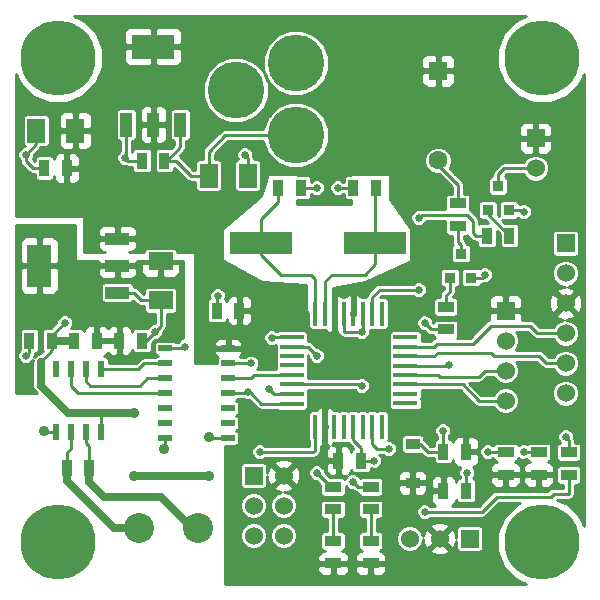
<source format=gtl>
G04 (created by PCBNEW (2013-07-07 BZR 4022)-stable) date 12/31/2014 11:50:09 PM*
%MOIN*%
G04 Gerber Fmt 3.4, Leading zero omitted, Abs format*
%FSLAX34Y34*%
G01*
G70*
G90*
G04 APERTURE LIST*
%ADD10C,0.00590551*%
%ADD11R,0.0177X0.0787*%
%ADD12R,0.0787X0.0177*%
%ADD13R,0.036X0.036*%
%ADD14R,0.08X0.144*%
%ADD15R,0.08X0.04*%
%ADD16R,0.144X0.08*%
%ADD17R,0.04X0.08*%
%ADD18R,0.035X0.055*%
%ADD19R,0.055X0.035*%
%ADD20R,0.0629921X0.0629921*%
%ADD21C,0.0629921*%
%ADD22C,0.25*%
%ADD23R,0.21X0.076*%
%ADD24C,0.1*%
%ADD25R,0.06X0.06*%
%ADD26C,0.06*%
%ADD27C,0.189*%
%ADD28R,0.06X0.08*%
%ADD29R,0.08X0.06*%
%ADD30R,0.0236X0.0551*%
%ADD31R,0.045X0.02*%
%ADD32R,0.048X0.0358*%
%ADD33C,0.025*%
%ADD34C,0.035*%
%ADD35C,0.01*%
%ADD36C,0.025*%
G04 APERTURE END LIST*
G54D10*
G54D11*
X10157Y-10104D03*
X10472Y-10104D03*
X10787Y-10104D03*
X11102Y-10104D03*
X11417Y-10104D03*
X11732Y-10104D03*
X12047Y-10104D03*
X12362Y-10104D03*
X12360Y-13870D03*
X10150Y-13870D03*
X10470Y-13870D03*
X10790Y-13870D03*
X11100Y-13870D03*
X11420Y-13870D03*
X11730Y-13870D03*
X12050Y-13870D03*
G54D12*
X13150Y-10888D03*
X13150Y-11202D03*
X13150Y-11518D03*
X13150Y-11832D03*
X13150Y-12148D03*
X13150Y-12462D03*
X13150Y-12778D03*
X13150Y-13092D03*
X9370Y-10890D03*
X9370Y-11200D03*
X9370Y-11520D03*
X9370Y-11830D03*
X9370Y-12140D03*
X9370Y-12460D03*
X9370Y-12780D03*
X9370Y-13100D03*
G54D13*
X15350Y-8900D03*
X14650Y-8900D03*
X15000Y-8100D03*
G54D14*
X950Y-8500D03*
G54D15*
X3550Y-8500D03*
X3550Y-7600D03*
X3550Y-9400D03*
G54D16*
X4750Y-1200D03*
G54D17*
X4750Y-3800D03*
X5650Y-3800D03*
X3850Y-3800D03*
G54D18*
X10925Y-15000D03*
X11675Y-15000D03*
X9675Y-5900D03*
X8925Y-5900D03*
G54D19*
X14900Y-7175D03*
X14900Y-6425D03*
G54D18*
X11425Y-5900D03*
X12175Y-5900D03*
X5125Y-5000D03*
X4375Y-5000D03*
X1875Y-5250D03*
X1125Y-5250D03*
X3625Y-11000D03*
X4375Y-11000D03*
G54D19*
X12000Y-15875D03*
X12000Y-16625D03*
G54D18*
X15175Y-14700D03*
X14425Y-14700D03*
X7625Y-10000D03*
X6875Y-10000D03*
X14425Y-16000D03*
X15175Y-16000D03*
G54D19*
X10750Y-18425D03*
X10750Y-17675D03*
X10750Y-15875D03*
X10750Y-16625D03*
X14500Y-10625D03*
X14500Y-9875D03*
G54D20*
X14250Y-2003D03*
G54D21*
X14250Y-4996D03*
G54D22*
X1574Y-1574D03*
X17716Y-1574D03*
X1574Y-17716D03*
X17716Y-17716D03*
G54D23*
X8350Y-7750D03*
X12150Y-7750D03*
G54D18*
X2625Y-15250D03*
X1875Y-15250D03*
X1375Y-11000D03*
X625Y-11000D03*
X2875Y-11000D03*
X2125Y-11000D03*
G54D24*
X6250Y-17250D03*
X4281Y-17250D03*
G54D25*
X15300Y-17600D03*
G54D26*
X14300Y-17600D03*
X13300Y-17600D03*
G54D27*
X9500Y-1750D03*
X9500Y-4150D03*
X7500Y-2650D03*
G54D28*
X6600Y-5500D03*
X7900Y-5500D03*
X2150Y-4000D03*
X850Y-4000D03*
G54D29*
X5000Y-8350D03*
X5000Y-9650D03*
G54D30*
X1500Y-11950D03*
X1500Y-14050D03*
X2000Y-11950D03*
X2500Y-11950D03*
X3000Y-11950D03*
X2000Y-14050D03*
X2500Y-14050D03*
X3000Y-14050D03*
G54D13*
X16600Y-6650D03*
X15900Y-6650D03*
X16250Y-5850D03*
G54D18*
X15875Y-7500D03*
X16625Y-7500D03*
G54D25*
X17500Y-4250D03*
G54D26*
X17500Y-5250D03*
G54D25*
X8100Y-15500D03*
G54D26*
X9100Y-15500D03*
X8100Y-16500D03*
X9100Y-16500D03*
X8100Y-17500D03*
X9100Y-17500D03*
G54D25*
X16500Y-10000D03*
G54D26*
X16500Y-11000D03*
X16500Y-12000D03*
X16500Y-13000D03*
G54D25*
X18500Y-7750D03*
G54D26*
X18500Y-8750D03*
X18500Y-9750D03*
X18500Y-10750D03*
X18500Y-11750D03*
X18500Y-12750D03*
G54D31*
X5150Y-11250D03*
X5150Y-11750D03*
X5150Y-12250D03*
X5150Y-12750D03*
X5150Y-13250D03*
X5150Y-13750D03*
X5150Y-14250D03*
X7250Y-14250D03*
X7250Y-13750D03*
X7250Y-13250D03*
X7250Y-12750D03*
X7250Y-12250D03*
X7250Y-11750D03*
X7250Y-11250D03*
G54D19*
X17600Y-14725D03*
X17600Y-15475D03*
X16500Y-14725D03*
X16500Y-15475D03*
G54D32*
X13400Y-14456D03*
X13400Y-15744D03*
G54D19*
X18600Y-14725D03*
X18600Y-15475D03*
X12000Y-18425D03*
X12000Y-17675D03*
G54D33*
X11700Y-12500D03*
X13800Y-10400D03*
X10200Y-11500D03*
X10200Y-15400D03*
X8700Y-10900D03*
X11400Y-15700D03*
X7900Y-12700D03*
X8600Y-12600D03*
X13800Y-16700D03*
X14600Y-11800D03*
X14400Y-14000D03*
X8000Y-11750D03*
X8300Y-14700D03*
X17100Y-14700D03*
X15900Y-14700D03*
X13600Y-9300D03*
X13600Y-6900D03*
X12600Y-14600D03*
G54D34*
X6600Y-14200D03*
X6600Y-15500D03*
X4100Y-13400D03*
X4100Y-15500D03*
G54D33*
X1800Y-10400D03*
X5800Y-11200D03*
X7800Y-4800D03*
X3800Y-4900D03*
X500Y-4800D03*
X11700Y-10700D03*
X6900Y-9500D03*
X15800Y-8800D03*
X10900Y-5900D03*
X10200Y-5900D03*
X17100Y-6700D03*
X15200Y-15400D03*
X12100Y-15000D03*
G54D34*
X5100Y-14600D03*
X1100Y-14000D03*
G54D33*
X500Y-11500D03*
X4800Y-10700D03*
X18500Y-14200D03*
G54D35*
X9370Y-12460D02*
X11660Y-12460D01*
X11660Y-12460D02*
X11700Y-12500D01*
X14025Y-10625D02*
X13800Y-10400D01*
X14500Y-10625D02*
X14025Y-10625D01*
X7250Y-12250D02*
X8000Y-12250D01*
X8110Y-12140D02*
X9370Y-12140D01*
X8000Y-12250D02*
X8110Y-12140D01*
X9370Y-11200D02*
X9900Y-11200D01*
X9900Y-11200D02*
X10200Y-11500D01*
X10675Y-15875D02*
X10750Y-15875D01*
X10200Y-15400D02*
X10675Y-15875D01*
X9370Y-10890D02*
X8710Y-10890D01*
X8710Y-10890D02*
X8700Y-10900D01*
X12000Y-15875D02*
X11575Y-15875D01*
X11575Y-15875D02*
X11400Y-15700D01*
X7900Y-12700D02*
X7900Y-12750D01*
X7250Y-12750D02*
X7900Y-12750D01*
X7900Y-12750D02*
X8000Y-12750D01*
X8000Y-12750D02*
X8350Y-13100D01*
X8350Y-13100D02*
X9370Y-13100D01*
X9370Y-12780D02*
X8780Y-12780D01*
X8780Y-12780D02*
X8600Y-12600D01*
X18600Y-15475D02*
X18600Y-16100D01*
X15700Y-16700D02*
X13800Y-16700D01*
X16200Y-16200D02*
X15700Y-16700D01*
X18000Y-16200D02*
X16200Y-16200D01*
X18100Y-16100D02*
X18000Y-16200D01*
X18600Y-16100D02*
X18100Y-16100D01*
X13400Y-14456D02*
X13656Y-14456D01*
X13900Y-14700D02*
X14425Y-14700D01*
X13656Y-14456D02*
X13900Y-14700D01*
X13150Y-11832D02*
X14568Y-11832D01*
X14425Y-14025D02*
X14425Y-14700D01*
X14568Y-11832D02*
X14600Y-11800D01*
X14400Y-14000D02*
X14425Y-14025D01*
X13150Y-11518D02*
X14118Y-11518D01*
X17850Y-11750D02*
X18500Y-11750D01*
X17600Y-11500D02*
X17850Y-11750D01*
X16100Y-11500D02*
X17600Y-11500D01*
X16000Y-11400D02*
X16100Y-11500D01*
X14236Y-11400D02*
X16000Y-11400D01*
X14118Y-11518D02*
X14236Y-11400D01*
X7250Y-11750D02*
X8000Y-11750D01*
X8300Y-14700D02*
X10100Y-14700D01*
X10150Y-14650D02*
X10150Y-13870D01*
X10100Y-14700D02*
X10150Y-14650D01*
X17600Y-14725D02*
X17125Y-14725D01*
X17125Y-14725D02*
X17100Y-14700D01*
X13150Y-12148D02*
X14248Y-12148D01*
X15800Y-12000D02*
X16500Y-12000D01*
X15600Y-12200D02*
X15800Y-12000D01*
X14300Y-12200D02*
X15600Y-12200D01*
X14248Y-12148D02*
X14300Y-12200D01*
X15925Y-14725D02*
X16500Y-14725D01*
X15900Y-14700D02*
X15925Y-14725D01*
X13150Y-12462D02*
X15062Y-12462D01*
X15600Y-13000D02*
X16500Y-13000D01*
X15062Y-12462D02*
X15600Y-13000D01*
X12300Y-9300D02*
X13600Y-9300D01*
X12047Y-10104D02*
X12047Y-9553D01*
X15500Y-7500D02*
X15875Y-7500D01*
X13600Y-6900D02*
X13700Y-6800D01*
X13700Y-6800D02*
X15200Y-6800D01*
X15200Y-6800D02*
X15400Y-7000D01*
X15400Y-7000D02*
X15400Y-7400D01*
X15400Y-7400D02*
X15500Y-7500D01*
X12047Y-9553D02*
X12300Y-9300D01*
X12050Y-14450D02*
X12050Y-13870D01*
X12200Y-14600D02*
X12050Y-14450D01*
X12600Y-14600D02*
X12200Y-14600D01*
X13150Y-11202D02*
X14098Y-11202D01*
X17550Y-10750D02*
X18500Y-10750D01*
X17300Y-10500D02*
X17550Y-10750D01*
X16000Y-10500D02*
X17300Y-10500D01*
X15400Y-11100D02*
X16000Y-10500D01*
X14200Y-11100D02*
X15400Y-11100D01*
X14098Y-11202D02*
X14200Y-11100D01*
X10472Y-10104D02*
X10472Y-9028D01*
X10700Y-8800D02*
X11800Y-8800D01*
X10472Y-9028D02*
X10700Y-8800D01*
X12150Y-7750D02*
X12150Y-5925D01*
X12150Y-5925D02*
X12175Y-5900D01*
X12150Y-8450D02*
X12150Y-7750D01*
X11800Y-8800D02*
X12150Y-8450D01*
X10157Y-10104D02*
X10157Y-8957D01*
X10000Y-8800D02*
X9000Y-8800D01*
X10157Y-8957D02*
X10000Y-8800D01*
X8350Y-7750D02*
X8350Y-6950D01*
X8925Y-6375D02*
X8925Y-5900D01*
X8350Y-6950D02*
X8925Y-6375D01*
X8350Y-8150D02*
X8350Y-7750D01*
X9000Y-8800D02*
X8350Y-8150D01*
G54D36*
X6250Y-17250D02*
X6050Y-17250D01*
X2625Y-15725D02*
X2625Y-15250D01*
X3100Y-16200D02*
X2625Y-15725D01*
X5000Y-16200D02*
X3100Y-16200D01*
X6050Y-17250D02*
X5000Y-16200D01*
G54D35*
X2500Y-14050D02*
X2500Y-14400D01*
X2500Y-14400D02*
X2625Y-14525D01*
X2625Y-14525D02*
X2625Y-15250D01*
G54D36*
X4281Y-17250D02*
X3450Y-17250D01*
X3450Y-17250D02*
X1875Y-15675D01*
X1875Y-15675D02*
X1875Y-15250D01*
G54D35*
X2000Y-14050D02*
X2000Y-14600D01*
X1875Y-14725D02*
X1875Y-15250D01*
X2000Y-14600D02*
X1875Y-14725D01*
G54D36*
X1375Y-11000D02*
X2125Y-11000D01*
X1000Y-12500D02*
X1000Y-11700D01*
X4100Y-13400D02*
X1900Y-13400D01*
X1900Y-13400D02*
X1000Y-12500D01*
X4100Y-15500D02*
X6600Y-15500D01*
G54D35*
X6650Y-14250D02*
X6600Y-14200D01*
X7250Y-14250D02*
X6650Y-14250D01*
X3000Y-13400D02*
X4100Y-13400D01*
X5150Y-11250D02*
X5750Y-11250D01*
X1375Y-10825D02*
X1375Y-11000D01*
X1800Y-10400D02*
X1375Y-10825D01*
X5750Y-11250D02*
X5800Y-11200D01*
X3000Y-14050D02*
X3000Y-13400D01*
X1375Y-11325D02*
X1375Y-11000D01*
X1000Y-11700D02*
X1375Y-11325D01*
X11420Y-13870D02*
X11420Y-14320D01*
X11675Y-14575D02*
X11675Y-15000D01*
X11420Y-14320D02*
X11675Y-14575D01*
X7900Y-5500D02*
X7900Y-4900D01*
X7900Y-4900D02*
X7800Y-4800D01*
X4375Y-5000D02*
X3900Y-5000D01*
X3850Y-4850D02*
X3800Y-4900D01*
X3850Y-4850D02*
X3850Y-3800D01*
X3900Y-5000D02*
X3800Y-4900D01*
X1125Y-5250D02*
X750Y-5250D01*
X850Y-4450D02*
X500Y-4800D01*
X850Y-4450D02*
X850Y-4000D01*
X500Y-5000D02*
X500Y-4800D01*
X750Y-5250D02*
X500Y-5000D01*
X11102Y-10104D02*
X11102Y-10698D01*
X11732Y-10668D02*
X11700Y-10700D01*
X11732Y-10668D02*
X11732Y-10104D01*
X11104Y-10700D02*
X11700Y-10700D01*
X11102Y-10698D02*
X11104Y-10700D01*
X6875Y-10000D02*
X6875Y-9525D01*
X6875Y-9525D02*
X6900Y-9500D01*
X15350Y-8900D02*
X15700Y-8900D01*
X15700Y-8900D02*
X15800Y-8800D01*
X11425Y-5900D02*
X10900Y-5900D01*
X9675Y-5900D02*
X10200Y-5900D01*
X16600Y-6650D02*
X17050Y-6650D01*
X17050Y-6650D02*
X17100Y-6700D01*
X15175Y-16000D02*
X15175Y-15425D01*
X15175Y-15425D02*
X15200Y-15400D01*
X11675Y-15000D02*
X12100Y-15000D01*
X5150Y-14250D02*
X5150Y-14550D01*
X5150Y-14550D02*
X5100Y-14600D01*
X1500Y-14050D02*
X1150Y-14050D01*
X1150Y-14050D02*
X1100Y-14000D01*
X625Y-11000D02*
X625Y-11375D01*
X625Y-11375D02*
X500Y-11500D01*
X3550Y-9400D02*
X4100Y-9400D01*
X4350Y-9650D02*
X5000Y-9650D01*
X4100Y-9400D02*
X4350Y-9650D01*
X5000Y-9650D02*
X5000Y-10500D01*
X4500Y-11000D02*
X4800Y-10700D01*
X4500Y-11000D02*
X4375Y-11000D01*
X5000Y-10500D02*
X4800Y-10700D01*
X15000Y-8100D02*
X15000Y-7800D01*
X14900Y-7700D02*
X14900Y-7175D01*
X15000Y-7800D02*
X14900Y-7700D01*
X18600Y-14725D02*
X18600Y-14300D01*
X18600Y-14300D02*
X18500Y-14200D01*
X16250Y-5850D02*
X16250Y-5450D01*
X16450Y-5250D02*
X17500Y-5250D01*
X16250Y-5450D02*
X16450Y-5250D01*
X15900Y-6650D02*
X15900Y-6775D01*
X15900Y-6775D02*
X16625Y-7500D01*
X14500Y-9875D02*
X14500Y-9500D01*
X14650Y-9350D02*
X14650Y-8900D01*
X14500Y-9500D02*
X14650Y-9350D01*
X14900Y-6425D02*
X14900Y-5800D01*
X14250Y-5150D02*
X14250Y-4996D01*
X14900Y-5800D02*
X14250Y-5150D01*
X10750Y-17575D02*
X10750Y-16625D01*
X12000Y-17575D02*
X12000Y-16625D01*
X3000Y-11950D02*
X4250Y-11950D01*
X4450Y-11750D02*
X5150Y-11750D01*
X4250Y-11950D02*
X4450Y-11750D01*
X5150Y-12250D02*
X4550Y-12250D01*
X2500Y-12350D02*
X2500Y-11950D01*
X2649Y-12500D02*
X2500Y-12350D01*
X4300Y-12500D02*
X2649Y-12500D01*
X4550Y-12250D02*
X4300Y-12500D01*
X5150Y-12750D02*
X2250Y-12750D01*
X2000Y-12500D02*
X2000Y-11950D01*
X2250Y-12750D02*
X2000Y-12500D01*
X9500Y-4150D02*
X7150Y-4150D01*
X6600Y-4700D02*
X6600Y-5500D01*
X7150Y-4150D02*
X6600Y-4700D01*
X5125Y-5000D02*
X5500Y-5000D01*
X6000Y-5500D02*
X6600Y-5500D01*
X5500Y-5000D02*
X6000Y-5500D01*
X5125Y-5000D02*
X5200Y-5000D01*
X5650Y-4550D02*
X5650Y-3800D01*
X5200Y-5000D02*
X5650Y-4550D01*
G54D10*
G36*
X5750Y-10924D02*
X5745Y-10924D01*
X5650Y-10964D01*
X5650Y-8699D01*
X5650Y-8462D01*
X5587Y-8400D01*
X5050Y-8400D01*
X5050Y-8837D01*
X5112Y-8900D01*
X5350Y-8900D01*
X5449Y-8899D01*
X5541Y-8861D01*
X5612Y-8791D01*
X5650Y-8699D01*
X5650Y-10964D01*
X5644Y-10966D01*
X5567Y-11044D01*
X5564Y-11050D01*
X5550Y-11050D01*
X5550Y-9920D01*
X5550Y-9320D01*
X5527Y-9265D01*
X5485Y-9222D01*
X5429Y-9200D01*
X5370Y-9199D01*
X4950Y-9199D01*
X4950Y-8837D01*
X4950Y-8400D01*
X4412Y-8400D01*
X4350Y-8462D01*
X4349Y-8699D01*
X4387Y-8791D01*
X4458Y-8861D01*
X4550Y-8899D01*
X4649Y-8900D01*
X4887Y-8900D01*
X4950Y-8837D01*
X4950Y-9199D01*
X4570Y-9199D01*
X4515Y-9222D01*
X4472Y-9264D01*
X4450Y-9320D01*
X4449Y-9379D01*
X4449Y-9450D01*
X4432Y-9450D01*
X4241Y-9258D01*
X4200Y-9230D01*
X4200Y-8749D01*
X4200Y-8612D01*
X4137Y-8550D01*
X3600Y-8550D01*
X3600Y-8887D01*
X3662Y-8950D01*
X3900Y-8950D01*
X3999Y-8949D01*
X4091Y-8911D01*
X4162Y-8841D01*
X4200Y-8749D01*
X4200Y-9230D01*
X4176Y-9215D01*
X4100Y-9200D01*
X4100Y-9170D01*
X4077Y-9115D01*
X4035Y-9072D01*
X3979Y-9050D01*
X3920Y-9049D01*
X3500Y-9049D01*
X3500Y-8887D01*
X3500Y-8550D01*
X2962Y-8550D01*
X2900Y-8612D01*
X2899Y-8749D01*
X2937Y-8841D01*
X3008Y-8911D01*
X3100Y-8949D01*
X3199Y-8950D01*
X3437Y-8950D01*
X3500Y-8887D01*
X3500Y-9049D01*
X3120Y-9049D01*
X3065Y-9072D01*
X3022Y-9114D01*
X3000Y-9170D01*
X2999Y-9229D01*
X2999Y-9629D01*
X3022Y-9684D01*
X3064Y-9727D01*
X3120Y-9749D01*
X3179Y-9750D01*
X3979Y-9750D01*
X4034Y-9727D01*
X4077Y-9685D01*
X4084Y-9667D01*
X4208Y-9791D01*
X4208Y-9791D01*
X4251Y-9820D01*
X4273Y-9834D01*
X4273Y-9834D01*
X4350Y-9850D01*
X4449Y-9850D01*
X4449Y-9979D01*
X4472Y-10034D01*
X4514Y-10077D01*
X4570Y-10099D01*
X4629Y-10100D01*
X4800Y-10100D01*
X4800Y-10417D01*
X4792Y-10424D01*
X4745Y-10424D01*
X4644Y-10466D01*
X4567Y-10544D01*
X4554Y-10575D01*
X4520Y-10574D01*
X4170Y-10574D01*
X4115Y-10597D01*
X4072Y-10639D01*
X4050Y-10695D01*
X4049Y-10724D01*
X4049Y-10675D01*
X4011Y-10583D01*
X3941Y-10512D01*
X3849Y-10474D01*
X3737Y-10475D01*
X3675Y-10537D01*
X3675Y-10950D01*
X3682Y-10950D01*
X3682Y-11050D01*
X3675Y-11050D01*
X3675Y-11462D01*
X3737Y-11525D01*
X3849Y-11525D01*
X3941Y-11487D01*
X4011Y-11416D01*
X4049Y-11324D01*
X4049Y-11304D01*
X4049Y-11304D01*
X4072Y-11359D01*
X4114Y-11402D01*
X4170Y-11424D01*
X4229Y-11425D01*
X4579Y-11425D01*
X4634Y-11402D01*
X4677Y-11360D01*
X4699Y-11304D01*
X4700Y-11245D01*
X4700Y-11082D01*
X4807Y-10975D01*
X4854Y-10975D01*
X4955Y-10933D01*
X5032Y-10855D01*
X5074Y-10754D01*
X5074Y-10707D01*
X5141Y-10641D01*
X5141Y-10641D01*
X5170Y-10598D01*
X5184Y-10576D01*
X5184Y-10576D01*
X5199Y-10500D01*
X5200Y-10500D01*
X5200Y-10100D01*
X5429Y-10100D01*
X5484Y-10077D01*
X5527Y-10035D01*
X5549Y-9979D01*
X5550Y-9920D01*
X5550Y-11050D01*
X5487Y-11050D01*
X5460Y-11022D01*
X5404Y-11000D01*
X5345Y-10999D01*
X4895Y-10999D01*
X4840Y-11022D01*
X4797Y-11064D01*
X4775Y-11120D01*
X4774Y-11179D01*
X4774Y-11379D01*
X4797Y-11434D01*
X4839Y-11477D01*
X4895Y-11499D01*
X4895Y-11499D01*
X4840Y-11522D01*
X4812Y-11550D01*
X4450Y-11550D01*
X4373Y-11565D01*
X4351Y-11579D01*
X4308Y-11608D01*
X4167Y-11750D01*
X3268Y-11750D01*
X3268Y-11644D01*
X3245Y-11589D01*
X3203Y-11547D01*
X3147Y-11524D01*
X3100Y-11524D01*
X3191Y-11487D01*
X3250Y-11428D01*
X3308Y-11487D01*
X3400Y-11525D01*
X3512Y-11525D01*
X3575Y-11462D01*
X3575Y-11050D01*
X3575Y-10950D01*
X3575Y-10537D01*
X3512Y-10475D01*
X3400Y-10474D01*
X3308Y-10512D01*
X3250Y-10571D01*
X3191Y-10512D01*
X3099Y-10474D01*
X2987Y-10475D01*
X2925Y-10537D01*
X2925Y-10950D01*
X3237Y-10950D01*
X3250Y-10937D01*
X3262Y-10950D01*
X3575Y-10950D01*
X3575Y-11050D01*
X3262Y-11050D01*
X3250Y-11062D01*
X3237Y-11050D01*
X2925Y-11050D01*
X2925Y-11057D01*
X2825Y-11057D01*
X2825Y-11050D01*
X2817Y-11050D01*
X2817Y-10950D01*
X2825Y-10950D01*
X2825Y-10537D01*
X2762Y-10475D01*
X2650Y-10474D01*
X2558Y-10512D01*
X2488Y-10583D01*
X2450Y-10675D01*
X2450Y-10695D01*
X2427Y-10640D01*
X2385Y-10597D01*
X2329Y-10575D01*
X2270Y-10574D01*
X2013Y-10574D01*
X2032Y-10555D01*
X2074Y-10454D01*
X2075Y-10345D01*
X2033Y-10244D01*
X1955Y-10167D01*
X1854Y-10125D01*
X1745Y-10124D01*
X1644Y-10166D01*
X1600Y-10211D01*
X1600Y-9269D01*
X1600Y-7730D01*
X1562Y-7638D01*
X1491Y-7568D01*
X1399Y-7530D01*
X1300Y-7529D01*
X1062Y-7530D01*
X1000Y-7592D01*
X1000Y-8450D01*
X1537Y-8450D01*
X1600Y-8387D01*
X1600Y-7730D01*
X1600Y-9269D01*
X1600Y-8612D01*
X1537Y-8550D01*
X1000Y-8550D01*
X1000Y-9407D01*
X1062Y-9470D01*
X1300Y-9470D01*
X1399Y-9469D01*
X1491Y-9431D01*
X1562Y-9361D01*
X1600Y-9269D01*
X1600Y-10211D01*
X1567Y-10244D01*
X1525Y-10345D01*
X1525Y-10392D01*
X1342Y-10574D01*
X1170Y-10574D01*
X1115Y-10597D01*
X1072Y-10639D01*
X1050Y-10695D01*
X1049Y-10754D01*
X1049Y-11304D01*
X1068Y-11348D01*
X990Y-11426D01*
X894Y-11445D01*
X805Y-11505D01*
X774Y-11551D01*
X774Y-11503D01*
X774Y-11503D01*
X795Y-11473D01*
X809Y-11451D01*
X809Y-11451D01*
X815Y-11425D01*
X815Y-11425D01*
X829Y-11425D01*
X884Y-11402D01*
X927Y-11360D01*
X949Y-11304D01*
X950Y-11245D01*
X950Y-10695D01*
X927Y-10640D01*
X900Y-10612D01*
X900Y-9407D01*
X900Y-8550D01*
X900Y-8450D01*
X900Y-7592D01*
X837Y-7530D01*
X599Y-7529D01*
X500Y-7530D01*
X408Y-7568D01*
X337Y-7638D01*
X299Y-7730D01*
X300Y-8387D01*
X362Y-8450D01*
X900Y-8450D01*
X900Y-8550D01*
X362Y-8550D01*
X300Y-8612D01*
X299Y-9269D01*
X337Y-9361D01*
X408Y-9431D01*
X500Y-9469D01*
X599Y-9470D01*
X837Y-9470D01*
X900Y-9407D01*
X900Y-10612D01*
X885Y-10597D01*
X829Y-10575D01*
X770Y-10574D01*
X420Y-10574D01*
X365Y-10597D01*
X322Y-10639D01*
X300Y-10695D01*
X299Y-10754D01*
X299Y-11304D01*
X301Y-11309D01*
X267Y-11344D01*
X225Y-11445D01*
X224Y-11554D01*
X266Y-11655D01*
X344Y-11732D01*
X445Y-11774D01*
X554Y-11775D01*
X655Y-11733D01*
X732Y-11655D01*
X734Y-11652D01*
X725Y-11700D01*
X725Y-12500D01*
X745Y-12605D01*
X805Y-12694D01*
X861Y-12750D01*
X169Y-12750D01*
X169Y-7150D01*
X2150Y-7150D01*
X2150Y-8350D01*
X2899Y-8350D01*
X2900Y-8387D01*
X2962Y-8450D01*
X3500Y-8450D01*
X3500Y-8442D01*
X3600Y-8442D01*
X3600Y-8450D01*
X4137Y-8450D01*
X4200Y-8387D01*
X4200Y-8350D01*
X5750Y-8350D01*
X5750Y-10924D01*
X5750Y-10924D01*
G37*
G54D35*
X5750Y-10924D02*
X5745Y-10924D01*
X5650Y-10964D01*
X5650Y-8699D01*
X5650Y-8462D01*
X5587Y-8400D01*
X5050Y-8400D01*
X5050Y-8837D01*
X5112Y-8900D01*
X5350Y-8900D01*
X5449Y-8899D01*
X5541Y-8861D01*
X5612Y-8791D01*
X5650Y-8699D01*
X5650Y-10964D01*
X5644Y-10966D01*
X5567Y-11044D01*
X5564Y-11050D01*
X5550Y-11050D01*
X5550Y-9920D01*
X5550Y-9320D01*
X5527Y-9265D01*
X5485Y-9222D01*
X5429Y-9200D01*
X5370Y-9199D01*
X4950Y-9199D01*
X4950Y-8837D01*
X4950Y-8400D01*
X4412Y-8400D01*
X4350Y-8462D01*
X4349Y-8699D01*
X4387Y-8791D01*
X4458Y-8861D01*
X4550Y-8899D01*
X4649Y-8900D01*
X4887Y-8900D01*
X4950Y-8837D01*
X4950Y-9199D01*
X4570Y-9199D01*
X4515Y-9222D01*
X4472Y-9264D01*
X4450Y-9320D01*
X4449Y-9379D01*
X4449Y-9450D01*
X4432Y-9450D01*
X4241Y-9258D01*
X4200Y-9230D01*
X4200Y-8749D01*
X4200Y-8612D01*
X4137Y-8550D01*
X3600Y-8550D01*
X3600Y-8887D01*
X3662Y-8950D01*
X3900Y-8950D01*
X3999Y-8949D01*
X4091Y-8911D01*
X4162Y-8841D01*
X4200Y-8749D01*
X4200Y-9230D01*
X4176Y-9215D01*
X4100Y-9200D01*
X4100Y-9170D01*
X4077Y-9115D01*
X4035Y-9072D01*
X3979Y-9050D01*
X3920Y-9049D01*
X3500Y-9049D01*
X3500Y-8887D01*
X3500Y-8550D01*
X2962Y-8550D01*
X2900Y-8612D01*
X2899Y-8749D01*
X2937Y-8841D01*
X3008Y-8911D01*
X3100Y-8949D01*
X3199Y-8950D01*
X3437Y-8950D01*
X3500Y-8887D01*
X3500Y-9049D01*
X3120Y-9049D01*
X3065Y-9072D01*
X3022Y-9114D01*
X3000Y-9170D01*
X2999Y-9229D01*
X2999Y-9629D01*
X3022Y-9684D01*
X3064Y-9727D01*
X3120Y-9749D01*
X3179Y-9750D01*
X3979Y-9750D01*
X4034Y-9727D01*
X4077Y-9685D01*
X4084Y-9667D01*
X4208Y-9791D01*
X4208Y-9791D01*
X4251Y-9820D01*
X4273Y-9834D01*
X4273Y-9834D01*
X4350Y-9850D01*
X4449Y-9850D01*
X4449Y-9979D01*
X4472Y-10034D01*
X4514Y-10077D01*
X4570Y-10099D01*
X4629Y-10100D01*
X4800Y-10100D01*
X4800Y-10417D01*
X4792Y-10424D01*
X4745Y-10424D01*
X4644Y-10466D01*
X4567Y-10544D01*
X4554Y-10575D01*
X4520Y-10574D01*
X4170Y-10574D01*
X4115Y-10597D01*
X4072Y-10639D01*
X4050Y-10695D01*
X4049Y-10724D01*
X4049Y-10675D01*
X4011Y-10583D01*
X3941Y-10512D01*
X3849Y-10474D01*
X3737Y-10475D01*
X3675Y-10537D01*
X3675Y-10950D01*
X3682Y-10950D01*
X3682Y-11050D01*
X3675Y-11050D01*
X3675Y-11462D01*
X3737Y-11525D01*
X3849Y-11525D01*
X3941Y-11487D01*
X4011Y-11416D01*
X4049Y-11324D01*
X4049Y-11304D01*
X4049Y-11304D01*
X4072Y-11359D01*
X4114Y-11402D01*
X4170Y-11424D01*
X4229Y-11425D01*
X4579Y-11425D01*
X4634Y-11402D01*
X4677Y-11360D01*
X4699Y-11304D01*
X4700Y-11245D01*
X4700Y-11082D01*
X4807Y-10975D01*
X4854Y-10975D01*
X4955Y-10933D01*
X5032Y-10855D01*
X5074Y-10754D01*
X5074Y-10707D01*
X5141Y-10641D01*
X5141Y-10641D01*
X5170Y-10598D01*
X5184Y-10576D01*
X5184Y-10576D01*
X5199Y-10500D01*
X5200Y-10500D01*
X5200Y-10100D01*
X5429Y-10100D01*
X5484Y-10077D01*
X5527Y-10035D01*
X5549Y-9979D01*
X5550Y-9920D01*
X5550Y-11050D01*
X5487Y-11050D01*
X5460Y-11022D01*
X5404Y-11000D01*
X5345Y-10999D01*
X4895Y-10999D01*
X4840Y-11022D01*
X4797Y-11064D01*
X4775Y-11120D01*
X4774Y-11179D01*
X4774Y-11379D01*
X4797Y-11434D01*
X4839Y-11477D01*
X4895Y-11499D01*
X4895Y-11499D01*
X4840Y-11522D01*
X4812Y-11550D01*
X4450Y-11550D01*
X4373Y-11565D01*
X4351Y-11579D01*
X4308Y-11608D01*
X4167Y-11750D01*
X3268Y-11750D01*
X3268Y-11644D01*
X3245Y-11589D01*
X3203Y-11547D01*
X3147Y-11524D01*
X3100Y-11524D01*
X3191Y-11487D01*
X3250Y-11428D01*
X3308Y-11487D01*
X3400Y-11525D01*
X3512Y-11525D01*
X3575Y-11462D01*
X3575Y-11050D01*
X3575Y-10950D01*
X3575Y-10537D01*
X3512Y-10475D01*
X3400Y-10474D01*
X3308Y-10512D01*
X3250Y-10571D01*
X3191Y-10512D01*
X3099Y-10474D01*
X2987Y-10475D01*
X2925Y-10537D01*
X2925Y-10950D01*
X3237Y-10950D01*
X3250Y-10937D01*
X3262Y-10950D01*
X3575Y-10950D01*
X3575Y-11050D01*
X3262Y-11050D01*
X3250Y-11062D01*
X3237Y-11050D01*
X2925Y-11050D01*
X2925Y-11057D01*
X2825Y-11057D01*
X2825Y-11050D01*
X2817Y-11050D01*
X2817Y-10950D01*
X2825Y-10950D01*
X2825Y-10537D01*
X2762Y-10475D01*
X2650Y-10474D01*
X2558Y-10512D01*
X2488Y-10583D01*
X2450Y-10675D01*
X2450Y-10695D01*
X2427Y-10640D01*
X2385Y-10597D01*
X2329Y-10575D01*
X2270Y-10574D01*
X2013Y-10574D01*
X2032Y-10555D01*
X2074Y-10454D01*
X2075Y-10345D01*
X2033Y-10244D01*
X1955Y-10167D01*
X1854Y-10125D01*
X1745Y-10124D01*
X1644Y-10166D01*
X1600Y-10211D01*
X1600Y-9269D01*
X1600Y-7730D01*
X1562Y-7638D01*
X1491Y-7568D01*
X1399Y-7530D01*
X1300Y-7529D01*
X1062Y-7530D01*
X1000Y-7592D01*
X1000Y-8450D01*
X1537Y-8450D01*
X1600Y-8387D01*
X1600Y-7730D01*
X1600Y-9269D01*
X1600Y-8612D01*
X1537Y-8550D01*
X1000Y-8550D01*
X1000Y-9407D01*
X1062Y-9470D01*
X1300Y-9470D01*
X1399Y-9469D01*
X1491Y-9431D01*
X1562Y-9361D01*
X1600Y-9269D01*
X1600Y-10211D01*
X1567Y-10244D01*
X1525Y-10345D01*
X1525Y-10392D01*
X1342Y-10574D01*
X1170Y-10574D01*
X1115Y-10597D01*
X1072Y-10639D01*
X1050Y-10695D01*
X1049Y-10754D01*
X1049Y-11304D01*
X1068Y-11348D01*
X990Y-11426D01*
X894Y-11445D01*
X805Y-11505D01*
X774Y-11551D01*
X774Y-11503D01*
X774Y-11503D01*
X795Y-11473D01*
X809Y-11451D01*
X809Y-11451D01*
X815Y-11425D01*
X815Y-11425D01*
X829Y-11425D01*
X884Y-11402D01*
X927Y-11360D01*
X949Y-11304D01*
X950Y-11245D01*
X950Y-10695D01*
X927Y-10640D01*
X900Y-10612D01*
X900Y-9407D01*
X900Y-8550D01*
X900Y-8450D01*
X900Y-7592D01*
X837Y-7530D01*
X599Y-7529D01*
X500Y-7530D01*
X408Y-7568D01*
X337Y-7638D01*
X299Y-7730D01*
X300Y-8387D01*
X362Y-8450D01*
X900Y-8450D01*
X900Y-8550D01*
X362Y-8550D01*
X300Y-8612D01*
X299Y-9269D01*
X337Y-9361D01*
X408Y-9431D01*
X500Y-9469D01*
X599Y-9470D01*
X837Y-9470D01*
X900Y-9407D01*
X900Y-10612D01*
X885Y-10597D01*
X829Y-10575D01*
X770Y-10574D01*
X420Y-10574D01*
X365Y-10597D01*
X322Y-10639D01*
X300Y-10695D01*
X299Y-10754D01*
X299Y-11304D01*
X301Y-11309D01*
X267Y-11344D01*
X225Y-11445D01*
X224Y-11554D01*
X266Y-11655D01*
X344Y-11732D01*
X445Y-11774D01*
X554Y-11775D01*
X655Y-11733D01*
X732Y-11655D01*
X734Y-11652D01*
X725Y-11700D01*
X725Y-12500D01*
X745Y-12605D01*
X805Y-12694D01*
X861Y-12750D01*
X169Y-12750D01*
X169Y-7150D01*
X2150Y-7150D01*
X2150Y-8350D01*
X2899Y-8350D01*
X2900Y-8387D01*
X2962Y-8450D01*
X3500Y-8450D01*
X3500Y-8442D01*
X3600Y-8442D01*
X3600Y-8450D01*
X4137Y-8450D01*
X4200Y-8387D01*
X4200Y-8350D01*
X5750Y-8350D01*
X5750Y-10924D01*
G54D10*
G36*
X19121Y-17189D02*
X19054Y-17027D01*
X19054Y-9831D01*
X19043Y-9613D01*
X18981Y-9462D01*
X18950Y-9453D01*
X18950Y-8660D01*
X18950Y-8660D01*
X18950Y-8020D01*
X18950Y-7420D01*
X18927Y-7365D01*
X18885Y-7322D01*
X18829Y-7300D01*
X18770Y-7299D01*
X18170Y-7299D01*
X18115Y-7322D01*
X18072Y-7364D01*
X18050Y-7419D01*
X18050Y-4599D01*
X18050Y-3900D01*
X18012Y-3808D01*
X17941Y-3738D01*
X17849Y-3700D01*
X17750Y-3699D01*
X17612Y-3700D01*
X17550Y-3762D01*
X17550Y-4200D01*
X17987Y-4200D01*
X18050Y-4137D01*
X18050Y-3900D01*
X18050Y-4599D01*
X18050Y-4362D01*
X17987Y-4300D01*
X17550Y-4300D01*
X17550Y-4737D01*
X17612Y-4800D01*
X17750Y-4800D01*
X17849Y-4799D01*
X17941Y-4761D01*
X18012Y-4691D01*
X18050Y-4599D01*
X18050Y-7419D01*
X18050Y-7420D01*
X18049Y-7479D01*
X18049Y-8079D01*
X18072Y-8134D01*
X18114Y-8177D01*
X18170Y-8199D01*
X18229Y-8200D01*
X18829Y-8200D01*
X18884Y-8177D01*
X18927Y-8135D01*
X18949Y-8079D01*
X18950Y-8020D01*
X18950Y-8660D01*
X18881Y-8495D01*
X18755Y-8368D01*
X18589Y-8300D01*
X18410Y-8299D01*
X18245Y-8368D01*
X18118Y-8494D01*
X18050Y-8660D01*
X18049Y-8839D01*
X18118Y-9004D01*
X18244Y-9131D01*
X18410Y-9199D01*
X18486Y-9199D01*
X18363Y-9206D01*
X18212Y-9268D01*
X18184Y-9364D01*
X18500Y-9679D01*
X18815Y-9364D01*
X18787Y-9268D01*
X18592Y-9198D01*
X18754Y-9131D01*
X18881Y-9005D01*
X18949Y-8839D01*
X18950Y-8660D01*
X18950Y-9453D01*
X18885Y-9434D01*
X18570Y-9750D01*
X18885Y-10065D01*
X18981Y-10037D01*
X19054Y-9831D01*
X19054Y-17027D01*
X18988Y-16867D01*
X18567Y-16445D01*
X18216Y-16300D01*
X18600Y-16300D01*
X18676Y-16284D01*
X18741Y-16241D01*
X18784Y-16176D01*
X18800Y-16100D01*
X18800Y-15800D01*
X18904Y-15800D01*
X18959Y-15777D01*
X19002Y-15735D01*
X19024Y-15679D01*
X19025Y-15620D01*
X19025Y-15270D01*
X19025Y-14870D01*
X19025Y-14520D01*
X19002Y-14465D01*
X18960Y-14422D01*
X18950Y-14418D01*
X18950Y-12660D01*
X18950Y-11660D01*
X18881Y-11495D01*
X18755Y-11368D01*
X18589Y-11300D01*
X18410Y-11299D01*
X18245Y-11368D01*
X18118Y-11494D01*
X18095Y-11550D01*
X17932Y-11550D01*
X17741Y-11358D01*
X17676Y-11315D01*
X17600Y-11300D01*
X16836Y-11300D01*
X16881Y-11255D01*
X16949Y-11089D01*
X16950Y-10910D01*
X16881Y-10745D01*
X16836Y-10700D01*
X17217Y-10700D01*
X17408Y-10891D01*
X17408Y-10891D01*
X17451Y-10920D01*
X17473Y-10934D01*
X17473Y-10934D01*
X17550Y-10950D01*
X18095Y-10950D01*
X18118Y-11004D01*
X18244Y-11131D01*
X18410Y-11199D01*
X18589Y-11200D01*
X18754Y-11131D01*
X18881Y-11005D01*
X18949Y-10839D01*
X18950Y-10660D01*
X18881Y-10495D01*
X18755Y-10368D01*
X18589Y-10300D01*
X18513Y-10300D01*
X18636Y-10293D01*
X18787Y-10231D01*
X18815Y-10135D01*
X18500Y-9820D01*
X18429Y-9891D01*
X18429Y-9750D01*
X18114Y-9434D01*
X18018Y-9462D01*
X17950Y-9654D01*
X17950Y-5160D01*
X17881Y-4995D01*
X17755Y-4868D01*
X17589Y-4800D01*
X17450Y-4799D01*
X17450Y-4737D01*
X17450Y-4300D01*
X17450Y-4200D01*
X17450Y-3762D01*
X17387Y-3700D01*
X17249Y-3699D01*
X17150Y-3700D01*
X17058Y-3738D01*
X16987Y-3808D01*
X16949Y-3900D01*
X16950Y-4137D01*
X17012Y-4200D01*
X17450Y-4200D01*
X17450Y-4300D01*
X17012Y-4300D01*
X16950Y-4362D01*
X16949Y-4599D01*
X16987Y-4691D01*
X17058Y-4761D01*
X17150Y-4799D01*
X17249Y-4800D01*
X17387Y-4800D01*
X17450Y-4737D01*
X17450Y-4799D01*
X17410Y-4799D01*
X17245Y-4868D01*
X17118Y-4994D01*
X17095Y-5050D01*
X16450Y-5050D01*
X16373Y-5065D01*
X16351Y-5079D01*
X16308Y-5108D01*
X16108Y-5308D01*
X16065Y-5373D01*
X16050Y-5450D01*
X16050Y-5519D01*
X16040Y-5519D01*
X15985Y-5542D01*
X15942Y-5584D01*
X15920Y-5640D01*
X15919Y-5699D01*
X15919Y-6059D01*
X15942Y-6114D01*
X15984Y-6157D01*
X16040Y-6179D01*
X16099Y-6180D01*
X16459Y-6180D01*
X16514Y-6157D01*
X16557Y-6115D01*
X16579Y-6059D01*
X16580Y-6000D01*
X16580Y-5640D01*
X16557Y-5585D01*
X16515Y-5542D01*
X16461Y-5520D01*
X16532Y-5450D01*
X17095Y-5450D01*
X17118Y-5504D01*
X17244Y-5631D01*
X17410Y-5699D01*
X17589Y-5700D01*
X17754Y-5631D01*
X17881Y-5505D01*
X17949Y-5339D01*
X17950Y-5160D01*
X17950Y-9654D01*
X17945Y-9668D01*
X17956Y-9886D01*
X18018Y-10037D01*
X18114Y-10065D01*
X18429Y-9750D01*
X18429Y-9891D01*
X18184Y-10135D01*
X18212Y-10231D01*
X18407Y-10301D01*
X18245Y-10368D01*
X18118Y-10494D01*
X18095Y-10550D01*
X17632Y-10550D01*
X17441Y-10358D01*
X17376Y-10315D01*
X17375Y-10314D01*
X17375Y-6645D01*
X17333Y-6544D01*
X17255Y-6467D01*
X17154Y-6425D01*
X17045Y-6424D01*
X16984Y-6450D01*
X16930Y-6450D01*
X16930Y-6440D01*
X16907Y-6385D01*
X16865Y-6342D01*
X16809Y-6320D01*
X16750Y-6319D01*
X16390Y-6319D01*
X16335Y-6342D01*
X16292Y-6384D01*
X16270Y-6440D01*
X16269Y-6499D01*
X16269Y-6859D01*
X16271Y-6863D01*
X16230Y-6822D01*
X16230Y-6800D01*
X16230Y-6440D01*
X16207Y-6385D01*
X16165Y-6342D01*
X16109Y-6320D01*
X16050Y-6319D01*
X15690Y-6319D01*
X15635Y-6342D01*
X15592Y-6384D01*
X15570Y-6440D01*
X15569Y-6499D01*
X15569Y-6859D01*
X15592Y-6914D01*
X15634Y-6957D01*
X15690Y-6979D01*
X15749Y-6980D01*
X15822Y-6980D01*
X15917Y-7074D01*
X15670Y-7074D01*
X15615Y-7097D01*
X15600Y-7112D01*
X15600Y-7000D01*
X15584Y-6923D01*
X15584Y-6923D01*
X15570Y-6901D01*
X15541Y-6858D01*
X15541Y-6858D01*
X15341Y-6658D01*
X15319Y-6643D01*
X15324Y-6629D01*
X15325Y-6570D01*
X15325Y-6220D01*
X15302Y-6165D01*
X15260Y-6122D01*
X15204Y-6100D01*
X15145Y-6099D01*
X15100Y-6099D01*
X15100Y-5800D01*
X15084Y-5723D01*
X15084Y-5723D01*
X15070Y-5701D01*
X15041Y-5658D01*
X15041Y-5658D01*
X14815Y-5432D01*
X14815Y-2368D01*
X14815Y-1639D01*
X14777Y-1547D01*
X14706Y-1477D01*
X14614Y-1439D01*
X14515Y-1438D01*
X14362Y-1438D01*
X14300Y-1501D01*
X14300Y-1953D01*
X14752Y-1953D01*
X14814Y-1891D01*
X14815Y-1639D01*
X14815Y-2368D01*
X14814Y-2116D01*
X14752Y-2053D01*
X14300Y-2053D01*
X14300Y-2506D01*
X14362Y-2568D01*
X14515Y-2568D01*
X14614Y-2568D01*
X14706Y-2530D01*
X14777Y-2460D01*
X14815Y-2368D01*
X14815Y-5432D01*
X14643Y-5260D01*
X14643Y-5259D01*
X14714Y-5088D01*
X14715Y-4903D01*
X14644Y-4733D01*
X14513Y-4602D01*
X14342Y-4531D01*
X14200Y-4531D01*
X14200Y-2506D01*
X14200Y-2053D01*
X14200Y-1953D01*
X14200Y-1501D01*
X14137Y-1438D01*
X13984Y-1438D01*
X13885Y-1439D01*
X13793Y-1477D01*
X13722Y-1547D01*
X13684Y-1639D01*
X13685Y-1891D01*
X13747Y-1953D01*
X14200Y-1953D01*
X14200Y-2053D01*
X13747Y-2053D01*
X13685Y-2116D01*
X13684Y-2368D01*
X13722Y-2460D01*
X13793Y-2530D01*
X13885Y-2568D01*
X13984Y-2568D01*
X14137Y-2568D01*
X14200Y-2506D01*
X14200Y-4531D01*
X14157Y-4531D01*
X13986Y-4601D01*
X13856Y-4732D01*
X13785Y-4903D01*
X13784Y-5088D01*
X13855Y-5259D01*
X13986Y-5390D01*
X14157Y-5460D01*
X14278Y-5461D01*
X14700Y-5882D01*
X14700Y-6099D01*
X14595Y-6099D01*
X14540Y-6122D01*
X14497Y-6164D01*
X14475Y-6220D01*
X14474Y-6279D01*
X14474Y-6600D01*
X13700Y-6600D01*
X13636Y-6612D01*
X13623Y-6615D01*
X13608Y-6625D01*
X13608Y-6625D01*
X13545Y-6624D01*
X13444Y-6666D01*
X13367Y-6744D01*
X13325Y-6845D01*
X13324Y-6954D01*
X13366Y-7055D01*
X13444Y-7132D01*
X13545Y-7174D01*
X13654Y-7175D01*
X13755Y-7133D01*
X13832Y-7055D01*
X13856Y-7000D01*
X14474Y-7000D01*
X14474Y-7029D01*
X14474Y-7379D01*
X14497Y-7434D01*
X14539Y-7477D01*
X14595Y-7499D01*
X14654Y-7500D01*
X14700Y-7500D01*
X14700Y-7700D01*
X14715Y-7776D01*
X14729Y-7798D01*
X14692Y-7834D01*
X14670Y-7890D01*
X14669Y-7949D01*
X14669Y-8309D01*
X14692Y-8364D01*
X14734Y-8407D01*
X14790Y-8429D01*
X14849Y-8430D01*
X15209Y-8430D01*
X15264Y-8407D01*
X15307Y-8365D01*
X15329Y-8309D01*
X15330Y-8250D01*
X15330Y-7890D01*
X15307Y-7835D01*
X15265Y-7792D01*
X15209Y-7770D01*
X15194Y-7770D01*
X15194Y-7770D01*
X15187Y-7736D01*
X15184Y-7723D01*
X15184Y-7723D01*
X15141Y-7658D01*
X15100Y-7617D01*
X15100Y-7500D01*
X15204Y-7500D01*
X15225Y-7491D01*
X15258Y-7541D01*
X15358Y-7641D01*
X15423Y-7684D01*
X15423Y-7684D01*
X15436Y-7687D01*
X15500Y-7700D01*
X15549Y-7700D01*
X15549Y-7804D01*
X15572Y-7859D01*
X15614Y-7902D01*
X15670Y-7924D01*
X15729Y-7925D01*
X16079Y-7925D01*
X16134Y-7902D01*
X16177Y-7860D01*
X16199Y-7804D01*
X16200Y-7745D01*
X16200Y-7357D01*
X16299Y-7457D01*
X16299Y-7804D01*
X16322Y-7859D01*
X16364Y-7902D01*
X16420Y-7924D01*
X16479Y-7925D01*
X16829Y-7925D01*
X16884Y-7902D01*
X16927Y-7860D01*
X16949Y-7804D01*
X16950Y-7745D01*
X16950Y-7195D01*
X16927Y-7140D01*
X16885Y-7097D01*
X16829Y-7075D01*
X16770Y-7074D01*
X16482Y-7074D01*
X16386Y-6978D01*
X16390Y-6979D01*
X16449Y-6980D01*
X16809Y-6980D01*
X16864Y-6957D01*
X16907Y-6915D01*
X16912Y-6901D01*
X16944Y-6932D01*
X17045Y-6974D01*
X17154Y-6975D01*
X17255Y-6933D01*
X17332Y-6855D01*
X17374Y-6754D01*
X17375Y-6645D01*
X17375Y-10314D01*
X17300Y-10300D01*
X17050Y-10300D01*
X17050Y-9650D01*
X17012Y-9558D01*
X16941Y-9488D01*
X16849Y-9450D01*
X16750Y-9449D01*
X16612Y-9450D01*
X16550Y-9512D01*
X16550Y-9950D01*
X16987Y-9950D01*
X17050Y-9887D01*
X17050Y-9650D01*
X17050Y-10300D01*
X17050Y-10300D01*
X17050Y-10112D01*
X16987Y-10050D01*
X16550Y-10050D01*
X16550Y-10057D01*
X16450Y-10057D01*
X16450Y-10050D01*
X16450Y-9950D01*
X16450Y-9512D01*
X16387Y-9450D01*
X16249Y-9449D01*
X16150Y-9450D01*
X16075Y-9481D01*
X16075Y-8745D01*
X16033Y-8644D01*
X15955Y-8567D01*
X15854Y-8525D01*
X15745Y-8524D01*
X15644Y-8566D01*
X15616Y-8594D01*
X15615Y-8592D01*
X15559Y-8570D01*
X15500Y-8569D01*
X15140Y-8569D01*
X15085Y-8592D01*
X15042Y-8634D01*
X15020Y-8690D01*
X15019Y-8749D01*
X15019Y-9109D01*
X15042Y-9164D01*
X15084Y-9207D01*
X15140Y-9229D01*
X15199Y-9230D01*
X15559Y-9230D01*
X15614Y-9207D01*
X15657Y-9165D01*
X15679Y-9109D01*
X15679Y-9100D01*
X15700Y-9100D01*
X15776Y-9084D01*
X15791Y-9074D01*
X15854Y-9075D01*
X15955Y-9033D01*
X16032Y-8955D01*
X16074Y-8854D01*
X16075Y-8745D01*
X16075Y-9481D01*
X16058Y-9488D01*
X15987Y-9558D01*
X15949Y-9650D01*
X15950Y-9887D01*
X16012Y-9950D01*
X16450Y-9950D01*
X16450Y-10050D01*
X16012Y-10050D01*
X15950Y-10112D01*
X15949Y-10309D01*
X15949Y-10309D01*
X15923Y-10315D01*
X15901Y-10329D01*
X15858Y-10358D01*
X15317Y-10900D01*
X14980Y-10900D01*
X14980Y-9050D01*
X14980Y-8690D01*
X14957Y-8635D01*
X14915Y-8592D01*
X14859Y-8570D01*
X14800Y-8569D01*
X14440Y-8569D01*
X14385Y-8592D01*
X14342Y-8634D01*
X14320Y-8690D01*
X14319Y-8749D01*
X14319Y-9109D01*
X14342Y-9164D01*
X14384Y-9207D01*
X14440Y-9229D01*
X14450Y-9229D01*
X14450Y-9267D01*
X14358Y-9358D01*
X14315Y-9423D01*
X14300Y-9500D01*
X14300Y-9549D01*
X14195Y-9549D01*
X14140Y-9572D01*
X14097Y-9614D01*
X14075Y-9670D01*
X14074Y-9729D01*
X14074Y-10079D01*
X14097Y-10134D01*
X14139Y-10177D01*
X14195Y-10199D01*
X14254Y-10200D01*
X14804Y-10200D01*
X14859Y-10177D01*
X14902Y-10135D01*
X14924Y-10079D01*
X14925Y-10020D01*
X14925Y-9670D01*
X14902Y-9615D01*
X14860Y-9572D01*
X14804Y-9550D01*
X14745Y-9549D01*
X14732Y-9549D01*
X14791Y-9491D01*
X14791Y-9491D01*
X14834Y-9426D01*
X14834Y-9426D01*
X14837Y-9413D01*
X14849Y-9350D01*
X14850Y-9350D01*
X14850Y-9230D01*
X14859Y-9230D01*
X14914Y-9207D01*
X14957Y-9165D01*
X14979Y-9109D01*
X14980Y-9050D01*
X14980Y-10900D01*
X14887Y-10900D01*
X14902Y-10885D01*
X14924Y-10829D01*
X14925Y-10770D01*
X14925Y-10420D01*
X14902Y-10365D01*
X14860Y-10322D01*
X14804Y-10300D01*
X14745Y-10299D01*
X14195Y-10299D01*
X14140Y-10322D01*
X14097Y-10364D01*
X14083Y-10400D01*
X14075Y-10392D01*
X14075Y-10345D01*
X14033Y-10244D01*
X13955Y-10167D01*
X13875Y-10133D01*
X13875Y-9245D01*
X13833Y-9144D01*
X13755Y-9067D01*
X13654Y-9025D01*
X13545Y-9024D01*
X13444Y-9066D01*
X13411Y-9100D01*
X13350Y-9100D01*
X13350Y-8100D01*
X13350Y-7340D01*
X13350Y-7340D01*
X13350Y-7284D01*
X12650Y-6284D01*
X12650Y-5450D01*
X11350Y-5450D01*
X11350Y-5474D01*
X11220Y-5474D01*
X11165Y-5497D01*
X11122Y-5539D01*
X11100Y-5595D01*
X11099Y-5654D01*
X11099Y-5700D01*
X11088Y-5700D01*
X11055Y-5667D01*
X10954Y-5625D01*
X10845Y-5624D01*
X10744Y-5666D01*
X10667Y-5744D01*
X10625Y-5845D01*
X10624Y-5954D01*
X10666Y-6055D01*
X10744Y-6132D01*
X10845Y-6174D01*
X10954Y-6175D01*
X11055Y-6133D01*
X11088Y-6100D01*
X11099Y-6100D01*
X11099Y-6204D01*
X11122Y-6259D01*
X11164Y-6302D01*
X11220Y-6324D01*
X11279Y-6325D01*
X11350Y-6325D01*
X11350Y-6450D01*
X10595Y-6450D01*
X10595Y-3933D01*
X10595Y-1533D01*
X10428Y-1130D01*
X10121Y-822D01*
X9718Y-655D01*
X9283Y-654D01*
X8880Y-821D01*
X8572Y-1128D01*
X8405Y-1531D01*
X8404Y-1966D01*
X8571Y-2369D01*
X8878Y-2677D01*
X9281Y-2844D01*
X9716Y-2845D01*
X10119Y-2678D01*
X10427Y-2371D01*
X10594Y-1968D01*
X10595Y-1533D01*
X10595Y-3933D01*
X10428Y-3530D01*
X10121Y-3222D01*
X9718Y-3055D01*
X9283Y-3054D01*
X8880Y-3221D01*
X8595Y-3506D01*
X8595Y-2433D01*
X8428Y-2030D01*
X8121Y-1722D01*
X7718Y-1555D01*
X7283Y-1554D01*
X6880Y-1721D01*
X6572Y-2028D01*
X6405Y-2431D01*
X6404Y-2866D01*
X6571Y-3269D01*
X6878Y-3577D01*
X7281Y-3744D01*
X7716Y-3745D01*
X8119Y-3578D01*
X8427Y-3271D01*
X8594Y-2868D01*
X8595Y-2433D01*
X8595Y-3506D01*
X8572Y-3528D01*
X8405Y-3931D01*
X8405Y-3950D01*
X7150Y-3950D01*
X7086Y-3962D01*
X7073Y-3965D01*
X7008Y-4008D01*
X6458Y-4558D01*
X6415Y-4623D01*
X6400Y-4700D01*
X6400Y-4949D01*
X6270Y-4949D01*
X6215Y-4972D01*
X6172Y-5014D01*
X6150Y-5070D01*
X6149Y-5129D01*
X6149Y-5300D01*
X6082Y-5300D01*
X5641Y-4858D01*
X5631Y-4851D01*
X5791Y-4691D01*
X5834Y-4626D01*
X5834Y-4626D01*
X5850Y-4550D01*
X5850Y-4350D01*
X5879Y-4350D01*
X5934Y-4327D01*
X5977Y-4285D01*
X5999Y-4229D01*
X6000Y-4170D01*
X6000Y-3370D01*
X5977Y-3315D01*
X5935Y-3272D01*
X5879Y-3250D01*
X5820Y-3249D01*
X5720Y-3249D01*
X5720Y-1550D01*
X5720Y-849D01*
X5719Y-750D01*
X5681Y-658D01*
X5611Y-587D01*
X5519Y-549D01*
X4862Y-550D01*
X4800Y-612D01*
X4800Y-1150D01*
X5657Y-1150D01*
X5720Y-1087D01*
X5720Y-849D01*
X5720Y-1550D01*
X5720Y-1312D01*
X5657Y-1250D01*
X4800Y-1250D01*
X4800Y-1787D01*
X4862Y-1850D01*
X5519Y-1850D01*
X5611Y-1812D01*
X5681Y-1741D01*
X5719Y-1649D01*
X5720Y-1550D01*
X5720Y-3249D01*
X5420Y-3249D01*
X5365Y-3272D01*
X5322Y-3314D01*
X5300Y-3370D01*
X5299Y-3429D01*
X5299Y-4229D01*
X5322Y-4284D01*
X5364Y-4327D01*
X5420Y-4349D01*
X5450Y-4350D01*
X5450Y-4467D01*
X5338Y-4578D01*
X5329Y-4575D01*
X5270Y-4574D01*
X5200Y-4574D01*
X5200Y-4150D01*
X5200Y-3449D01*
X5199Y-3350D01*
X5161Y-3258D01*
X5091Y-3187D01*
X4999Y-3149D01*
X4862Y-3150D01*
X4800Y-3212D01*
X4800Y-3750D01*
X5137Y-3750D01*
X5200Y-3687D01*
X5200Y-3449D01*
X5200Y-4150D01*
X5200Y-3912D01*
X5137Y-3850D01*
X4800Y-3850D01*
X4800Y-4387D01*
X4862Y-4450D01*
X4999Y-4450D01*
X5091Y-4412D01*
X5161Y-4341D01*
X5199Y-4249D01*
X5200Y-4150D01*
X5200Y-4574D01*
X4920Y-4574D01*
X4865Y-4597D01*
X4822Y-4639D01*
X4800Y-4695D01*
X4799Y-4754D01*
X4799Y-5304D01*
X4822Y-5359D01*
X4864Y-5402D01*
X4920Y-5424D01*
X4979Y-5425D01*
X5329Y-5425D01*
X5384Y-5402D01*
X5427Y-5360D01*
X5449Y-5304D01*
X5450Y-5245D01*
X5450Y-5232D01*
X5858Y-5641D01*
X5923Y-5684D01*
X5923Y-5684D01*
X5936Y-5687D01*
X6000Y-5700D01*
X6149Y-5700D01*
X6149Y-5929D01*
X6172Y-5984D01*
X6214Y-6027D01*
X6270Y-6049D01*
X6329Y-6050D01*
X6929Y-6050D01*
X6984Y-6027D01*
X7027Y-5985D01*
X7049Y-5929D01*
X7050Y-5870D01*
X7050Y-5070D01*
X7027Y-5015D01*
X6985Y-4972D01*
X6929Y-4950D01*
X6870Y-4949D01*
X6800Y-4949D01*
X6800Y-4782D01*
X7232Y-4350D01*
X8404Y-4350D01*
X8404Y-4366D01*
X8571Y-4769D01*
X8878Y-5077D01*
X9281Y-5244D01*
X9716Y-5245D01*
X10119Y-5078D01*
X10427Y-4771D01*
X10594Y-4368D01*
X10595Y-3933D01*
X10595Y-6450D01*
X9550Y-6450D01*
X9550Y-6325D01*
X9879Y-6325D01*
X9934Y-6302D01*
X9977Y-6260D01*
X9999Y-6204D01*
X10000Y-6145D01*
X10000Y-6100D01*
X10011Y-6100D01*
X10044Y-6132D01*
X10145Y-6174D01*
X10254Y-6175D01*
X10355Y-6133D01*
X10432Y-6055D01*
X10474Y-5954D01*
X10475Y-5845D01*
X10433Y-5744D01*
X10355Y-5667D01*
X10254Y-5625D01*
X10145Y-5624D01*
X10044Y-5666D01*
X10011Y-5700D01*
X10000Y-5700D01*
X10000Y-5595D01*
X9977Y-5540D01*
X9935Y-5497D01*
X9879Y-5475D01*
X9820Y-5474D01*
X9550Y-5474D01*
X9550Y-5450D01*
X8562Y-5450D01*
X8356Y-6171D01*
X8350Y-6176D01*
X8350Y-5870D01*
X8350Y-5070D01*
X8327Y-5015D01*
X8285Y-4972D01*
X8229Y-4950D01*
X8170Y-4949D01*
X8100Y-4949D01*
X8100Y-4900D01*
X8087Y-4836D01*
X8084Y-4823D01*
X8084Y-4823D01*
X8074Y-4808D01*
X8074Y-4808D01*
X8075Y-4745D01*
X8033Y-4644D01*
X7955Y-4567D01*
X7854Y-4525D01*
X7745Y-4524D01*
X7644Y-4566D01*
X7567Y-4644D01*
X7525Y-4745D01*
X7524Y-4854D01*
X7565Y-4952D01*
X7515Y-4972D01*
X7472Y-5014D01*
X7450Y-5070D01*
X7449Y-5129D01*
X7449Y-5929D01*
X7472Y-5984D01*
X7514Y-6027D01*
X7570Y-6049D01*
X7629Y-6050D01*
X8229Y-6050D01*
X8284Y-6027D01*
X8327Y-5985D01*
X8349Y-5929D01*
X8350Y-5870D01*
X8350Y-6176D01*
X7050Y-7276D01*
X7050Y-8329D01*
X8385Y-9049D01*
X9850Y-9146D01*
X9850Y-10025D01*
X9918Y-10076D01*
X9918Y-10527D01*
X9941Y-10582D01*
X9983Y-10624D01*
X10038Y-10647D01*
X10098Y-10647D01*
X10275Y-10647D01*
X10314Y-10631D01*
X10353Y-10647D01*
X10413Y-10647D01*
X10495Y-10647D01*
X10556Y-10709D01*
X10648Y-10747D01*
X10680Y-10747D01*
X10737Y-10690D01*
X10750Y-10700D01*
X10750Y-9241D01*
X11815Y-9048D01*
X13350Y-8331D01*
X13350Y-8130D01*
X13350Y-8100D01*
X13350Y-9100D01*
X12300Y-9100D01*
X12223Y-9115D01*
X12201Y-9129D01*
X12158Y-9158D01*
X11905Y-9411D01*
X11862Y-9476D01*
X11847Y-9553D01*
X11847Y-9560D01*
X11790Y-9560D01*
X11708Y-9560D01*
X11647Y-9498D01*
X11555Y-9460D01*
X11523Y-9460D01*
X11461Y-9523D01*
X11461Y-10054D01*
X11474Y-10054D01*
X11474Y-10154D01*
X11461Y-10154D01*
X11461Y-10161D01*
X11372Y-10161D01*
X11372Y-10154D01*
X11359Y-10154D01*
X11359Y-10054D01*
X11372Y-10054D01*
X11372Y-9523D01*
X11310Y-9460D01*
X11278Y-9460D01*
X11186Y-9498D01*
X11125Y-9560D01*
X11078Y-9560D01*
X11017Y-9498D01*
X10925Y-9460D01*
X10893Y-9460D01*
X10831Y-9523D01*
X10831Y-10054D01*
X10844Y-10054D01*
X10844Y-10154D01*
X10831Y-10154D01*
X10831Y-10685D01*
X10893Y-10747D01*
X10911Y-10747D01*
X10917Y-10774D01*
X10960Y-10839D01*
X10962Y-10841D01*
X11027Y-10884D01*
X11027Y-10884D01*
X11104Y-10900D01*
X11511Y-10900D01*
X11544Y-10932D01*
X11645Y-10974D01*
X11754Y-10975D01*
X11855Y-10933D01*
X11932Y-10855D01*
X11974Y-10754D01*
X11975Y-10647D01*
X11988Y-10647D01*
X12165Y-10647D01*
X12204Y-10631D01*
X12243Y-10647D01*
X12303Y-10647D01*
X12480Y-10647D01*
X12535Y-10624D01*
X12577Y-10582D01*
X12600Y-10527D01*
X12600Y-10467D01*
X12600Y-9680D01*
X12577Y-9625D01*
X12535Y-9583D01*
X12480Y-9560D01*
X12420Y-9560D01*
X12322Y-9560D01*
X12382Y-9500D01*
X13411Y-9500D01*
X13444Y-9532D01*
X13545Y-9574D01*
X13654Y-9575D01*
X13755Y-9533D01*
X13832Y-9455D01*
X13874Y-9354D01*
X13875Y-9245D01*
X13875Y-10133D01*
X13854Y-10125D01*
X13745Y-10124D01*
X13644Y-10166D01*
X13567Y-10244D01*
X13525Y-10345D01*
X13524Y-10454D01*
X13566Y-10555D01*
X13644Y-10632D01*
X13745Y-10674D01*
X13792Y-10674D01*
X13883Y-10766D01*
X13948Y-10809D01*
X14025Y-10825D01*
X14074Y-10825D01*
X14074Y-10829D01*
X14097Y-10884D01*
X14127Y-10914D01*
X14123Y-10915D01*
X14101Y-10929D01*
X14058Y-10958D01*
X14015Y-11002D01*
X13693Y-11002D01*
X13693Y-10946D01*
X13693Y-10769D01*
X13670Y-10714D01*
X13628Y-10672D01*
X13573Y-10649D01*
X13513Y-10649D01*
X12726Y-10649D01*
X12671Y-10672D01*
X12629Y-10714D01*
X12606Y-10769D01*
X12606Y-10829D01*
X12606Y-11006D01*
X12622Y-11045D01*
X12606Y-11083D01*
X12606Y-11143D01*
X12606Y-11320D01*
X12622Y-11360D01*
X12606Y-11399D01*
X12606Y-11459D01*
X12606Y-11636D01*
X12622Y-11675D01*
X12606Y-11713D01*
X12606Y-11773D01*
X12606Y-11950D01*
X12622Y-11990D01*
X12606Y-12029D01*
X12606Y-12089D01*
X12606Y-12266D01*
X12622Y-12305D01*
X12606Y-12343D01*
X12606Y-12403D01*
X12606Y-12580D01*
X12622Y-12620D01*
X12606Y-12659D01*
X12606Y-12719D01*
X12606Y-12896D01*
X12622Y-12935D01*
X12606Y-12973D01*
X12606Y-13033D01*
X12606Y-13210D01*
X12629Y-13265D01*
X12671Y-13307D01*
X12726Y-13330D01*
X12786Y-13330D01*
X13573Y-13330D01*
X13628Y-13307D01*
X13670Y-13265D01*
X13693Y-13210D01*
X13693Y-13150D01*
X13693Y-12973D01*
X13677Y-12934D01*
X13693Y-12896D01*
X13693Y-12836D01*
X13693Y-12662D01*
X14979Y-12662D01*
X15458Y-13141D01*
X15523Y-13184D01*
X15523Y-13184D01*
X15600Y-13200D01*
X16095Y-13200D01*
X16118Y-13254D01*
X16244Y-13381D01*
X16410Y-13449D01*
X16589Y-13450D01*
X16754Y-13381D01*
X16881Y-13255D01*
X16949Y-13089D01*
X16950Y-12910D01*
X16881Y-12745D01*
X16755Y-12618D01*
X16589Y-12550D01*
X16410Y-12549D01*
X16245Y-12618D01*
X16118Y-12744D01*
X16095Y-12800D01*
X15682Y-12800D01*
X15282Y-12400D01*
X15600Y-12400D01*
X15676Y-12384D01*
X15741Y-12341D01*
X15882Y-12200D01*
X16095Y-12200D01*
X16118Y-12254D01*
X16244Y-12381D01*
X16410Y-12449D01*
X16589Y-12450D01*
X16754Y-12381D01*
X16881Y-12255D01*
X16949Y-12089D01*
X16950Y-11910D01*
X16881Y-11745D01*
X16836Y-11700D01*
X17517Y-11700D01*
X17708Y-11891D01*
X17708Y-11891D01*
X17751Y-11920D01*
X17773Y-11934D01*
X17773Y-11934D01*
X17850Y-11950D01*
X18095Y-11950D01*
X18118Y-12004D01*
X18244Y-12131D01*
X18410Y-12199D01*
X18589Y-12200D01*
X18754Y-12131D01*
X18881Y-12005D01*
X18949Y-11839D01*
X18950Y-11660D01*
X18950Y-12660D01*
X18881Y-12495D01*
X18755Y-12368D01*
X18589Y-12300D01*
X18410Y-12299D01*
X18245Y-12368D01*
X18118Y-12494D01*
X18050Y-12660D01*
X18049Y-12839D01*
X18118Y-13004D01*
X18244Y-13131D01*
X18410Y-13199D01*
X18589Y-13200D01*
X18754Y-13131D01*
X18881Y-13005D01*
X18949Y-12839D01*
X18950Y-12660D01*
X18950Y-14418D01*
X18904Y-14400D01*
X18845Y-14399D01*
X18800Y-14399D01*
X18800Y-14300D01*
X18787Y-14236D01*
X18784Y-14223D01*
X18784Y-14223D01*
X18774Y-14208D01*
X18774Y-14208D01*
X18775Y-14145D01*
X18733Y-14044D01*
X18655Y-13967D01*
X18554Y-13925D01*
X18445Y-13924D01*
X18344Y-13966D01*
X18267Y-14044D01*
X18225Y-14145D01*
X18224Y-14254D01*
X18266Y-14355D01*
X18311Y-14399D01*
X18295Y-14399D01*
X18240Y-14422D01*
X18197Y-14464D01*
X18175Y-14520D01*
X18174Y-14579D01*
X18174Y-14929D01*
X18197Y-14984D01*
X18239Y-15027D01*
X18295Y-15049D01*
X18354Y-15050D01*
X18904Y-15050D01*
X18959Y-15027D01*
X19002Y-14985D01*
X19024Y-14929D01*
X19025Y-14870D01*
X19025Y-15270D01*
X19002Y-15215D01*
X18960Y-15172D01*
X18904Y-15150D01*
X18845Y-15149D01*
X18295Y-15149D01*
X18240Y-15172D01*
X18197Y-15214D01*
X18175Y-15270D01*
X18174Y-15329D01*
X18174Y-15679D01*
X18197Y-15734D01*
X18239Y-15777D01*
X18295Y-15799D01*
X18354Y-15800D01*
X18400Y-15800D01*
X18400Y-15900D01*
X18125Y-15900D01*
X18125Y-15699D01*
X18125Y-15250D01*
X18087Y-15158D01*
X18016Y-15088D01*
X17924Y-15050D01*
X17904Y-15050D01*
X17959Y-15027D01*
X18002Y-14985D01*
X18024Y-14929D01*
X18025Y-14870D01*
X18025Y-14520D01*
X18002Y-14465D01*
X17960Y-14422D01*
X17904Y-14400D01*
X17845Y-14399D01*
X17295Y-14399D01*
X17240Y-14422D01*
X17213Y-14449D01*
X17154Y-14425D01*
X17045Y-14424D01*
X16944Y-14466D01*
X16915Y-14496D01*
X16902Y-14465D01*
X16860Y-14422D01*
X16804Y-14400D01*
X16745Y-14399D01*
X16195Y-14399D01*
X16140Y-14422D01*
X16097Y-14464D01*
X16084Y-14496D01*
X16055Y-14467D01*
X15954Y-14425D01*
X15845Y-14424D01*
X15744Y-14466D01*
X15667Y-14544D01*
X15625Y-14645D01*
X15624Y-14754D01*
X15666Y-14855D01*
X15744Y-14932D01*
X15845Y-14974D01*
X15954Y-14975D01*
X16055Y-14933D01*
X16063Y-14925D01*
X16074Y-14925D01*
X16074Y-14929D01*
X16097Y-14984D01*
X16139Y-15027D01*
X16195Y-15049D01*
X16224Y-15050D01*
X16175Y-15050D01*
X16083Y-15088D01*
X16012Y-15158D01*
X15974Y-15250D01*
X15975Y-15362D01*
X16037Y-15425D01*
X16450Y-15425D01*
X16450Y-15417D01*
X16550Y-15417D01*
X16550Y-15425D01*
X16962Y-15425D01*
X17025Y-15362D01*
X17025Y-15250D01*
X16987Y-15158D01*
X16916Y-15088D01*
X16824Y-15050D01*
X16804Y-15050D01*
X16859Y-15027D01*
X16902Y-14985D01*
X16924Y-14929D01*
X16924Y-14913D01*
X16944Y-14932D01*
X17045Y-14974D01*
X17154Y-14975D01*
X17187Y-14961D01*
X17197Y-14984D01*
X17239Y-15027D01*
X17295Y-15049D01*
X17324Y-15050D01*
X17275Y-15050D01*
X17183Y-15088D01*
X17112Y-15158D01*
X17074Y-15250D01*
X17075Y-15362D01*
X17137Y-15425D01*
X17550Y-15425D01*
X17550Y-15417D01*
X17650Y-15417D01*
X17650Y-15425D01*
X18062Y-15425D01*
X18125Y-15362D01*
X18125Y-15250D01*
X18125Y-15699D01*
X18125Y-15587D01*
X18062Y-15525D01*
X17650Y-15525D01*
X17650Y-15837D01*
X17712Y-15900D01*
X17825Y-15900D01*
X17924Y-15899D01*
X18016Y-15861D01*
X18087Y-15791D01*
X18125Y-15699D01*
X18125Y-15900D01*
X18100Y-15900D01*
X18036Y-15912D01*
X18023Y-15915D01*
X17958Y-15958D01*
X17917Y-16000D01*
X17550Y-16000D01*
X17550Y-15837D01*
X17550Y-15525D01*
X17137Y-15525D01*
X17075Y-15587D01*
X17074Y-15699D01*
X17112Y-15791D01*
X17183Y-15861D01*
X17275Y-15899D01*
X17374Y-15900D01*
X17487Y-15900D01*
X17550Y-15837D01*
X17550Y-16000D01*
X17025Y-16000D01*
X17025Y-15699D01*
X17025Y-15587D01*
X16962Y-15525D01*
X16550Y-15525D01*
X16550Y-15837D01*
X16612Y-15900D01*
X16725Y-15900D01*
X16824Y-15899D01*
X16916Y-15861D01*
X16987Y-15791D01*
X17025Y-15699D01*
X17025Y-16000D01*
X16450Y-16000D01*
X16450Y-15837D01*
X16450Y-15525D01*
X16037Y-15525D01*
X15975Y-15587D01*
X15974Y-15699D01*
X16012Y-15791D01*
X16083Y-15861D01*
X16175Y-15899D01*
X16274Y-15900D01*
X16387Y-15900D01*
X16450Y-15837D01*
X16450Y-16000D01*
X16200Y-16000D01*
X16136Y-16012D01*
X16123Y-16015D01*
X16058Y-16058D01*
X15617Y-16500D01*
X14710Y-16500D01*
X14741Y-16487D01*
X14811Y-16416D01*
X14849Y-16324D01*
X14849Y-16304D01*
X14849Y-16304D01*
X14872Y-16359D01*
X14914Y-16402D01*
X14970Y-16424D01*
X15029Y-16425D01*
X15379Y-16425D01*
X15434Y-16402D01*
X15477Y-16360D01*
X15499Y-16304D01*
X15500Y-16245D01*
X15500Y-15695D01*
X15477Y-15640D01*
X15435Y-15597D01*
X15403Y-15584D01*
X15432Y-15555D01*
X15474Y-15454D01*
X15475Y-15345D01*
X15433Y-15244D01*
X15409Y-15220D01*
X15491Y-15187D01*
X15561Y-15116D01*
X15599Y-15024D01*
X15600Y-14925D01*
X15600Y-14474D01*
X15599Y-14375D01*
X15561Y-14283D01*
X15491Y-14212D01*
X15399Y-14174D01*
X15287Y-14175D01*
X15225Y-14237D01*
X15225Y-14650D01*
X15537Y-14650D01*
X15600Y-14587D01*
X15600Y-14474D01*
X15600Y-14925D01*
X15600Y-14812D01*
X15537Y-14750D01*
X15225Y-14750D01*
X15225Y-14757D01*
X15125Y-14757D01*
X15125Y-14750D01*
X15117Y-14750D01*
X15117Y-14650D01*
X15125Y-14650D01*
X15125Y-14237D01*
X15062Y-14175D01*
X14950Y-14174D01*
X14858Y-14212D01*
X14788Y-14283D01*
X14750Y-14375D01*
X14750Y-14395D01*
X14727Y-14340D01*
X14685Y-14297D01*
X14629Y-14275D01*
X14625Y-14275D01*
X14625Y-14163D01*
X14632Y-14155D01*
X14674Y-14054D01*
X14675Y-13945D01*
X14633Y-13844D01*
X14555Y-13767D01*
X14454Y-13725D01*
X14345Y-13724D01*
X14244Y-13766D01*
X14167Y-13844D01*
X14125Y-13945D01*
X14124Y-14054D01*
X14166Y-14155D01*
X14225Y-14213D01*
X14225Y-14274D01*
X14220Y-14274D01*
X14165Y-14297D01*
X14122Y-14339D01*
X14100Y-14395D01*
X14099Y-14454D01*
X14099Y-14500D01*
X13982Y-14500D01*
X13797Y-14314D01*
X13790Y-14309D01*
X13790Y-14247D01*
X13767Y-14192D01*
X13725Y-14149D01*
X13669Y-14127D01*
X13610Y-14126D01*
X13130Y-14126D01*
X13075Y-14149D01*
X13032Y-14191D01*
X13010Y-14247D01*
X13009Y-14306D01*
X13009Y-14664D01*
X13032Y-14719D01*
X13074Y-14762D01*
X13130Y-14784D01*
X13189Y-14785D01*
X13669Y-14785D01*
X13692Y-14775D01*
X13758Y-14841D01*
X13758Y-14841D01*
X13801Y-14870D01*
X13823Y-14884D01*
X13823Y-14884D01*
X13899Y-14899D01*
X13900Y-14900D01*
X14099Y-14900D01*
X14099Y-15004D01*
X14122Y-15059D01*
X14164Y-15102D01*
X14220Y-15124D01*
X14279Y-15125D01*
X14629Y-15125D01*
X14684Y-15102D01*
X14727Y-15060D01*
X14749Y-15004D01*
X14750Y-14975D01*
X14750Y-15024D01*
X14788Y-15116D01*
X14858Y-15187D01*
X14950Y-15225D01*
X14986Y-15225D01*
X14967Y-15244D01*
X14925Y-15345D01*
X14924Y-15454D01*
X14966Y-15555D01*
X14975Y-15563D01*
X14975Y-15574D01*
X14970Y-15574D01*
X14915Y-15597D01*
X14872Y-15639D01*
X14850Y-15695D01*
X14849Y-15724D01*
X14849Y-15675D01*
X14811Y-15583D01*
X14741Y-15512D01*
X14649Y-15474D01*
X14537Y-15475D01*
X14475Y-15537D01*
X14475Y-15950D01*
X14482Y-15950D01*
X14482Y-16050D01*
X14475Y-16050D01*
X14475Y-16057D01*
X14375Y-16057D01*
X14375Y-16050D01*
X14375Y-15950D01*
X14375Y-15537D01*
X14312Y-15475D01*
X14200Y-15474D01*
X14108Y-15512D01*
X14038Y-15583D01*
X14000Y-15675D01*
X13999Y-15774D01*
X14000Y-15887D01*
X14062Y-15950D01*
X14375Y-15950D01*
X14375Y-16050D01*
X14062Y-16050D01*
X14000Y-16112D01*
X13999Y-16225D01*
X14000Y-16324D01*
X14038Y-16416D01*
X14108Y-16487D01*
X14139Y-16500D01*
X13988Y-16500D01*
X13955Y-16467D01*
X13890Y-16439D01*
X13890Y-15972D01*
X13890Y-15515D01*
X13852Y-15423D01*
X13781Y-15353D01*
X13689Y-15315D01*
X13590Y-15314D01*
X13512Y-15315D01*
X13450Y-15377D01*
X13450Y-15694D01*
X13827Y-15694D01*
X13890Y-15631D01*
X13890Y-15515D01*
X13890Y-15972D01*
X13890Y-15856D01*
X13827Y-15794D01*
X13450Y-15794D01*
X13450Y-16110D01*
X13512Y-16173D01*
X13590Y-16173D01*
X13689Y-16172D01*
X13781Y-16134D01*
X13852Y-16064D01*
X13890Y-15972D01*
X13890Y-16439D01*
X13854Y-16425D01*
X13745Y-16424D01*
X13644Y-16466D01*
X13567Y-16544D01*
X13525Y-16645D01*
X13524Y-16754D01*
X13566Y-16855D01*
X13644Y-16932D01*
X13745Y-16974D01*
X13854Y-16975D01*
X13955Y-16933D01*
X13988Y-16900D01*
X15700Y-16900D01*
X15776Y-16884D01*
X15841Y-16841D01*
X16282Y-16400D01*
X16974Y-16400D01*
X16867Y-16444D01*
X16445Y-16865D01*
X16216Y-17416D01*
X16216Y-18013D01*
X16444Y-18565D01*
X16865Y-18987D01*
X17188Y-19121D01*
X15750Y-19121D01*
X15750Y-17870D01*
X15750Y-17270D01*
X15727Y-17215D01*
X15685Y-17172D01*
X15629Y-17150D01*
X15570Y-17149D01*
X14970Y-17149D01*
X14915Y-17172D01*
X14872Y-17214D01*
X14850Y-17270D01*
X14849Y-17329D01*
X14849Y-17585D01*
X14843Y-17463D01*
X14781Y-17312D01*
X14685Y-17284D01*
X14615Y-17355D01*
X14615Y-17214D01*
X14587Y-17118D01*
X14381Y-17045D01*
X14163Y-17056D01*
X14012Y-17118D01*
X13984Y-17214D01*
X14300Y-17529D01*
X14615Y-17214D01*
X14615Y-17355D01*
X14370Y-17600D01*
X14685Y-17915D01*
X14781Y-17887D01*
X14849Y-17695D01*
X14849Y-17929D01*
X14872Y-17984D01*
X14914Y-18027D01*
X14970Y-18049D01*
X15029Y-18050D01*
X15629Y-18050D01*
X15684Y-18027D01*
X15727Y-17985D01*
X15749Y-17929D01*
X15750Y-17870D01*
X15750Y-19121D01*
X14615Y-19121D01*
X14615Y-17985D01*
X14300Y-17670D01*
X14229Y-17741D01*
X14229Y-17600D01*
X13914Y-17284D01*
X13818Y-17312D01*
X13748Y-17507D01*
X13681Y-17345D01*
X13555Y-17218D01*
X13389Y-17150D01*
X13350Y-17150D01*
X13350Y-16110D01*
X13350Y-15794D01*
X13350Y-15694D01*
X13350Y-15377D01*
X13287Y-15315D01*
X13209Y-15314D01*
X13110Y-15315D01*
X13018Y-15353D01*
X12947Y-15423D01*
X12909Y-15515D01*
X12910Y-15631D01*
X12972Y-15694D01*
X13350Y-15694D01*
X13350Y-15794D01*
X12972Y-15794D01*
X12910Y-15856D01*
X12909Y-15972D01*
X12947Y-16064D01*
X13018Y-16134D01*
X13110Y-16172D01*
X13209Y-16173D01*
X13287Y-16173D01*
X13350Y-16110D01*
X13350Y-17150D01*
X13210Y-17149D01*
X13045Y-17218D01*
X12918Y-17344D01*
X12875Y-17449D01*
X12875Y-14545D01*
X12833Y-14444D01*
X12755Y-14367D01*
X12654Y-14325D01*
X12585Y-14324D01*
X12598Y-14293D01*
X12598Y-14233D01*
X12598Y-13446D01*
X12575Y-13391D01*
X12533Y-13349D01*
X12478Y-13326D01*
X12418Y-13326D01*
X12241Y-13326D01*
X12204Y-13341D01*
X12168Y-13326D01*
X12108Y-13326D01*
X11931Y-13326D01*
X11889Y-13343D01*
X11848Y-13326D01*
X11788Y-13326D01*
X11611Y-13326D01*
X11574Y-13341D01*
X11538Y-13326D01*
X11478Y-13326D01*
X11301Y-13326D01*
X11259Y-13343D01*
X11218Y-13326D01*
X11158Y-13326D01*
X10981Y-13326D01*
X10944Y-13341D01*
X10908Y-13326D01*
X10848Y-13326D01*
X10761Y-13326D01*
X10700Y-13264D01*
X10608Y-13226D01*
X10576Y-13226D01*
X10514Y-13289D01*
X10514Y-13820D01*
X10527Y-13820D01*
X10527Y-13920D01*
X10514Y-13920D01*
X10514Y-14451D01*
X10576Y-14513D01*
X10608Y-14513D01*
X10538Y-14583D01*
X10500Y-14675D01*
X10499Y-14774D01*
X10500Y-14887D01*
X10562Y-14950D01*
X10875Y-14950D01*
X10875Y-14537D01*
X10812Y-14475D01*
X10700Y-14474D01*
X10761Y-14413D01*
X10908Y-14413D01*
X10945Y-14398D01*
X10981Y-14413D01*
X11041Y-14413D01*
X11218Y-14413D01*
X11240Y-14404D01*
X11278Y-14461D01*
X11415Y-14597D01*
X11372Y-14639D01*
X11350Y-14695D01*
X11349Y-14724D01*
X11349Y-14675D01*
X11311Y-14583D01*
X11241Y-14512D01*
X11149Y-14474D01*
X11037Y-14475D01*
X10975Y-14537D01*
X10975Y-14950D01*
X10982Y-14950D01*
X10982Y-15050D01*
X10975Y-15050D01*
X10975Y-15462D01*
X11037Y-15525D01*
X11149Y-15525D01*
X11211Y-15499D01*
X11167Y-15544D01*
X11141Y-15604D01*
X11110Y-15572D01*
X11054Y-15550D01*
X10995Y-15549D01*
X10875Y-15549D01*
X10875Y-15462D01*
X10875Y-15050D01*
X10562Y-15050D01*
X10500Y-15112D01*
X10499Y-15225D01*
X10500Y-15324D01*
X10538Y-15416D01*
X10608Y-15487D01*
X10700Y-15525D01*
X10812Y-15525D01*
X10875Y-15462D01*
X10875Y-15549D01*
X10632Y-15549D01*
X10475Y-15392D01*
X10475Y-15345D01*
X10433Y-15244D01*
X10425Y-15236D01*
X10425Y-14451D01*
X10425Y-13920D01*
X10412Y-13920D01*
X10412Y-13820D01*
X10425Y-13820D01*
X10425Y-13289D01*
X10363Y-13226D01*
X10331Y-13226D01*
X10239Y-13264D01*
X10178Y-13326D01*
X10031Y-13326D01*
X9976Y-13349D01*
X9934Y-13391D01*
X9911Y-13446D01*
X9911Y-13506D01*
X9911Y-14293D01*
X9934Y-14348D01*
X9950Y-14364D01*
X9950Y-14500D01*
X8488Y-14500D01*
X8455Y-14467D01*
X8354Y-14425D01*
X8245Y-14424D01*
X8144Y-14466D01*
X8067Y-14544D01*
X8025Y-14645D01*
X8024Y-14754D01*
X8066Y-14855D01*
X8144Y-14932D01*
X8245Y-14974D01*
X8354Y-14975D01*
X8455Y-14933D01*
X8488Y-14900D01*
X10100Y-14900D01*
X10176Y-14884D01*
X10241Y-14841D01*
X10291Y-14791D01*
X10334Y-14726D01*
X10334Y-14726D01*
X10350Y-14650D01*
X10350Y-14513D01*
X10363Y-14513D01*
X10425Y-14451D01*
X10425Y-15236D01*
X10355Y-15167D01*
X10254Y-15125D01*
X10145Y-15124D01*
X10044Y-15166D01*
X9967Y-15244D01*
X9925Y-15345D01*
X9924Y-15454D01*
X9966Y-15555D01*
X10044Y-15632D01*
X10145Y-15674D01*
X10192Y-15674D01*
X10324Y-15807D01*
X10324Y-16079D01*
X10347Y-16134D01*
X10389Y-16177D01*
X10445Y-16199D01*
X10504Y-16200D01*
X11054Y-16200D01*
X11109Y-16177D01*
X11152Y-16135D01*
X11174Y-16079D01*
X11175Y-16020D01*
X11175Y-15863D01*
X11244Y-15932D01*
X11345Y-15974D01*
X11392Y-15974D01*
X11433Y-16016D01*
X11433Y-16016D01*
X11476Y-16045D01*
X11498Y-16059D01*
X11498Y-16059D01*
X11574Y-16074D01*
X11574Y-16079D01*
X11597Y-16134D01*
X11639Y-16177D01*
X11695Y-16199D01*
X11754Y-16200D01*
X12304Y-16200D01*
X12359Y-16177D01*
X12402Y-16135D01*
X12424Y-16079D01*
X12425Y-16020D01*
X12425Y-15670D01*
X12402Y-15615D01*
X12360Y-15572D01*
X12304Y-15550D01*
X12245Y-15549D01*
X11695Y-15549D01*
X11644Y-15571D01*
X11633Y-15544D01*
X11555Y-15467D01*
X11454Y-15425D01*
X11345Y-15424D01*
X11274Y-15454D01*
X11311Y-15416D01*
X11349Y-15324D01*
X11349Y-15304D01*
X11349Y-15304D01*
X11372Y-15359D01*
X11414Y-15402D01*
X11470Y-15424D01*
X11529Y-15425D01*
X11879Y-15425D01*
X11934Y-15402D01*
X11977Y-15360D01*
X11999Y-15304D01*
X12000Y-15256D01*
X12045Y-15274D01*
X12154Y-15275D01*
X12255Y-15233D01*
X12332Y-15155D01*
X12374Y-15054D01*
X12375Y-14945D01*
X12333Y-14844D01*
X12288Y-14800D01*
X12411Y-14800D01*
X12444Y-14832D01*
X12545Y-14874D01*
X12654Y-14875D01*
X12755Y-14833D01*
X12832Y-14755D01*
X12874Y-14654D01*
X12875Y-14545D01*
X12875Y-17449D01*
X12850Y-17510D01*
X12849Y-17689D01*
X12918Y-17854D01*
X13044Y-17981D01*
X13210Y-18049D01*
X13389Y-18050D01*
X13554Y-17981D01*
X13681Y-17855D01*
X13749Y-17689D01*
X13749Y-17613D01*
X13756Y-17736D01*
X13818Y-17887D01*
X13914Y-17915D01*
X14229Y-17600D01*
X14229Y-17741D01*
X13984Y-17985D01*
X14012Y-18081D01*
X14218Y-18154D01*
X14436Y-18143D01*
X14587Y-18081D01*
X14615Y-17985D01*
X14615Y-19121D01*
X12525Y-19121D01*
X12525Y-18649D01*
X12525Y-18200D01*
X12487Y-18108D01*
X12416Y-18038D01*
X12324Y-18000D01*
X12304Y-18000D01*
X12359Y-17977D01*
X12402Y-17935D01*
X12424Y-17879D01*
X12425Y-17820D01*
X12425Y-17470D01*
X12402Y-17415D01*
X12360Y-17372D01*
X12304Y-17350D01*
X12245Y-17349D01*
X12200Y-17349D01*
X12200Y-16950D01*
X12304Y-16950D01*
X12359Y-16927D01*
X12402Y-16885D01*
X12424Y-16829D01*
X12425Y-16770D01*
X12425Y-16420D01*
X12402Y-16365D01*
X12360Y-16322D01*
X12304Y-16300D01*
X12245Y-16299D01*
X11695Y-16299D01*
X11640Y-16322D01*
X11597Y-16364D01*
X11575Y-16420D01*
X11574Y-16479D01*
X11574Y-16829D01*
X11597Y-16884D01*
X11639Y-16927D01*
X11695Y-16949D01*
X11754Y-16950D01*
X11800Y-16950D01*
X11800Y-17349D01*
X11695Y-17349D01*
X11640Y-17372D01*
X11597Y-17414D01*
X11575Y-17470D01*
X11574Y-17529D01*
X11574Y-17879D01*
X11597Y-17934D01*
X11639Y-17977D01*
X11695Y-17999D01*
X11724Y-18000D01*
X11675Y-18000D01*
X11583Y-18038D01*
X11512Y-18108D01*
X11474Y-18200D01*
X11475Y-18312D01*
X11537Y-18375D01*
X11950Y-18375D01*
X11950Y-18367D01*
X12050Y-18367D01*
X12050Y-18375D01*
X12462Y-18375D01*
X12525Y-18312D01*
X12525Y-18200D01*
X12525Y-18649D01*
X12525Y-18537D01*
X12462Y-18475D01*
X12050Y-18475D01*
X12050Y-18787D01*
X12112Y-18850D01*
X12225Y-18850D01*
X12324Y-18849D01*
X12416Y-18811D01*
X12487Y-18741D01*
X12525Y-18649D01*
X12525Y-19121D01*
X11950Y-19121D01*
X11950Y-18787D01*
X11950Y-18475D01*
X11537Y-18475D01*
X11475Y-18537D01*
X11474Y-18649D01*
X11512Y-18741D01*
X11583Y-18811D01*
X11675Y-18849D01*
X11774Y-18850D01*
X11887Y-18850D01*
X11950Y-18787D01*
X11950Y-19121D01*
X11275Y-19121D01*
X11275Y-18649D01*
X11275Y-18200D01*
X11237Y-18108D01*
X11166Y-18038D01*
X11074Y-18000D01*
X11054Y-18000D01*
X11109Y-17977D01*
X11152Y-17935D01*
X11174Y-17879D01*
X11175Y-17820D01*
X11175Y-17470D01*
X11152Y-17415D01*
X11110Y-17372D01*
X11054Y-17350D01*
X10995Y-17349D01*
X10950Y-17349D01*
X10950Y-16950D01*
X11054Y-16950D01*
X11109Y-16927D01*
X11152Y-16885D01*
X11174Y-16829D01*
X11175Y-16770D01*
X11175Y-16420D01*
X11152Y-16365D01*
X11110Y-16322D01*
X11054Y-16300D01*
X10995Y-16299D01*
X10445Y-16299D01*
X10390Y-16322D01*
X10347Y-16364D01*
X10325Y-16420D01*
X10324Y-16479D01*
X10324Y-16829D01*
X10347Y-16884D01*
X10389Y-16927D01*
X10445Y-16949D01*
X10504Y-16950D01*
X10550Y-16950D01*
X10550Y-17349D01*
X10445Y-17349D01*
X10390Y-17372D01*
X10347Y-17414D01*
X10325Y-17470D01*
X10324Y-17529D01*
X10324Y-17879D01*
X10347Y-17934D01*
X10389Y-17977D01*
X10445Y-17999D01*
X10474Y-18000D01*
X10425Y-18000D01*
X10333Y-18038D01*
X10262Y-18108D01*
X10224Y-18200D01*
X10225Y-18312D01*
X10287Y-18375D01*
X10700Y-18375D01*
X10700Y-18367D01*
X10800Y-18367D01*
X10800Y-18375D01*
X11212Y-18375D01*
X11275Y-18312D01*
X11275Y-18200D01*
X11275Y-18649D01*
X11275Y-18537D01*
X11212Y-18475D01*
X10800Y-18475D01*
X10800Y-18787D01*
X10862Y-18850D01*
X10975Y-18850D01*
X11074Y-18849D01*
X11166Y-18811D01*
X11237Y-18741D01*
X11275Y-18649D01*
X11275Y-19121D01*
X10700Y-19121D01*
X10700Y-18787D01*
X10700Y-18475D01*
X10287Y-18475D01*
X10225Y-18537D01*
X10224Y-18649D01*
X10262Y-18741D01*
X10333Y-18811D01*
X10425Y-18849D01*
X10524Y-18850D01*
X10637Y-18850D01*
X10700Y-18787D01*
X10700Y-19121D01*
X9654Y-19121D01*
X9654Y-15581D01*
X9643Y-15363D01*
X9581Y-15212D01*
X9485Y-15184D01*
X9415Y-15255D01*
X9415Y-15114D01*
X9387Y-15018D01*
X9181Y-14945D01*
X8963Y-14956D01*
X8812Y-15018D01*
X8784Y-15114D01*
X9100Y-15429D01*
X9415Y-15114D01*
X9415Y-15255D01*
X9170Y-15500D01*
X9485Y-15815D01*
X9581Y-15787D01*
X9654Y-15581D01*
X9654Y-19121D01*
X9550Y-19121D01*
X9550Y-17410D01*
X9550Y-16410D01*
X9481Y-16245D01*
X9355Y-16118D01*
X9189Y-16050D01*
X9113Y-16050D01*
X9236Y-16043D01*
X9387Y-15981D01*
X9415Y-15885D01*
X9100Y-15570D01*
X9029Y-15641D01*
X9029Y-15500D01*
X8714Y-15184D01*
X8618Y-15212D01*
X8550Y-15404D01*
X8550Y-15170D01*
X8527Y-15115D01*
X8485Y-15072D01*
X8429Y-15050D01*
X8370Y-15049D01*
X7770Y-15049D01*
X7715Y-15072D01*
X7672Y-15114D01*
X7650Y-15170D01*
X7649Y-15229D01*
X7649Y-15829D01*
X7672Y-15884D01*
X7714Y-15927D01*
X7770Y-15949D01*
X7829Y-15950D01*
X8429Y-15950D01*
X8484Y-15927D01*
X8527Y-15885D01*
X8549Y-15829D01*
X8550Y-15770D01*
X8550Y-15514D01*
X8556Y-15636D01*
X8618Y-15787D01*
X8714Y-15815D01*
X9029Y-15500D01*
X9029Y-15641D01*
X8784Y-15885D01*
X8812Y-15981D01*
X9007Y-16051D01*
X8845Y-16118D01*
X8718Y-16244D01*
X8650Y-16410D01*
X8649Y-16589D01*
X8718Y-16754D01*
X8844Y-16881D01*
X9010Y-16949D01*
X9189Y-16950D01*
X9354Y-16881D01*
X9481Y-16755D01*
X9549Y-16589D01*
X9550Y-16410D01*
X9550Y-17410D01*
X9481Y-17245D01*
X9355Y-17118D01*
X9189Y-17050D01*
X9010Y-17049D01*
X8845Y-17118D01*
X8718Y-17244D01*
X8650Y-17410D01*
X8649Y-17589D01*
X8718Y-17754D01*
X8844Y-17881D01*
X9010Y-17949D01*
X9189Y-17950D01*
X9354Y-17881D01*
X9481Y-17755D01*
X9549Y-17589D01*
X9550Y-17410D01*
X9550Y-19121D01*
X8550Y-19121D01*
X8550Y-17410D01*
X8550Y-16410D01*
X8481Y-16245D01*
X8355Y-16118D01*
X8189Y-16050D01*
X8010Y-16049D01*
X7845Y-16118D01*
X7718Y-16244D01*
X7650Y-16410D01*
X7649Y-16589D01*
X7718Y-16754D01*
X7844Y-16881D01*
X8010Y-16949D01*
X8189Y-16950D01*
X8354Y-16881D01*
X8481Y-16755D01*
X8549Y-16589D01*
X8550Y-16410D01*
X8550Y-17410D01*
X8481Y-17245D01*
X8355Y-17118D01*
X8189Y-17050D01*
X8010Y-17049D01*
X7845Y-17118D01*
X7718Y-17244D01*
X7650Y-17410D01*
X7649Y-17589D01*
X7718Y-17754D01*
X7844Y-17881D01*
X8010Y-17949D01*
X8189Y-17950D01*
X8354Y-17881D01*
X8481Y-17755D01*
X8549Y-17589D01*
X8550Y-17410D01*
X8550Y-19121D01*
X7150Y-19121D01*
X7150Y-14500D01*
X7504Y-14500D01*
X7559Y-14477D01*
X7602Y-14435D01*
X7624Y-14379D01*
X7625Y-14320D01*
X7625Y-14120D01*
X7602Y-14065D01*
X7560Y-14022D01*
X7504Y-14000D01*
X7504Y-14000D01*
X7559Y-13977D01*
X7602Y-13935D01*
X7624Y-13879D01*
X7625Y-13820D01*
X7625Y-13620D01*
X7602Y-13565D01*
X7560Y-13522D01*
X7504Y-13500D01*
X7504Y-13500D01*
X7559Y-13477D01*
X7602Y-13435D01*
X7624Y-13379D01*
X7625Y-13320D01*
X7625Y-13120D01*
X7602Y-13065D01*
X7560Y-13022D01*
X7504Y-13000D01*
X7504Y-13000D01*
X7559Y-12977D01*
X7587Y-12950D01*
X7784Y-12950D01*
X7845Y-12974D01*
X7942Y-12975D01*
X8208Y-13241D01*
X8208Y-13241D01*
X8251Y-13270D01*
X8273Y-13284D01*
X8273Y-13284D01*
X8349Y-13299D01*
X8350Y-13300D01*
X8875Y-13300D01*
X8891Y-13315D01*
X8946Y-13338D01*
X9006Y-13338D01*
X9793Y-13338D01*
X9848Y-13315D01*
X9890Y-13273D01*
X9913Y-13218D01*
X9913Y-13158D01*
X9913Y-12981D01*
X9896Y-12939D01*
X9913Y-12898D01*
X9913Y-12838D01*
X9913Y-12661D01*
X9912Y-12660D01*
X11471Y-12660D01*
X11544Y-12732D01*
X11645Y-12774D01*
X11754Y-12775D01*
X11855Y-12733D01*
X11932Y-12655D01*
X11974Y-12554D01*
X11975Y-12445D01*
X11933Y-12344D01*
X11855Y-12267D01*
X11754Y-12225D01*
X11645Y-12224D01*
X11560Y-12260D01*
X9912Y-12260D01*
X9913Y-12258D01*
X9913Y-12198D01*
X9913Y-12021D01*
X9898Y-11984D01*
X9913Y-11948D01*
X9913Y-11888D01*
X9913Y-11711D01*
X9898Y-11674D01*
X9913Y-11638D01*
X9913Y-11578D01*
X9913Y-11496D01*
X9924Y-11507D01*
X9924Y-11554D01*
X9966Y-11655D01*
X10044Y-11732D01*
X10145Y-11774D01*
X10254Y-11775D01*
X10355Y-11733D01*
X10432Y-11655D01*
X10474Y-11554D01*
X10475Y-11445D01*
X10433Y-11344D01*
X10355Y-11267D01*
X10254Y-11225D01*
X10207Y-11225D01*
X10041Y-11058D01*
X9976Y-11015D01*
X9913Y-11002D01*
X9913Y-10948D01*
X9913Y-10771D01*
X9890Y-10716D01*
X9848Y-10674D01*
X9793Y-10651D01*
X9733Y-10651D01*
X8946Y-10651D01*
X8891Y-10674D01*
X8877Y-10688D01*
X8855Y-10667D01*
X8754Y-10625D01*
X8645Y-10624D01*
X8544Y-10666D01*
X8467Y-10744D01*
X8425Y-10845D01*
X8424Y-10954D01*
X8466Y-11055D01*
X8544Y-11132D01*
X8645Y-11174D01*
X8754Y-11175D01*
X8826Y-11145D01*
X8826Y-11318D01*
X8843Y-11360D01*
X8826Y-11401D01*
X8826Y-11461D01*
X8826Y-11638D01*
X8841Y-11675D01*
X8826Y-11711D01*
X8826Y-11771D01*
X8826Y-11940D01*
X8198Y-11940D01*
X8232Y-11905D01*
X8274Y-11804D01*
X8275Y-11695D01*
X8233Y-11594D01*
X8155Y-11517D01*
X8054Y-11475D01*
X8050Y-11475D01*
X8050Y-10225D01*
X8050Y-9774D01*
X8049Y-9675D01*
X8011Y-9583D01*
X7941Y-9512D01*
X7849Y-9474D01*
X7737Y-9475D01*
X7675Y-9537D01*
X7675Y-9950D01*
X7987Y-9950D01*
X8050Y-9887D01*
X8050Y-9774D01*
X8050Y-10225D01*
X8050Y-10112D01*
X7987Y-10050D01*
X7675Y-10050D01*
X7675Y-10462D01*
X7737Y-10525D01*
X7849Y-10525D01*
X7941Y-10487D01*
X8011Y-10416D01*
X8049Y-10324D01*
X8050Y-10225D01*
X8050Y-11475D01*
X7945Y-11474D01*
X7844Y-11516D01*
X7811Y-11550D01*
X7628Y-11550D01*
X7687Y-11491D01*
X7725Y-11399D01*
X7725Y-11100D01*
X7687Y-11008D01*
X7616Y-10938D01*
X7575Y-10920D01*
X7575Y-10462D01*
X7575Y-10050D01*
X7567Y-10050D01*
X7567Y-9950D01*
X7575Y-9950D01*
X7575Y-9537D01*
X7512Y-9475D01*
X7400Y-9474D01*
X7308Y-9512D01*
X7238Y-9583D01*
X7200Y-9675D01*
X7200Y-9695D01*
X7177Y-9640D01*
X7150Y-9613D01*
X7174Y-9554D01*
X7175Y-9445D01*
X7133Y-9344D01*
X7055Y-9267D01*
X6954Y-9225D01*
X6845Y-9224D01*
X6744Y-9266D01*
X6667Y-9344D01*
X6625Y-9445D01*
X6624Y-9554D01*
X6638Y-9587D01*
X6615Y-9597D01*
X6572Y-9639D01*
X6550Y-9695D01*
X6549Y-9754D01*
X6549Y-10304D01*
X6572Y-10359D01*
X6614Y-10402D01*
X6670Y-10424D01*
X6729Y-10425D01*
X7079Y-10425D01*
X7134Y-10402D01*
X7177Y-10360D01*
X7199Y-10304D01*
X7200Y-10275D01*
X7200Y-10324D01*
X7238Y-10416D01*
X7308Y-10487D01*
X7400Y-10525D01*
X7512Y-10525D01*
X7575Y-10462D01*
X7575Y-10920D01*
X7524Y-10900D01*
X7425Y-10899D01*
X7362Y-10900D01*
X7300Y-10962D01*
X7300Y-11200D01*
X7662Y-11200D01*
X7725Y-11137D01*
X7725Y-11100D01*
X7725Y-11399D01*
X7725Y-11362D01*
X7662Y-11300D01*
X7300Y-11300D01*
X7300Y-11307D01*
X7200Y-11307D01*
X7200Y-11300D01*
X7200Y-11200D01*
X7200Y-10962D01*
X7137Y-10900D01*
X7074Y-10899D01*
X6975Y-10900D01*
X6883Y-10938D01*
X6812Y-11008D01*
X6774Y-11100D01*
X6775Y-11137D01*
X6837Y-11200D01*
X7200Y-11200D01*
X7200Y-11300D01*
X6837Y-11300D01*
X6775Y-11362D01*
X6774Y-11399D01*
X6812Y-11491D01*
X6883Y-11561D01*
X6896Y-11567D01*
X6875Y-11620D01*
X6874Y-11679D01*
X6874Y-11750D01*
X6150Y-11750D01*
X6150Y-8050D01*
X5550Y-8050D01*
X5550Y-8020D01*
X5527Y-7965D01*
X5485Y-7922D01*
X5429Y-7900D01*
X5370Y-7899D01*
X4700Y-7899D01*
X4700Y-5245D01*
X4700Y-4695D01*
X4700Y-4695D01*
X4700Y-4387D01*
X4700Y-3850D01*
X4700Y-3750D01*
X4700Y-3212D01*
X4700Y-1787D01*
X4700Y-1250D01*
X4700Y-1150D01*
X4700Y-612D01*
X4637Y-550D01*
X3980Y-549D01*
X3888Y-587D01*
X3818Y-658D01*
X3780Y-750D01*
X3779Y-849D01*
X3780Y-1087D01*
X3842Y-1150D01*
X4700Y-1150D01*
X4700Y-1250D01*
X3842Y-1250D01*
X3780Y-1312D01*
X3779Y-1550D01*
X3780Y-1649D01*
X3818Y-1741D01*
X3888Y-1812D01*
X3980Y-1850D01*
X4637Y-1850D01*
X4700Y-1787D01*
X4700Y-3212D01*
X4637Y-3150D01*
X4500Y-3149D01*
X4408Y-3187D01*
X4338Y-3258D01*
X4300Y-3350D01*
X4299Y-3449D01*
X4300Y-3687D01*
X4362Y-3750D01*
X4700Y-3750D01*
X4700Y-3850D01*
X4362Y-3850D01*
X4300Y-3912D01*
X4299Y-4150D01*
X4300Y-4249D01*
X4338Y-4341D01*
X4408Y-4412D01*
X4500Y-4450D01*
X4637Y-4450D01*
X4700Y-4387D01*
X4700Y-4695D01*
X4677Y-4640D01*
X4635Y-4597D01*
X4579Y-4575D01*
X4520Y-4574D01*
X4170Y-4574D01*
X4115Y-4597D01*
X4072Y-4639D01*
X4050Y-4695D01*
X4050Y-4724D01*
X4050Y-4350D01*
X4079Y-4350D01*
X4134Y-4327D01*
X4177Y-4285D01*
X4199Y-4229D01*
X4200Y-4170D01*
X4200Y-3370D01*
X4177Y-3315D01*
X4135Y-3272D01*
X4079Y-3250D01*
X4020Y-3249D01*
X3620Y-3249D01*
X3565Y-3272D01*
X3522Y-3314D01*
X3500Y-3370D01*
X3499Y-3429D01*
X3499Y-4229D01*
X3522Y-4284D01*
X3564Y-4327D01*
X3620Y-4349D01*
X3650Y-4350D01*
X3650Y-4664D01*
X3644Y-4666D01*
X3567Y-4744D01*
X3525Y-4845D01*
X3524Y-4954D01*
X3566Y-5055D01*
X3644Y-5132D01*
X3745Y-5174D01*
X3808Y-5175D01*
X3808Y-5175D01*
X3823Y-5184D01*
X3823Y-5184D01*
X3836Y-5187D01*
X3900Y-5200D01*
X4049Y-5200D01*
X4049Y-5304D01*
X4072Y-5359D01*
X4114Y-5402D01*
X4170Y-5424D01*
X4229Y-5425D01*
X4579Y-5425D01*
X4634Y-5402D01*
X4677Y-5360D01*
X4699Y-5304D01*
X4700Y-5245D01*
X4700Y-7899D01*
X4570Y-7899D01*
X4515Y-7922D01*
X4472Y-7964D01*
X4450Y-8020D01*
X4449Y-8050D01*
X3949Y-8050D01*
X3999Y-8049D01*
X4091Y-8011D01*
X4162Y-7941D01*
X4200Y-7849D01*
X4200Y-7350D01*
X4162Y-7258D01*
X4091Y-7188D01*
X3999Y-7150D01*
X3900Y-7149D01*
X3662Y-7150D01*
X3600Y-7212D01*
X3600Y-7550D01*
X4137Y-7550D01*
X4200Y-7487D01*
X4200Y-7350D01*
X4200Y-7849D01*
X4200Y-7712D01*
X4137Y-7650D01*
X3600Y-7650D01*
X3600Y-7657D01*
X3500Y-7657D01*
X3500Y-7650D01*
X3500Y-7550D01*
X3500Y-7212D01*
X3437Y-7150D01*
X3199Y-7149D01*
X3100Y-7150D01*
X3008Y-7188D01*
X2937Y-7258D01*
X2899Y-7350D01*
X2900Y-7487D01*
X2962Y-7550D01*
X3500Y-7550D01*
X3500Y-7650D01*
X2962Y-7650D01*
X2900Y-7712D01*
X2899Y-7849D01*
X2937Y-7941D01*
X3008Y-8011D01*
X3100Y-8049D01*
X3150Y-8050D01*
X2700Y-8050D01*
X2700Y-4350D01*
X2700Y-3649D01*
X2699Y-3550D01*
X2661Y-3458D01*
X2591Y-3387D01*
X2499Y-3349D01*
X2262Y-3350D01*
X2200Y-3412D01*
X2200Y-3950D01*
X2637Y-3950D01*
X2700Y-3887D01*
X2700Y-3649D01*
X2700Y-4350D01*
X2700Y-4112D01*
X2637Y-4050D01*
X2200Y-4050D01*
X2200Y-4587D01*
X2262Y-4650D01*
X2499Y-4650D01*
X2591Y-4612D01*
X2661Y-4541D01*
X2699Y-4449D01*
X2700Y-4350D01*
X2700Y-8050D01*
X2450Y-8050D01*
X2450Y-6850D01*
X2300Y-6850D01*
X2300Y-5475D01*
X2300Y-5024D01*
X2299Y-4925D01*
X2261Y-4833D01*
X2191Y-4762D01*
X2100Y-4725D01*
X2100Y-4587D01*
X2100Y-4050D01*
X2100Y-3950D01*
X2100Y-3412D01*
X2037Y-3350D01*
X1800Y-3349D01*
X1708Y-3387D01*
X1638Y-3458D01*
X1600Y-3550D01*
X1599Y-3649D01*
X1600Y-3887D01*
X1662Y-3950D01*
X2100Y-3950D01*
X2100Y-4050D01*
X1662Y-4050D01*
X1600Y-4112D01*
X1599Y-4350D01*
X1600Y-4449D01*
X1638Y-4541D01*
X1708Y-4612D01*
X1800Y-4650D01*
X2037Y-4650D01*
X2100Y-4587D01*
X2100Y-4725D01*
X2099Y-4724D01*
X1987Y-4725D01*
X1925Y-4787D01*
X1925Y-5200D01*
X2237Y-5200D01*
X2300Y-5137D01*
X2300Y-5024D01*
X2300Y-5475D01*
X2300Y-5362D01*
X2237Y-5300D01*
X1925Y-5300D01*
X1925Y-5712D01*
X1987Y-5775D01*
X2099Y-5775D01*
X2191Y-5737D01*
X2261Y-5666D01*
X2299Y-5574D01*
X2300Y-5475D01*
X2300Y-6850D01*
X1825Y-6850D01*
X1825Y-5712D01*
X1825Y-5300D01*
X1817Y-5300D01*
X1817Y-5200D01*
X1825Y-5200D01*
X1825Y-4787D01*
X1762Y-4725D01*
X1650Y-4724D01*
X1558Y-4762D01*
X1488Y-4833D01*
X1450Y-4925D01*
X1450Y-4945D01*
X1427Y-4890D01*
X1385Y-4847D01*
X1329Y-4825D01*
X1270Y-4824D01*
X920Y-4824D01*
X865Y-4847D01*
X822Y-4889D01*
X800Y-4945D01*
X799Y-5004D01*
X799Y-5017D01*
X734Y-4951D01*
X774Y-4854D01*
X774Y-4807D01*
X991Y-4591D01*
X991Y-4591D01*
X1019Y-4550D01*
X1179Y-4550D01*
X1234Y-4527D01*
X1277Y-4485D01*
X1299Y-4429D01*
X1300Y-4370D01*
X1300Y-3570D01*
X1277Y-3515D01*
X1235Y-3472D01*
X1179Y-3450D01*
X1120Y-3449D01*
X520Y-3449D01*
X465Y-3472D01*
X422Y-3514D01*
X400Y-3570D01*
X399Y-3629D01*
X399Y-4429D01*
X422Y-4484D01*
X462Y-4524D01*
X445Y-4524D01*
X344Y-4566D01*
X267Y-4644D01*
X225Y-4745D01*
X224Y-4854D01*
X266Y-4955D01*
X300Y-4988D01*
X300Y-5000D01*
X315Y-5076D01*
X358Y-5141D01*
X608Y-5391D01*
X608Y-5391D01*
X651Y-5420D01*
X673Y-5434D01*
X673Y-5434D01*
X750Y-5450D01*
X799Y-5450D01*
X799Y-5554D01*
X822Y-5609D01*
X864Y-5652D01*
X920Y-5674D01*
X979Y-5675D01*
X1329Y-5675D01*
X1384Y-5652D01*
X1427Y-5610D01*
X1449Y-5554D01*
X1450Y-5525D01*
X1450Y-5574D01*
X1488Y-5666D01*
X1558Y-5737D01*
X1650Y-5775D01*
X1762Y-5775D01*
X1825Y-5712D01*
X1825Y-6850D01*
X169Y-6850D01*
X169Y-2102D01*
X302Y-2423D01*
X724Y-2845D01*
X1275Y-3074D01*
X1871Y-3075D01*
X2423Y-2847D01*
X2845Y-2425D01*
X3074Y-1874D01*
X3075Y-1277D01*
X2847Y-726D01*
X2425Y-303D01*
X2102Y-169D01*
X17189Y-169D01*
X16867Y-302D01*
X16445Y-724D01*
X16216Y-1275D01*
X16216Y-1871D01*
X16444Y-2423D01*
X16865Y-2845D01*
X17416Y-3074D01*
X18013Y-3075D01*
X18565Y-2847D01*
X18987Y-2425D01*
X19121Y-2102D01*
X19121Y-17189D01*
X19121Y-17189D01*
G37*
G54D35*
X19121Y-17189D02*
X19054Y-17027D01*
X19054Y-9831D01*
X19043Y-9613D01*
X18981Y-9462D01*
X18950Y-9453D01*
X18950Y-8660D01*
X18950Y-8660D01*
X18950Y-8020D01*
X18950Y-7420D01*
X18927Y-7365D01*
X18885Y-7322D01*
X18829Y-7300D01*
X18770Y-7299D01*
X18170Y-7299D01*
X18115Y-7322D01*
X18072Y-7364D01*
X18050Y-7419D01*
X18050Y-4599D01*
X18050Y-3900D01*
X18012Y-3808D01*
X17941Y-3738D01*
X17849Y-3700D01*
X17750Y-3699D01*
X17612Y-3700D01*
X17550Y-3762D01*
X17550Y-4200D01*
X17987Y-4200D01*
X18050Y-4137D01*
X18050Y-3900D01*
X18050Y-4599D01*
X18050Y-4362D01*
X17987Y-4300D01*
X17550Y-4300D01*
X17550Y-4737D01*
X17612Y-4800D01*
X17750Y-4800D01*
X17849Y-4799D01*
X17941Y-4761D01*
X18012Y-4691D01*
X18050Y-4599D01*
X18050Y-7419D01*
X18050Y-7420D01*
X18049Y-7479D01*
X18049Y-8079D01*
X18072Y-8134D01*
X18114Y-8177D01*
X18170Y-8199D01*
X18229Y-8200D01*
X18829Y-8200D01*
X18884Y-8177D01*
X18927Y-8135D01*
X18949Y-8079D01*
X18950Y-8020D01*
X18950Y-8660D01*
X18881Y-8495D01*
X18755Y-8368D01*
X18589Y-8300D01*
X18410Y-8299D01*
X18245Y-8368D01*
X18118Y-8494D01*
X18050Y-8660D01*
X18049Y-8839D01*
X18118Y-9004D01*
X18244Y-9131D01*
X18410Y-9199D01*
X18486Y-9199D01*
X18363Y-9206D01*
X18212Y-9268D01*
X18184Y-9364D01*
X18500Y-9679D01*
X18815Y-9364D01*
X18787Y-9268D01*
X18592Y-9198D01*
X18754Y-9131D01*
X18881Y-9005D01*
X18949Y-8839D01*
X18950Y-8660D01*
X18950Y-9453D01*
X18885Y-9434D01*
X18570Y-9750D01*
X18885Y-10065D01*
X18981Y-10037D01*
X19054Y-9831D01*
X19054Y-17027D01*
X18988Y-16867D01*
X18567Y-16445D01*
X18216Y-16300D01*
X18600Y-16300D01*
X18676Y-16284D01*
X18741Y-16241D01*
X18784Y-16176D01*
X18800Y-16100D01*
X18800Y-15800D01*
X18904Y-15800D01*
X18959Y-15777D01*
X19002Y-15735D01*
X19024Y-15679D01*
X19025Y-15620D01*
X19025Y-15270D01*
X19025Y-14870D01*
X19025Y-14520D01*
X19002Y-14465D01*
X18960Y-14422D01*
X18950Y-14418D01*
X18950Y-12660D01*
X18950Y-11660D01*
X18881Y-11495D01*
X18755Y-11368D01*
X18589Y-11300D01*
X18410Y-11299D01*
X18245Y-11368D01*
X18118Y-11494D01*
X18095Y-11550D01*
X17932Y-11550D01*
X17741Y-11358D01*
X17676Y-11315D01*
X17600Y-11300D01*
X16836Y-11300D01*
X16881Y-11255D01*
X16949Y-11089D01*
X16950Y-10910D01*
X16881Y-10745D01*
X16836Y-10700D01*
X17217Y-10700D01*
X17408Y-10891D01*
X17408Y-10891D01*
X17451Y-10920D01*
X17473Y-10934D01*
X17473Y-10934D01*
X17550Y-10950D01*
X18095Y-10950D01*
X18118Y-11004D01*
X18244Y-11131D01*
X18410Y-11199D01*
X18589Y-11200D01*
X18754Y-11131D01*
X18881Y-11005D01*
X18949Y-10839D01*
X18950Y-10660D01*
X18881Y-10495D01*
X18755Y-10368D01*
X18589Y-10300D01*
X18513Y-10300D01*
X18636Y-10293D01*
X18787Y-10231D01*
X18815Y-10135D01*
X18500Y-9820D01*
X18429Y-9891D01*
X18429Y-9750D01*
X18114Y-9434D01*
X18018Y-9462D01*
X17950Y-9654D01*
X17950Y-5160D01*
X17881Y-4995D01*
X17755Y-4868D01*
X17589Y-4800D01*
X17450Y-4799D01*
X17450Y-4737D01*
X17450Y-4300D01*
X17450Y-4200D01*
X17450Y-3762D01*
X17387Y-3700D01*
X17249Y-3699D01*
X17150Y-3700D01*
X17058Y-3738D01*
X16987Y-3808D01*
X16949Y-3900D01*
X16950Y-4137D01*
X17012Y-4200D01*
X17450Y-4200D01*
X17450Y-4300D01*
X17012Y-4300D01*
X16950Y-4362D01*
X16949Y-4599D01*
X16987Y-4691D01*
X17058Y-4761D01*
X17150Y-4799D01*
X17249Y-4800D01*
X17387Y-4800D01*
X17450Y-4737D01*
X17450Y-4799D01*
X17410Y-4799D01*
X17245Y-4868D01*
X17118Y-4994D01*
X17095Y-5050D01*
X16450Y-5050D01*
X16373Y-5065D01*
X16351Y-5079D01*
X16308Y-5108D01*
X16108Y-5308D01*
X16065Y-5373D01*
X16050Y-5450D01*
X16050Y-5519D01*
X16040Y-5519D01*
X15985Y-5542D01*
X15942Y-5584D01*
X15920Y-5640D01*
X15919Y-5699D01*
X15919Y-6059D01*
X15942Y-6114D01*
X15984Y-6157D01*
X16040Y-6179D01*
X16099Y-6180D01*
X16459Y-6180D01*
X16514Y-6157D01*
X16557Y-6115D01*
X16579Y-6059D01*
X16580Y-6000D01*
X16580Y-5640D01*
X16557Y-5585D01*
X16515Y-5542D01*
X16461Y-5520D01*
X16532Y-5450D01*
X17095Y-5450D01*
X17118Y-5504D01*
X17244Y-5631D01*
X17410Y-5699D01*
X17589Y-5700D01*
X17754Y-5631D01*
X17881Y-5505D01*
X17949Y-5339D01*
X17950Y-5160D01*
X17950Y-9654D01*
X17945Y-9668D01*
X17956Y-9886D01*
X18018Y-10037D01*
X18114Y-10065D01*
X18429Y-9750D01*
X18429Y-9891D01*
X18184Y-10135D01*
X18212Y-10231D01*
X18407Y-10301D01*
X18245Y-10368D01*
X18118Y-10494D01*
X18095Y-10550D01*
X17632Y-10550D01*
X17441Y-10358D01*
X17376Y-10315D01*
X17375Y-10314D01*
X17375Y-6645D01*
X17333Y-6544D01*
X17255Y-6467D01*
X17154Y-6425D01*
X17045Y-6424D01*
X16984Y-6450D01*
X16930Y-6450D01*
X16930Y-6440D01*
X16907Y-6385D01*
X16865Y-6342D01*
X16809Y-6320D01*
X16750Y-6319D01*
X16390Y-6319D01*
X16335Y-6342D01*
X16292Y-6384D01*
X16270Y-6440D01*
X16269Y-6499D01*
X16269Y-6859D01*
X16271Y-6863D01*
X16230Y-6822D01*
X16230Y-6800D01*
X16230Y-6440D01*
X16207Y-6385D01*
X16165Y-6342D01*
X16109Y-6320D01*
X16050Y-6319D01*
X15690Y-6319D01*
X15635Y-6342D01*
X15592Y-6384D01*
X15570Y-6440D01*
X15569Y-6499D01*
X15569Y-6859D01*
X15592Y-6914D01*
X15634Y-6957D01*
X15690Y-6979D01*
X15749Y-6980D01*
X15822Y-6980D01*
X15917Y-7074D01*
X15670Y-7074D01*
X15615Y-7097D01*
X15600Y-7112D01*
X15600Y-7000D01*
X15584Y-6923D01*
X15584Y-6923D01*
X15570Y-6901D01*
X15541Y-6858D01*
X15541Y-6858D01*
X15341Y-6658D01*
X15319Y-6643D01*
X15324Y-6629D01*
X15325Y-6570D01*
X15325Y-6220D01*
X15302Y-6165D01*
X15260Y-6122D01*
X15204Y-6100D01*
X15145Y-6099D01*
X15100Y-6099D01*
X15100Y-5800D01*
X15084Y-5723D01*
X15084Y-5723D01*
X15070Y-5701D01*
X15041Y-5658D01*
X15041Y-5658D01*
X14815Y-5432D01*
X14815Y-2368D01*
X14815Y-1639D01*
X14777Y-1547D01*
X14706Y-1477D01*
X14614Y-1439D01*
X14515Y-1438D01*
X14362Y-1438D01*
X14300Y-1501D01*
X14300Y-1953D01*
X14752Y-1953D01*
X14814Y-1891D01*
X14815Y-1639D01*
X14815Y-2368D01*
X14814Y-2116D01*
X14752Y-2053D01*
X14300Y-2053D01*
X14300Y-2506D01*
X14362Y-2568D01*
X14515Y-2568D01*
X14614Y-2568D01*
X14706Y-2530D01*
X14777Y-2460D01*
X14815Y-2368D01*
X14815Y-5432D01*
X14643Y-5260D01*
X14643Y-5259D01*
X14714Y-5088D01*
X14715Y-4903D01*
X14644Y-4733D01*
X14513Y-4602D01*
X14342Y-4531D01*
X14200Y-4531D01*
X14200Y-2506D01*
X14200Y-2053D01*
X14200Y-1953D01*
X14200Y-1501D01*
X14137Y-1438D01*
X13984Y-1438D01*
X13885Y-1439D01*
X13793Y-1477D01*
X13722Y-1547D01*
X13684Y-1639D01*
X13685Y-1891D01*
X13747Y-1953D01*
X14200Y-1953D01*
X14200Y-2053D01*
X13747Y-2053D01*
X13685Y-2116D01*
X13684Y-2368D01*
X13722Y-2460D01*
X13793Y-2530D01*
X13885Y-2568D01*
X13984Y-2568D01*
X14137Y-2568D01*
X14200Y-2506D01*
X14200Y-4531D01*
X14157Y-4531D01*
X13986Y-4601D01*
X13856Y-4732D01*
X13785Y-4903D01*
X13784Y-5088D01*
X13855Y-5259D01*
X13986Y-5390D01*
X14157Y-5460D01*
X14278Y-5461D01*
X14700Y-5882D01*
X14700Y-6099D01*
X14595Y-6099D01*
X14540Y-6122D01*
X14497Y-6164D01*
X14475Y-6220D01*
X14474Y-6279D01*
X14474Y-6600D01*
X13700Y-6600D01*
X13636Y-6612D01*
X13623Y-6615D01*
X13608Y-6625D01*
X13608Y-6625D01*
X13545Y-6624D01*
X13444Y-6666D01*
X13367Y-6744D01*
X13325Y-6845D01*
X13324Y-6954D01*
X13366Y-7055D01*
X13444Y-7132D01*
X13545Y-7174D01*
X13654Y-7175D01*
X13755Y-7133D01*
X13832Y-7055D01*
X13856Y-7000D01*
X14474Y-7000D01*
X14474Y-7029D01*
X14474Y-7379D01*
X14497Y-7434D01*
X14539Y-7477D01*
X14595Y-7499D01*
X14654Y-7500D01*
X14700Y-7500D01*
X14700Y-7700D01*
X14715Y-7776D01*
X14729Y-7798D01*
X14692Y-7834D01*
X14670Y-7890D01*
X14669Y-7949D01*
X14669Y-8309D01*
X14692Y-8364D01*
X14734Y-8407D01*
X14790Y-8429D01*
X14849Y-8430D01*
X15209Y-8430D01*
X15264Y-8407D01*
X15307Y-8365D01*
X15329Y-8309D01*
X15330Y-8250D01*
X15330Y-7890D01*
X15307Y-7835D01*
X15265Y-7792D01*
X15209Y-7770D01*
X15194Y-7770D01*
X15194Y-7770D01*
X15187Y-7736D01*
X15184Y-7723D01*
X15184Y-7723D01*
X15141Y-7658D01*
X15100Y-7617D01*
X15100Y-7500D01*
X15204Y-7500D01*
X15225Y-7491D01*
X15258Y-7541D01*
X15358Y-7641D01*
X15423Y-7684D01*
X15423Y-7684D01*
X15436Y-7687D01*
X15500Y-7700D01*
X15549Y-7700D01*
X15549Y-7804D01*
X15572Y-7859D01*
X15614Y-7902D01*
X15670Y-7924D01*
X15729Y-7925D01*
X16079Y-7925D01*
X16134Y-7902D01*
X16177Y-7860D01*
X16199Y-7804D01*
X16200Y-7745D01*
X16200Y-7357D01*
X16299Y-7457D01*
X16299Y-7804D01*
X16322Y-7859D01*
X16364Y-7902D01*
X16420Y-7924D01*
X16479Y-7925D01*
X16829Y-7925D01*
X16884Y-7902D01*
X16927Y-7860D01*
X16949Y-7804D01*
X16950Y-7745D01*
X16950Y-7195D01*
X16927Y-7140D01*
X16885Y-7097D01*
X16829Y-7075D01*
X16770Y-7074D01*
X16482Y-7074D01*
X16386Y-6978D01*
X16390Y-6979D01*
X16449Y-6980D01*
X16809Y-6980D01*
X16864Y-6957D01*
X16907Y-6915D01*
X16912Y-6901D01*
X16944Y-6932D01*
X17045Y-6974D01*
X17154Y-6975D01*
X17255Y-6933D01*
X17332Y-6855D01*
X17374Y-6754D01*
X17375Y-6645D01*
X17375Y-10314D01*
X17300Y-10300D01*
X17050Y-10300D01*
X17050Y-9650D01*
X17012Y-9558D01*
X16941Y-9488D01*
X16849Y-9450D01*
X16750Y-9449D01*
X16612Y-9450D01*
X16550Y-9512D01*
X16550Y-9950D01*
X16987Y-9950D01*
X17050Y-9887D01*
X17050Y-9650D01*
X17050Y-10300D01*
X17050Y-10300D01*
X17050Y-10112D01*
X16987Y-10050D01*
X16550Y-10050D01*
X16550Y-10057D01*
X16450Y-10057D01*
X16450Y-10050D01*
X16450Y-9950D01*
X16450Y-9512D01*
X16387Y-9450D01*
X16249Y-9449D01*
X16150Y-9450D01*
X16075Y-9481D01*
X16075Y-8745D01*
X16033Y-8644D01*
X15955Y-8567D01*
X15854Y-8525D01*
X15745Y-8524D01*
X15644Y-8566D01*
X15616Y-8594D01*
X15615Y-8592D01*
X15559Y-8570D01*
X15500Y-8569D01*
X15140Y-8569D01*
X15085Y-8592D01*
X15042Y-8634D01*
X15020Y-8690D01*
X15019Y-8749D01*
X15019Y-9109D01*
X15042Y-9164D01*
X15084Y-9207D01*
X15140Y-9229D01*
X15199Y-9230D01*
X15559Y-9230D01*
X15614Y-9207D01*
X15657Y-9165D01*
X15679Y-9109D01*
X15679Y-9100D01*
X15700Y-9100D01*
X15776Y-9084D01*
X15791Y-9074D01*
X15854Y-9075D01*
X15955Y-9033D01*
X16032Y-8955D01*
X16074Y-8854D01*
X16075Y-8745D01*
X16075Y-9481D01*
X16058Y-9488D01*
X15987Y-9558D01*
X15949Y-9650D01*
X15950Y-9887D01*
X16012Y-9950D01*
X16450Y-9950D01*
X16450Y-10050D01*
X16012Y-10050D01*
X15950Y-10112D01*
X15949Y-10309D01*
X15949Y-10309D01*
X15923Y-10315D01*
X15901Y-10329D01*
X15858Y-10358D01*
X15317Y-10900D01*
X14980Y-10900D01*
X14980Y-9050D01*
X14980Y-8690D01*
X14957Y-8635D01*
X14915Y-8592D01*
X14859Y-8570D01*
X14800Y-8569D01*
X14440Y-8569D01*
X14385Y-8592D01*
X14342Y-8634D01*
X14320Y-8690D01*
X14319Y-8749D01*
X14319Y-9109D01*
X14342Y-9164D01*
X14384Y-9207D01*
X14440Y-9229D01*
X14450Y-9229D01*
X14450Y-9267D01*
X14358Y-9358D01*
X14315Y-9423D01*
X14300Y-9500D01*
X14300Y-9549D01*
X14195Y-9549D01*
X14140Y-9572D01*
X14097Y-9614D01*
X14075Y-9670D01*
X14074Y-9729D01*
X14074Y-10079D01*
X14097Y-10134D01*
X14139Y-10177D01*
X14195Y-10199D01*
X14254Y-10200D01*
X14804Y-10200D01*
X14859Y-10177D01*
X14902Y-10135D01*
X14924Y-10079D01*
X14925Y-10020D01*
X14925Y-9670D01*
X14902Y-9615D01*
X14860Y-9572D01*
X14804Y-9550D01*
X14745Y-9549D01*
X14732Y-9549D01*
X14791Y-9491D01*
X14791Y-9491D01*
X14834Y-9426D01*
X14834Y-9426D01*
X14837Y-9413D01*
X14849Y-9350D01*
X14850Y-9350D01*
X14850Y-9230D01*
X14859Y-9230D01*
X14914Y-9207D01*
X14957Y-9165D01*
X14979Y-9109D01*
X14980Y-9050D01*
X14980Y-10900D01*
X14887Y-10900D01*
X14902Y-10885D01*
X14924Y-10829D01*
X14925Y-10770D01*
X14925Y-10420D01*
X14902Y-10365D01*
X14860Y-10322D01*
X14804Y-10300D01*
X14745Y-10299D01*
X14195Y-10299D01*
X14140Y-10322D01*
X14097Y-10364D01*
X14083Y-10400D01*
X14075Y-10392D01*
X14075Y-10345D01*
X14033Y-10244D01*
X13955Y-10167D01*
X13875Y-10133D01*
X13875Y-9245D01*
X13833Y-9144D01*
X13755Y-9067D01*
X13654Y-9025D01*
X13545Y-9024D01*
X13444Y-9066D01*
X13411Y-9100D01*
X13350Y-9100D01*
X13350Y-8100D01*
X13350Y-7340D01*
X13350Y-7340D01*
X13350Y-7284D01*
X12650Y-6284D01*
X12650Y-5450D01*
X11350Y-5450D01*
X11350Y-5474D01*
X11220Y-5474D01*
X11165Y-5497D01*
X11122Y-5539D01*
X11100Y-5595D01*
X11099Y-5654D01*
X11099Y-5700D01*
X11088Y-5700D01*
X11055Y-5667D01*
X10954Y-5625D01*
X10845Y-5624D01*
X10744Y-5666D01*
X10667Y-5744D01*
X10625Y-5845D01*
X10624Y-5954D01*
X10666Y-6055D01*
X10744Y-6132D01*
X10845Y-6174D01*
X10954Y-6175D01*
X11055Y-6133D01*
X11088Y-6100D01*
X11099Y-6100D01*
X11099Y-6204D01*
X11122Y-6259D01*
X11164Y-6302D01*
X11220Y-6324D01*
X11279Y-6325D01*
X11350Y-6325D01*
X11350Y-6450D01*
X10595Y-6450D01*
X10595Y-3933D01*
X10595Y-1533D01*
X10428Y-1130D01*
X10121Y-822D01*
X9718Y-655D01*
X9283Y-654D01*
X8880Y-821D01*
X8572Y-1128D01*
X8405Y-1531D01*
X8404Y-1966D01*
X8571Y-2369D01*
X8878Y-2677D01*
X9281Y-2844D01*
X9716Y-2845D01*
X10119Y-2678D01*
X10427Y-2371D01*
X10594Y-1968D01*
X10595Y-1533D01*
X10595Y-3933D01*
X10428Y-3530D01*
X10121Y-3222D01*
X9718Y-3055D01*
X9283Y-3054D01*
X8880Y-3221D01*
X8595Y-3506D01*
X8595Y-2433D01*
X8428Y-2030D01*
X8121Y-1722D01*
X7718Y-1555D01*
X7283Y-1554D01*
X6880Y-1721D01*
X6572Y-2028D01*
X6405Y-2431D01*
X6404Y-2866D01*
X6571Y-3269D01*
X6878Y-3577D01*
X7281Y-3744D01*
X7716Y-3745D01*
X8119Y-3578D01*
X8427Y-3271D01*
X8594Y-2868D01*
X8595Y-2433D01*
X8595Y-3506D01*
X8572Y-3528D01*
X8405Y-3931D01*
X8405Y-3950D01*
X7150Y-3950D01*
X7086Y-3962D01*
X7073Y-3965D01*
X7008Y-4008D01*
X6458Y-4558D01*
X6415Y-4623D01*
X6400Y-4700D01*
X6400Y-4949D01*
X6270Y-4949D01*
X6215Y-4972D01*
X6172Y-5014D01*
X6150Y-5070D01*
X6149Y-5129D01*
X6149Y-5300D01*
X6082Y-5300D01*
X5641Y-4858D01*
X5631Y-4851D01*
X5791Y-4691D01*
X5834Y-4626D01*
X5834Y-4626D01*
X5850Y-4550D01*
X5850Y-4350D01*
X5879Y-4350D01*
X5934Y-4327D01*
X5977Y-4285D01*
X5999Y-4229D01*
X6000Y-4170D01*
X6000Y-3370D01*
X5977Y-3315D01*
X5935Y-3272D01*
X5879Y-3250D01*
X5820Y-3249D01*
X5720Y-3249D01*
X5720Y-1550D01*
X5720Y-849D01*
X5719Y-750D01*
X5681Y-658D01*
X5611Y-587D01*
X5519Y-549D01*
X4862Y-550D01*
X4800Y-612D01*
X4800Y-1150D01*
X5657Y-1150D01*
X5720Y-1087D01*
X5720Y-849D01*
X5720Y-1550D01*
X5720Y-1312D01*
X5657Y-1250D01*
X4800Y-1250D01*
X4800Y-1787D01*
X4862Y-1850D01*
X5519Y-1850D01*
X5611Y-1812D01*
X5681Y-1741D01*
X5719Y-1649D01*
X5720Y-1550D01*
X5720Y-3249D01*
X5420Y-3249D01*
X5365Y-3272D01*
X5322Y-3314D01*
X5300Y-3370D01*
X5299Y-3429D01*
X5299Y-4229D01*
X5322Y-4284D01*
X5364Y-4327D01*
X5420Y-4349D01*
X5450Y-4350D01*
X5450Y-4467D01*
X5338Y-4578D01*
X5329Y-4575D01*
X5270Y-4574D01*
X5200Y-4574D01*
X5200Y-4150D01*
X5200Y-3449D01*
X5199Y-3350D01*
X5161Y-3258D01*
X5091Y-3187D01*
X4999Y-3149D01*
X4862Y-3150D01*
X4800Y-3212D01*
X4800Y-3750D01*
X5137Y-3750D01*
X5200Y-3687D01*
X5200Y-3449D01*
X5200Y-4150D01*
X5200Y-3912D01*
X5137Y-3850D01*
X4800Y-3850D01*
X4800Y-4387D01*
X4862Y-4450D01*
X4999Y-4450D01*
X5091Y-4412D01*
X5161Y-4341D01*
X5199Y-4249D01*
X5200Y-4150D01*
X5200Y-4574D01*
X4920Y-4574D01*
X4865Y-4597D01*
X4822Y-4639D01*
X4800Y-4695D01*
X4799Y-4754D01*
X4799Y-5304D01*
X4822Y-5359D01*
X4864Y-5402D01*
X4920Y-5424D01*
X4979Y-5425D01*
X5329Y-5425D01*
X5384Y-5402D01*
X5427Y-5360D01*
X5449Y-5304D01*
X5450Y-5245D01*
X5450Y-5232D01*
X5858Y-5641D01*
X5923Y-5684D01*
X5923Y-5684D01*
X5936Y-5687D01*
X6000Y-5700D01*
X6149Y-5700D01*
X6149Y-5929D01*
X6172Y-5984D01*
X6214Y-6027D01*
X6270Y-6049D01*
X6329Y-6050D01*
X6929Y-6050D01*
X6984Y-6027D01*
X7027Y-5985D01*
X7049Y-5929D01*
X7050Y-5870D01*
X7050Y-5070D01*
X7027Y-5015D01*
X6985Y-4972D01*
X6929Y-4950D01*
X6870Y-4949D01*
X6800Y-4949D01*
X6800Y-4782D01*
X7232Y-4350D01*
X8404Y-4350D01*
X8404Y-4366D01*
X8571Y-4769D01*
X8878Y-5077D01*
X9281Y-5244D01*
X9716Y-5245D01*
X10119Y-5078D01*
X10427Y-4771D01*
X10594Y-4368D01*
X10595Y-3933D01*
X10595Y-6450D01*
X9550Y-6450D01*
X9550Y-6325D01*
X9879Y-6325D01*
X9934Y-6302D01*
X9977Y-6260D01*
X9999Y-6204D01*
X10000Y-6145D01*
X10000Y-6100D01*
X10011Y-6100D01*
X10044Y-6132D01*
X10145Y-6174D01*
X10254Y-6175D01*
X10355Y-6133D01*
X10432Y-6055D01*
X10474Y-5954D01*
X10475Y-5845D01*
X10433Y-5744D01*
X10355Y-5667D01*
X10254Y-5625D01*
X10145Y-5624D01*
X10044Y-5666D01*
X10011Y-5700D01*
X10000Y-5700D01*
X10000Y-5595D01*
X9977Y-5540D01*
X9935Y-5497D01*
X9879Y-5475D01*
X9820Y-5474D01*
X9550Y-5474D01*
X9550Y-5450D01*
X8562Y-5450D01*
X8356Y-6171D01*
X8350Y-6176D01*
X8350Y-5870D01*
X8350Y-5070D01*
X8327Y-5015D01*
X8285Y-4972D01*
X8229Y-4950D01*
X8170Y-4949D01*
X8100Y-4949D01*
X8100Y-4900D01*
X8087Y-4836D01*
X8084Y-4823D01*
X8084Y-4823D01*
X8074Y-4808D01*
X8074Y-4808D01*
X8075Y-4745D01*
X8033Y-4644D01*
X7955Y-4567D01*
X7854Y-4525D01*
X7745Y-4524D01*
X7644Y-4566D01*
X7567Y-4644D01*
X7525Y-4745D01*
X7524Y-4854D01*
X7565Y-4952D01*
X7515Y-4972D01*
X7472Y-5014D01*
X7450Y-5070D01*
X7449Y-5129D01*
X7449Y-5929D01*
X7472Y-5984D01*
X7514Y-6027D01*
X7570Y-6049D01*
X7629Y-6050D01*
X8229Y-6050D01*
X8284Y-6027D01*
X8327Y-5985D01*
X8349Y-5929D01*
X8350Y-5870D01*
X8350Y-6176D01*
X7050Y-7276D01*
X7050Y-8329D01*
X8385Y-9049D01*
X9850Y-9146D01*
X9850Y-10025D01*
X9918Y-10076D01*
X9918Y-10527D01*
X9941Y-10582D01*
X9983Y-10624D01*
X10038Y-10647D01*
X10098Y-10647D01*
X10275Y-10647D01*
X10314Y-10631D01*
X10353Y-10647D01*
X10413Y-10647D01*
X10495Y-10647D01*
X10556Y-10709D01*
X10648Y-10747D01*
X10680Y-10747D01*
X10737Y-10690D01*
X10750Y-10700D01*
X10750Y-9241D01*
X11815Y-9048D01*
X13350Y-8331D01*
X13350Y-8130D01*
X13350Y-8100D01*
X13350Y-9100D01*
X12300Y-9100D01*
X12223Y-9115D01*
X12201Y-9129D01*
X12158Y-9158D01*
X11905Y-9411D01*
X11862Y-9476D01*
X11847Y-9553D01*
X11847Y-9560D01*
X11790Y-9560D01*
X11708Y-9560D01*
X11647Y-9498D01*
X11555Y-9460D01*
X11523Y-9460D01*
X11461Y-9523D01*
X11461Y-10054D01*
X11474Y-10054D01*
X11474Y-10154D01*
X11461Y-10154D01*
X11461Y-10161D01*
X11372Y-10161D01*
X11372Y-10154D01*
X11359Y-10154D01*
X11359Y-10054D01*
X11372Y-10054D01*
X11372Y-9523D01*
X11310Y-9460D01*
X11278Y-9460D01*
X11186Y-9498D01*
X11125Y-9560D01*
X11078Y-9560D01*
X11017Y-9498D01*
X10925Y-9460D01*
X10893Y-9460D01*
X10831Y-9523D01*
X10831Y-10054D01*
X10844Y-10054D01*
X10844Y-10154D01*
X10831Y-10154D01*
X10831Y-10685D01*
X10893Y-10747D01*
X10911Y-10747D01*
X10917Y-10774D01*
X10960Y-10839D01*
X10962Y-10841D01*
X11027Y-10884D01*
X11027Y-10884D01*
X11104Y-10900D01*
X11511Y-10900D01*
X11544Y-10932D01*
X11645Y-10974D01*
X11754Y-10975D01*
X11855Y-10933D01*
X11932Y-10855D01*
X11974Y-10754D01*
X11975Y-10647D01*
X11988Y-10647D01*
X12165Y-10647D01*
X12204Y-10631D01*
X12243Y-10647D01*
X12303Y-10647D01*
X12480Y-10647D01*
X12535Y-10624D01*
X12577Y-10582D01*
X12600Y-10527D01*
X12600Y-10467D01*
X12600Y-9680D01*
X12577Y-9625D01*
X12535Y-9583D01*
X12480Y-9560D01*
X12420Y-9560D01*
X12322Y-9560D01*
X12382Y-9500D01*
X13411Y-9500D01*
X13444Y-9532D01*
X13545Y-9574D01*
X13654Y-9575D01*
X13755Y-9533D01*
X13832Y-9455D01*
X13874Y-9354D01*
X13875Y-9245D01*
X13875Y-10133D01*
X13854Y-10125D01*
X13745Y-10124D01*
X13644Y-10166D01*
X13567Y-10244D01*
X13525Y-10345D01*
X13524Y-10454D01*
X13566Y-10555D01*
X13644Y-10632D01*
X13745Y-10674D01*
X13792Y-10674D01*
X13883Y-10766D01*
X13948Y-10809D01*
X14025Y-10825D01*
X14074Y-10825D01*
X14074Y-10829D01*
X14097Y-10884D01*
X14127Y-10914D01*
X14123Y-10915D01*
X14101Y-10929D01*
X14058Y-10958D01*
X14015Y-11002D01*
X13693Y-11002D01*
X13693Y-10946D01*
X13693Y-10769D01*
X13670Y-10714D01*
X13628Y-10672D01*
X13573Y-10649D01*
X13513Y-10649D01*
X12726Y-10649D01*
X12671Y-10672D01*
X12629Y-10714D01*
X12606Y-10769D01*
X12606Y-10829D01*
X12606Y-11006D01*
X12622Y-11045D01*
X12606Y-11083D01*
X12606Y-11143D01*
X12606Y-11320D01*
X12622Y-11360D01*
X12606Y-11399D01*
X12606Y-11459D01*
X12606Y-11636D01*
X12622Y-11675D01*
X12606Y-11713D01*
X12606Y-11773D01*
X12606Y-11950D01*
X12622Y-11990D01*
X12606Y-12029D01*
X12606Y-12089D01*
X12606Y-12266D01*
X12622Y-12305D01*
X12606Y-12343D01*
X12606Y-12403D01*
X12606Y-12580D01*
X12622Y-12620D01*
X12606Y-12659D01*
X12606Y-12719D01*
X12606Y-12896D01*
X12622Y-12935D01*
X12606Y-12973D01*
X12606Y-13033D01*
X12606Y-13210D01*
X12629Y-13265D01*
X12671Y-13307D01*
X12726Y-13330D01*
X12786Y-13330D01*
X13573Y-13330D01*
X13628Y-13307D01*
X13670Y-13265D01*
X13693Y-13210D01*
X13693Y-13150D01*
X13693Y-12973D01*
X13677Y-12934D01*
X13693Y-12896D01*
X13693Y-12836D01*
X13693Y-12662D01*
X14979Y-12662D01*
X15458Y-13141D01*
X15523Y-13184D01*
X15523Y-13184D01*
X15600Y-13200D01*
X16095Y-13200D01*
X16118Y-13254D01*
X16244Y-13381D01*
X16410Y-13449D01*
X16589Y-13450D01*
X16754Y-13381D01*
X16881Y-13255D01*
X16949Y-13089D01*
X16950Y-12910D01*
X16881Y-12745D01*
X16755Y-12618D01*
X16589Y-12550D01*
X16410Y-12549D01*
X16245Y-12618D01*
X16118Y-12744D01*
X16095Y-12800D01*
X15682Y-12800D01*
X15282Y-12400D01*
X15600Y-12400D01*
X15676Y-12384D01*
X15741Y-12341D01*
X15882Y-12200D01*
X16095Y-12200D01*
X16118Y-12254D01*
X16244Y-12381D01*
X16410Y-12449D01*
X16589Y-12450D01*
X16754Y-12381D01*
X16881Y-12255D01*
X16949Y-12089D01*
X16950Y-11910D01*
X16881Y-11745D01*
X16836Y-11700D01*
X17517Y-11700D01*
X17708Y-11891D01*
X17708Y-11891D01*
X17751Y-11920D01*
X17773Y-11934D01*
X17773Y-11934D01*
X17850Y-11950D01*
X18095Y-11950D01*
X18118Y-12004D01*
X18244Y-12131D01*
X18410Y-12199D01*
X18589Y-12200D01*
X18754Y-12131D01*
X18881Y-12005D01*
X18949Y-11839D01*
X18950Y-11660D01*
X18950Y-12660D01*
X18881Y-12495D01*
X18755Y-12368D01*
X18589Y-12300D01*
X18410Y-12299D01*
X18245Y-12368D01*
X18118Y-12494D01*
X18050Y-12660D01*
X18049Y-12839D01*
X18118Y-13004D01*
X18244Y-13131D01*
X18410Y-13199D01*
X18589Y-13200D01*
X18754Y-13131D01*
X18881Y-13005D01*
X18949Y-12839D01*
X18950Y-12660D01*
X18950Y-14418D01*
X18904Y-14400D01*
X18845Y-14399D01*
X18800Y-14399D01*
X18800Y-14300D01*
X18787Y-14236D01*
X18784Y-14223D01*
X18784Y-14223D01*
X18774Y-14208D01*
X18774Y-14208D01*
X18775Y-14145D01*
X18733Y-14044D01*
X18655Y-13967D01*
X18554Y-13925D01*
X18445Y-13924D01*
X18344Y-13966D01*
X18267Y-14044D01*
X18225Y-14145D01*
X18224Y-14254D01*
X18266Y-14355D01*
X18311Y-14399D01*
X18295Y-14399D01*
X18240Y-14422D01*
X18197Y-14464D01*
X18175Y-14520D01*
X18174Y-14579D01*
X18174Y-14929D01*
X18197Y-14984D01*
X18239Y-15027D01*
X18295Y-15049D01*
X18354Y-15050D01*
X18904Y-15050D01*
X18959Y-15027D01*
X19002Y-14985D01*
X19024Y-14929D01*
X19025Y-14870D01*
X19025Y-15270D01*
X19002Y-15215D01*
X18960Y-15172D01*
X18904Y-15150D01*
X18845Y-15149D01*
X18295Y-15149D01*
X18240Y-15172D01*
X18197Y-15214D01*
X18175Y-15270D01*
X18174Y-15329D01*
X18174Y-15679D01*
X18197Y-15734D01*
X18239Y-15777D01*
X18295Y-15799D01*
X18354Y-15800D01*
X18400Y-15800D01*
X18400Y-15900D01*
X18125Y-15900D01*
X18125Y-15699D01*
X18125Y-15250D01*
X18087Y-15158D01*
X18016Y-15088D01*
X17924Y-15050D01*
X17904Y-15050D01*
X17959Y-15027D01*
X18002Y-14985D01*
X18024Y-14929D01*
X18025Y-14870D01*
X18025Y-14520D01*
X18002Y-14465D01*
X17960Y-14422D01*
X17904Y-14400D01*
X17845Y-14399D01*
X17295Y-14399D01*
X17240Y-14422D01*
X17213Y-14449D01*
X17154Y-14425D01*
X17045Y-14424D01*
X16944Y-14466D01*
X16915Y-14496D01*
X16902Y-14465D01*
X16860Y-14422D01*
X16804Y-14400D01*
X16745Y-14399D01*
X16195Y-14399D01*
X16140Y-14422D01*
X16097Y-14464D01*
X16084Y-14496D01*
X16055Y-14467D01*
X15954Y-14425D01*
X15845Y-14424D01*
X15744Y-14466D01*
X15667Y-14544D01*
X15625Y-14645D01*
X15624Y-14754D01*
X15666Y-14855D01*
X15744Y-14932D01*
X15845Y-14974D01*
X15954Y-14975D01*
X16055Y-14933D01*
X16063Y-14925D01*
X16074Y-14925D01*
X16074Y-14929D01*
X16097Y-14984D01*
X16139Y-15027D01*
X16195Y-15049D01*
X16224Y-15050D01*
X16175Y-15050D01*
X16083Y-15088D01*
X16012Y-15158D01*
X15974Y-15250D01*
X15975Y-15362D01*
X16037Y-15425D01*
X16450Y-15425D01*
X16450Y-15417D01*
X16550Y-15417D01*
X16550Y-15425D01*
X16962Y-15425D01*
X17025Y-15362D01*
X17025Y-15250D01*
X16987Y-15158D01*
X16916Y-15088D01*
X16824Y-15050D01*
X16804Y-15050D01*
X16859Y-15027D01*
X16902Y-14985D01*
X16924Y-14929D01*
X16924Y-14913D01*
X16944Y-14932D01*
X17045Y-14974D01*
X17154Y-14975D01*
X17187Y-14961D01*
X17197Y-14984D01*
X17239Y-15027D01*
X17295Y-15049D01*
X17324Y-15050D01*
X17275Y-15050D01*
X17183Y-15088D01*
X17112Y-15158D01*
X17074Y-15250D01*
X17075Y-15362D01*
X17137Y-15425D01*
X17550Y-15425D01*
X17550Y-15417D01*
X17650Y-15417D01*
X17650Y-15425D01*
X18062Y-15425D01*
X18125Y-15362D01*
X18125Y-15250D01*
X18125Y-15699D01*
X18125Y-15587D01*
X18062Y-15525D01*
X17650Y-15525D01*
X17650Y-15837D01*
X17712Y-15900D01*
X17825Y-15900D01*
X17924Y-15899D01*
X18016Y-15861D01*
X18087Y-15791D01*
X18125Y-15699D01*
X18125Y-15900D01*
X18100Y-15900D01*
X18036Y-15912D01*
X18023Y-15915D01*
X17958Y-15958D01*
X17917Y-16000D01*
X17550Y-16000D01*
X17550Y-15837D01*
X17550Y-15525D01*
X17137Y-15525D01*
X17075Y-15587D01*
X17074Y-15699D01*
X17112Y-15791D01*
X17183Y-15861D01*
X17275Y-15899D01*
X17374Y-15900D01*
X17487Y-15900D01*
X17550Y-15837D01*
X17550Y-16000D01*
X17025Y-16000D01*
X17025Y-15699D01*
X17025Y-15587D01*
X16962Y-15525D01*
X16550Y-15525D01*
X16550Y-15837D01*
X16612Y-15900D01*
X16725Y-15900D01*
X16824Y-15899D01*
X16916Y-15861D01*
X16987Y-15791D01*
X17025Y-15699D01*
X17025Y-16000D01*
X16450Y-16000D01*
X16450Y-15837D01*
X16450Y-15525D01*
X16037Y-15525D01*
X15975Y-15587D01*
X15974Y-15699D01*
X16012Y-15791D01*
X16083Y-15861D01*
X16175Y-15899D01*
X16274Y-15900D01*
X16387Y-15900D01*
X16450Y-15837D01*
X16450Y-16000D01*
X16200Y-16000D01*
X16136Y-16012D01*
X16123Y-16015D01*
X16058Y-16058D01*
X15617Y-16500D01*
X14710Y-16500D01*
X14741Y-16487D01*
X14811Y-16416D01*
X14849Y-16324D01*
X14849Y-16304D01*
X14849Y-16304D01*
X14872Y-16359D01*
X14914Y-16402D01*
X14970Y-16424D01*
X15029Y-16425D01*
X15379Y-16425D01*
X15434Y-16402D01*
X15477Y-16360D01*
X15499Y-16304D01*
X15500Y-16245D01*
X15500Y-15695D01*
X15477Y-15640D01*
X15435Y-15597D01*
X15403Y-15584D01*
X15432Y-15555D01*
X15474Y-15454D01*
X15475Y-15345D01*
X15433Y-15244D01*
X15409Y-15220D01*
X15491Y-15187D01*
X15561Y-15116D01*
X15599Y-15024D01*
X15600Y-14925D01*
X15600Y-14474D01*
X15599Y-14375D01*
X15561Y-14283D01*
X15491Y-14212D01*
X15399Y-14174D01*
X15287Y-14175D01*
X15225Y-14237D01*
X15225Y-14650D01*
X15537Y-14650D01*
X15600Y-14587D01*
X15600Y-14474D01*
X15600Y-14925D01*
X15600Y-14812D01*
X15537Y-14750D01*
X15225Y-14750D01*
X15225Y-14757D01*
X15125Y-14757D01*
X15125Y-14750D01*
X15117Y-14750D01*
X15117Y-14650D01*
X15125Y-14650D01*
X15125Y-14237D01*
X15062Y-14175D01*
X14950Y-14174D01*
X14858Y-14212D01*
X14788Y-14283D01*
X14750Y-14375D01*
X14750Y-14395D01*
X14727Y-14340D01*
X14685Y-14297D01*
X14629Y-14275D01*
X14625Y-14275D01*
X14625Y-14163D01*
X14632Y-14155D01*
X14674Y-14054D01*
X14675Y-13945D01*
X14633Y-13844D01*
X14555Y-13767D01*
X14454Y-13725D01*
X14345Y-13724D01*
X14244Y-13766D01*
X14167Y-13844D01*
X14125Y-13945D01*
X14124Y-14054D01*
X14166Y-14155D01*
X14225Y-14213D01*
X14225Y-14274D01*
X14220Y-14274D01*
X14165Y-14297D01*
X14122Y-14339D01*
X14100Y-14395D01*
X14099Y-14454D01*
X14099Y-14500D01*
X13982Y-14500D01*
X13797Y-14314D01*
X13790Y-14309D01*
X13790Y-14247D01*
X13767Y-14192D01*
X13725Y-14149D01*
X13669Y-14127D01*
X13610Y-14126D01*
X13130Y-14126D01*
X13075Y-14149D01*
X13032Y-14191D01*
X13010Y-14247D01*
X13009Y-14306D01*
X13009Y-14664D01*
X13032Y-14719D01*
X13074Y-14762D01*
X13130Y-14784D01*
X13189Y-14785D01*
X13669Y-14785D01*
X13692Y-14775D01*
X13758Y-14841D01*
X13758Y-14841D01*
X13801Y-14870D01*
X13823Y-14884D01*
X13823Y-14884D01*
X13899Y-14899D01*
X13900Y-14900D01*
X14099Y-14900D01*
X14099Y-15004D01*
X14122Y-15059D01*
X14164Y-15102D01*
X14220Y-15124D01*
X14279Y-15125D01*
X14629Y-15125D01*
X14684Y-15102D01*
X14727Y-15060D01*
X14749Y-15004D01*
X14750Y-14975D01*
X14750Y-15024D01*
X14788Y-15116D01*
X14858Y-15187D01*
X14950Y-15225D01*
X14986Y-15225D01*
X14967Y-15244D01*
X14925Y-15345D01*
X14924Y-15454D01*
X14966Y-15555D01*
X14975Y-15563D01*
X14975Y-15574D01*
X14970Y-15574D01*
X14915Y-15597D01*
X14872Y-15639D01*
X14850Y-15695D01*
X14849Y-15724D01*
X14849Y-15675D01*
X14811Y-15583D01*
X14741Y-15512D01*
X14649Y-15474D01*
X14537Y-15475D01*
X14475Y-15537D01*
X14475Y-15950D01*
X14482Y-15950D01*
X14482Y-16050D01*
X14475Y-16050D01*
X14475Y-16057D01*
X14375Y-16057D01*
X14375Y-16050D01*
X14375Y-15950D01*
X14375Y-15537D01*
X14312Y-15475D01*
X14200Y-15474D01*
X14108Y-15512D01*
X14038Y-15583D01*
X14000Y-15675D01*
X13999Y-15774D01*
X14000Y-15887D01*
X14062Y-15950D01*
X14375Y-15950D01*
X14375Y-16050D01*
X14062Y-16050D01*
X14000Y-16112D01*
X13999Y-16225D01*
X14000Y-16324D01*
X14038Y-16416D01*
X14108Y-16487D01*
X14139Y-16500D01*
X13988Y-16500D01*
X13955Y-16467D01*
X13890Y-16439D01*
X13890Y-15972D01*
X13890Y-15515D01*
X13852Y-15423D01*
X13781Y-15353D01*
X13689Y-15315D01*
X13590Y-15314D01*
X13512Y-15315D01*
X13450Y-15377D01*
X13450Y-15694D01*
X13827Y-15694D01*
X13890Y-15631D01*
X13890Y-15515D01*
X13890Y-15972D01*
X13890Y-15856D01*
X13827Y-15794D01*
X13450Y-15794D01*
X13450Y-16110D01*
X13512Y-16173D01*
X13590Y-16173D01*
X13689Y-16172D01*
X13781Y-16134D01*
X13852Y-16064D01*
X13890Y-15972D01*
X13890Y-16439D01*
X13854Y-16425D01*
X13745Y-16424D01*
X13644Y-16466D01*
X13567Y-16544D01*
X13525Y-16645D01*
X13524Y-16754D01*
X13566Y-16855D01*
X13644Y-16932D01*
X13745Y-16974D01*
X13854Y-16975D01*
X13955Y-16933D01*
X13988Y-16900D01*
X15700Y-16900D01*
X15776Y-16884D01*
X15841Y-16841D01*
X16282Y-16400D01*
X16974Y-16400D01*
X16867Y-16444D01*
X16445Y-16865D01*
X16216Y-17416D01*
X16216Y-18013D01*
X16444Y-18565D01*
X16865Y-18987D01*
X17188Y-19121D01*
X15750Y-19121D01*
X15750Y-17870D01*
X15750Y-17270D01*
X15727Y-17215D01*
X15685Y-17172D01*
X15629Y-17150D01*
X15570Y-17149D01*
X14970Y-17149D01*
X14915Y-17172D01*
X14872Y-17214D01*
X14850Y-17270D01*
X14849Y-17329D01*
X14849Y-17585D01*
X14843Y-17463D01*
X14781Y-17312D01*
X14685Y-17284D01*
X14615Y-17355D01*
X14615Y-17214D01*
X14587Y-17118D01*
X14381Y-17045D01*
X14163Y-17056D01*
X14012Y-17118D01*
X13984Y-17214D01*
X14300Y-17529D01*
X14615Y-17214D01*
X14615Y-17355D01*
X14370Y-17600D01*
X14685Y-17915D01*
X14781Y-17887D01*
X14849Y-17695D01*
X14849Y-17929D01*
X14872Y-17984D01*
X14914Y-18027D01*
X14970Y-18049D01*
X15029Y-18050D01*
X15629Y-18050D01*
X15684Y-18027D01*
X15727Y-17985D01*
X15749Y-17929D01*
X15750Y-17870D01*
X15750Y-19121D01*
X14615Y-19121D01*
X14615Y-17985D01*
X14300Y-17670D01*
X14229Y-17741D01*
X14229Y-17600D01*
X13914Y-17284D01*
X13818Y-17312D01*
X13748Y-17507D01*
X13681Y-17345D01*
X13555Y-17218D01*
X13389Y-17150D01*
X13350Y-17150D01*
X13350Y-16110D01*
X13350Y-15794D01*
X13350Y-15694D01*
X13350Y-15377D01*
X13287Y-15315D01*
X13209Y-15314D01*
X13110Y-15315D01*
X13018Y-15353D01*
X12947Y-15423D01*
X12909Y-15515D01*
X12910Y-15631D01*
X12972Y-15694D01*
X13350Y-15694D01*
X13350Y-15794D01*
X12972Y-15794D01*
X12910Y-15856D01*
X12909Y-15972D01*
X12947Y-16064D01*
X13018Y-16134D01*
X13110Y-16172D01*
X13209Y-16173D01*
X13287Y-16173D01*
X13350Y-16110D01*
X13350Y-17150D01*
X13210Y-17149D01*
X13045Y-17218D01*
X12918Y-17344D01*
X12875Y-17449D01*
X12875Y-14545D01*
X12833Y-14444D01*
X12755Y-14367D01*
X12654Y-14325D01*
X12585Y-14324D01*
X12598Y-14293D01*
X12598Y-14233D01*
X12598Y-13446D01*
X12575Y-13391D01*
X12533Y-13349D01*
X12478Y-13326D01*
X12418Y-13326D01*
X12241Y-13326D01*
X12204Y-13341D01*
X12168Y-13326D01*
X12108Y-13326D01*
X11931Y-13326D01*
X11889Y-13343D01*
X11848Y-13326D01*
X11788Y-13326D01*
X11611Y-13326D01*
X11574Y-13341D01*
X11538Y-13326D01*
X11478Y-13326D01*
X11301Y-13326D01*
X11259Y-13343D01*
X11218Y-13326D01*
X11158Y-13326D01*
X10981Y-13326D01*
X10944Y-13341D01*
X10908Y-13326D01*
X10848Y-13326D01*
X10761Y-13326D01*
X10700Y-13264D01*
X10608Y-13226D01*
X10576Y-13226D01*
X10514Y-13289D01*
X10514Y-13820D01*
X10527Y-13820D01*
X10527Y-13920D01*
X10514Y-13920D01*
X10514Y-14451D01*
X10576Y-14513D01*
X10608Y-14513D01*
X10538Y-14583D01*
X10500Y-14675D01*
X10499Y-14774D01*
X10500Y-14887D01*
X10562Y-14950D01*
X10875Y-14950D01*
X10875Y-14537D01*
X10812Y-14475D01*
X10700Y-14474D01*
X10761Y-14413D01*
X10908Y-14413D01*
X10945Y-14398D01*
X10981Y-14413D01*
X11041Y-14413D01*
X11218Y-14413D01*
X11240Y-14404D01*
X11278Y-14461D01*
X11415Y-14597D01*
X11372Y-14639D01*
X11350Y-14695D01*
X11349Y-14724D01*
X11349Y-14675D01*
X11311Y-14583D01*
X11241Y-14512D01*
X11149Y-14474D01*
X11037Y-14475D01*
X10975Y-14537D01*
X10975Y-14950D01*
X10982Y-14950D01*
X10982Y-15050D01*
X10975Y-15050D01*
X10975Y-15462D01*
X11037Y-15525D01*
X11149Y-15525D01*
X11211Y-15499D01*
X11167Y-15544D01*
X11141Y-15604D01*
X11110Y-15572D01*
X11054Y-15550D01*
X10995Y-15549D01*
X10875Y-15549D01*
X10875Y-15462D01*
X10875Y-15050D01*
X10562Y-15050D01*
X10500Y-15112D01*
X10499Y-15225D01*
X10500Y-15324D01*
X10538Y-15416D01*
X10608Y-15487D01*
X10700Y-15525D01*
X10812Y-15525D01*
X10875Y-15462D01*
X10875Y-15549D01*
X10632Y-15549D01*
X10475Y-15392D01*
X10475Y-15345D01*
X10433Y-15244D01*
X10425Y-15236D01*
X10425Y-14451D01*
X10425Y-13920D01*
X10412Y-13920D01*
X10412Y-13820D01*
X10425Y-13820D01*
X10425Y-13289D01*
X10363Y-13226D01*
X10331Y-13226D01*
X10239Y-13264D01*
X10178Y-13326D01*
X10031Y-13326D01*
X9976Y-13349D01*
X9934Y-13391D01*
X9911Y-13446D01*
X9911Y-13506D01*
X9911Y-14293D01*
X9934Y-14348D01*
X9950Y-14364D01*
X9950Y-14500D01*
X8488Y-14500D01*
X8455Y-14467D01*
X8354Y-14425D01*
X8245Y-14424D01*
X8144Y-14466D01*
X8067Y-14544D01*
X8025Y-14645D01*
X8024Y-14754D01*
X8066Y-14855D01*
X8144Y-14932D01*
X8245Y-14974D01*
X8354Y-14975D01*
X8455Y-14933D01*
X8488Y-14900D01*
X10100Y-14900D01*
X10176Y-14884D01*
X10241Y-14841D01*
X10291Y-14791D01*
X10334Y-14726D01*
X10334Y-14726D01*
X10350Y-14650D01*
X10350Y-14513D01*
X10363Y-14513D01*
X10425Y-14451D01*
X10425Y-15236D01*
X10355Y-15167D01*
X10254Y-15125D01*
X10145Y-15124D01*
X10044Y-15166D01*
X9967Y-15244D01*
X9925Y-15345D01*
X9924Y-15454D01*
X9966Y-15555D01*
X10044Y-15632D01*
X10145Y-15674D01*
X10192Y-15674D01*
X10324Y-15807D01*
X10324Y-16079D01*
X10347Y-16134D01*
X10389Y-16177D01*
X10445Y-16199D01*
X10504Y-16200D01*
X11054Y-16200D01*
X11109Y-16177D01*
X11152Y-16135D01*
X11174Y-16079D01*
X11175Y-16020D01*
X11175Y-15863D01*
X11244Y-15932D01*
X11345Y-15974D01*
X11392Y-15974D01*
X11433Y-16016D01*
X11433Y-16016D01*
X11476Y-16045D01*
X11498Y-16059D01*
X11498Y-16059D01*
X11574Y-16074D01*
X11574Y-16079D01*
X11597Y-16134D01*
X11639Y-16177D01*
X11695Y-16199D01*
X11754Y-16200D01*
X12304Y-16200D01*
X12359Y-16177D01*
X12402Y-16135D01*
X12424Y-16079D01*
X12425Y-16020D01*
X12425Y-15670D01*
X12402Y-15615D01*
X12360Y-15572D01*
X12304Y-15550D01*
X12245Y-15549D01*
X11695Y-15549D01*
X11644Y-15571D01*
X11633Y-15544D01*
X11555Y-15467D01*
X11454Y-15425D01*
X11345Y-15424D01*
X11274Y-15454D01*
X11311Y-15416D01*
X11349Y-15324D01*
X11349Y-15304D01*
X11349Y-15304D01*
X11372Y-15359D01*
X11414Y-15402D01*
X11470Y-15424D01*
X11529Y-15425D01*
X11879Y-15425D01*
X11934Y-15402D01*
X11977Y-15360D01*
X11999Y-15304D01*
X12000Y-15256D01*
X12045Y-15274D01*
X12154Y-15275D01*
X12255Y-15233D01*
X12332Y-15155D01*
X12374Y-15054D01*
X12375Y-14945D01*
X12333Y-14844D01*
X12288Y-14800D01*
X12411Y-14800D01*
X12444Y-14832D01*
X12545Y-14874D01*
X12654Y-14875D01*
X12755Y-14833D01*
X12832Y-14755D01*
X12874Y-14654D01*
X12875Y-14545D01*
X12875Y-17449D01*
X12850Y-17510D01*
X12849Y-17689D01*
X12918Y-17854D01*
X13044Y-17981D01*
X13210Y-18049D01*
X13389Y-18050D01*
X13554Y-17981D01*
X13681Y-17855D01*
X13749Y-17689D01*
X13749Y-17613D01*
X13756Y-17736D01*
X13818Y-17887D01*
X13914Y-17915D01*
X14229Y-17600D01*
X14229Y-17741D01*
X13984Y-17985D01*
X14012Y-18081D01*
X14218Y-18154D01*
X14436Y-18143D01*
X14587Y-18081D01*
X14615Y-17985D01*
X14615Y-19121D01*
X12525Y-19121D01*
X12525Y-18649D01*
X12525Y-18200D01*
X12487Y-18108D01*
X12416Y-18038D01*
X12324Y-18000D01*
X12304Y-18000D01*
X12359Y-17977D01*
X12402Y-17935D01*
X12424Y-17879D01*
X12425Y-17820D01*
X12425Y-17470D01*
X12402Y-17415D01*
X12360Y-17372D01*
X12304Y-17350D01*
X12245Y-17349D01*
X12200Y-17349D01*
X12200Y-16950D01*
X12304Y-16950D01*
X12359Y-16927D01*
X12402Y-16885D01*
X12424Y-16829D01*
X12425Y-16770D01*
X12425Y-16420D01*
X12402Y-16365D01*
X12360Y-16322D01*
X12304Y-16300D01*
X12245Y-16299D01*
X11695Y-16299D01*
X11640Y-16322D01*
X11597Y-16364D01*
X11575Y-16420D01*
X11574Y-16479D01*
X11574Y-16829D01*
X11597Y-16884D01*
X11639Y-16927D01*
X11695Y-16949D01*
X11754Y-16950D01*
X11800Y-16950D01*
X11800Y-17349D01*
X11695Y-17349D01*
X11640Y-17372D01*
X11597Y-17414D01*
X11575Y-17470D01*
X11574Y-17529D01*
X11574Y-17879D01*
X11597Y-17934D01*
X11639Y-17977D01*
X11695Y-17999D01*
X11724Y-18000D01*
X11675Y-18000D01*
X11583Y-18038D01*
X11512Y-18108D01*
X11474Y-18200D01*
X11475Y-18312D01*
X11537Y-18375D01*
X11950Y-18375D01*
X11950Y-18367D01*
X12050Y-18367D01*
X12050Y-18375D01*
X12462Y-18375D01*
X12525Y-18312D01*
X12525Y-18200D01*
X12525Y-18649D01*
X12525Y-18537D01*
X12462Y-18475D01*
X12050Y-18475D01*
X12050Y-18787D01*
X12112Y-18850D01*
X12225Y-18850D01*
X12324Y-18849D01*
X12416Y-18811D01*
X12487Y-18741D01*
X12525Y-18649D01*
X12525Y-19121D01*
X11950Y-19121D01*
X11950Y-18787D01*
X11950Y-18475D01*
X11537Y-18475D01*
X11475Y-18537D01*
X11474Y-18649D01*
X11512Y-18741D01*
X11583Y-18811D01*
X11675Y-18849D01*
X11774Y-18850D01*
X11887Y-18850D01*
X11950Y-18787D01*
X11950Y-19121D01*
X11275Y-19121D01*
X11275Y-18649D01*
X11275Y-18200D01*
X11237Y-18108D01*
X11166Y-18038D01*
X11074Y-18000D01*
X11054Y-18000D01*
X11109Y-17977D01*
X11152Y-17935D01*
X11174Y-17879D01*
X11175Y-17820D01*
X11175Y-17470D01*
X11152Y-17415D01*
X11110Y-17372D01*
X11054Y-17350D01*
X10995Y-17349D01*
X10950Y-17349D01*
X10950Y-16950D01*
X11054Y-16950D01*
X11109Y-16927D01*
X11152Y-16885D01*
X11174Y-16829D01*
X11175Y-16770D01*
X11175Y-16420D01*
X11152Y-16365D01*
X11110Y-16322D01*
X11054Y-16300D01*
X10995Y-16299D01*
X10445Y-16299D01*
X10390Y-16322D01*
X10347Y-16364D01*
X10325Y-16420D01*
X10324Y-16479D01*
X10324Y-16829D01*
X10347Y-16884D01*
X10389Y-16927D01*
X10445Y-16949D01*
X10504Y-16950D01*
X10550Y-16950D01*
X10550Y-17349D01*
X10445Y-17349D01*
X10390Y-17372D01*
X10347Y-17414D01*
X10325Y-17470D01*
X10324Y-17529D01*
X10324Y-17879D01*
X10347Y-17934D01*
X10389Y-17977D01*
X10445Y-17999D01*
X10474Y-18000D01*
X10425Y-18000D01*
X10333Y-18038D01*
X10262Y-18108D01*
X10224Y-18200D01*
X10225Y-18312D01*
X10287Y-18375D01*
X10700Y-18375D01*
X10700Y-18367D01*
X10800Y-18367D01*
X10800Y-18375D01*
X11212Y-18375D01*
X11275Y-18312D01*
X11275Y-18200D01*
X11275Y-18649D01*
X11275Y-18537D01*
X11212Y-18475D01*
X10800Y-18475D01*
X10800Y-18787D01*
X10862Y-18850D01*
X10975Y-18850D01*
X11074Y-18849D01*
X11166Y-18811D01*
X11237Y-18741D01*
X11275Y-18649D01*
X11275Y-19121D01*
X10700Y-19121D01*
X10700Y-18787D01*
X10700Y-18475D01*
X10287Y-18475D01*
X10225Y-18537D01*
X10224Y-18649D01*
X10262Y-18741D01*
X10333Y-18811D01*
X10425Y-18849D01*
X10524Y-18850D01*
X10637Y-18850D01*
X10700Y-18787D01*
X10700Y-19121D01*
X9654Y-19121D01*
X9654Y-15581D01*
X9643Y-15363D01*
X9581Y-15212D01*
X9485Y-15184D01*
X9415Y-15255D01*
X9415Y-15114D01*
X9387Y-15018D01*
X9181Y-14945D01*
X8963Y-14956D01*
X8812Y-15018D01*
X8784Y-15114D01*
X9100Y-15429D01*
X9415Y-15114D01*
X9415Y-15255D01*
X9170Y-15500D01*
X9485Y-15815D01*
X9581Y-15787D01*
X9654Y-15581D01*
X9654Y-19121D01*
X9550Y-19121D01*
X9550Y-17410D01*
X9550Y-16410D01*
X9481Y-16245D01*
X9355Y-16118D01*
X9189Y-16050D01*
X9113Y-16050D01*
X9236Y-16043D01*
X9387Y-15981D01*
X9415Y-15885D01*
X9100Y-15570D01*
X9029Y-15641D01*
X9029Y-15500D01*
X8714Y-15184D01*
X8618Y-15212D01*
X8550Y-15404D01*
X8550Y-15170D01*
X8527Y-15115D01*
X8485Y-15072D01*
X8429Y-15050D01*
X8370Y-15049D01*
X7770Y-15049D01*
X7715Y-15072D01*
X7672Y-15114D01*
X7650Y-15170D01*
X7649Y-15229D01*
X7649Y-15829D01*
X7672Y-15884D01*
X7714Y-15927D01*
X7770Y-15949D01*
X7829Y-15950D01*
X8429Y-15950D01*
X8484Y-15927D01*
X8527Y-15885D01*
X8549Y-15829D01*
X8550Y-15770D01*
X8550Y-15514D01*
X8556Y-15636D01*
X8618Y-15787D01*
X8714Y-15815D01*
X9029Y-15500D01*
X9029Y-15641D01*
X8784Y-15885D01*
X8812Y-15981D01*
X9007Y-16051D01*
X8845Y-16118D01*
X8718Y-16244D01*
X8650Y-16410D01*
X8649Y-16589D01*
X8718Y-16754D01*
X8844Y-16881D01*
X9010Y-16949D01*
X9189Y-16950D01*
X9354Y-16881D01*
X9481Y-16755D01*
X9549Y-16589D01*
X9550Y-16410D01*
X9550Y-17410D01*
X9481Y-17245D01*
X9355Y-17118D01*
X9189Y-17050D01*
X9010Y-17049D01*
X8845Y-17118D01*
X8718Y-17244D01*
X8650Y-17410D01*
X8649Y-17589D01*
X8718Y-17754D01*
X8844Y-17881D01*
X9010Y-17949D01*
X9189Y-17950D01*
X9354Y-17881D01*
X9481Y-17755D01*
X9549Y-17589D01*
X9550Y-17410D01*
X9550Y-19121D01*
X8550Y-19121D01*
X8550Y-17410D01*
X8550Y-16410D01*
X8481Y-16245D01*
X8355Y-16118D01*
X8189Y-16050D01*
X8010Y-16049D01*
X7845Y-16118D01*
X7718Y-16244D01*
X7650Y-16410D01*
X7649Y-16589D01*
X7718Y-16754D01*
X7844Y-16881D01*
X8010Y-16949D01*
X8189Y-16950D01*
X8354Y-16881D01*
X8481Y-16755D01*
X8549Y-16589D01*
X8550Y-16410D01*
X8550Y-17410D01*
X8481Y-17245D01*
X8355Y-17118D01*
X8189Y-17050D01*
X8010Y-17049D01*
X7845Y-17118D01*
X7718Y-17244D01*
X7650Y-17410D01*
X7649Y-17589D01*
X7718Y-17754D01*
X7844Y-17881D01*
X8010Y-17949D01*
X8189Y-17950D01*
X8354Y-17881D01*
X8481Y-17755D01*
X8549Y-17589D01*
X8550Y-17410D01*
X8550Y-19121D01*
X7150Y-19121D01*
X7150Y-14500D01*
X7504Y-14500D01*
X7559Y-14477D01*
X7602Y-14435D01*
X7624Y-14379D01*
X7625Y-14320D01*
X7625Y-14120D01*
X7602Y-14065D01*
X7560Y-14022D01*
X7504Y-14000D01*
X7504Y-14000D01*
X7559Y-13977D01*
X7602Y-13935D01*
X7624Y-13879D01*
X7625Y-13820D01*
X7625Y-13620D01*
X7602Y-13565D01*
X7560Y-13522D01*
X7504Y-13500D01*
X7504Y-13500D01*
X7559Y-13477D01*
X7602Y-13435D01*
X7624Y-13379D01*
X7625Y-13320D01*
X7625Y-13120D01*
X7602Y-13065D01*
X7560Y-13022D01*
X7504Y-13000D01*
X7504Y-13000D01*
X7559Y-12977D01*
X7587Y-12950D01*
X7784Y-12950D01*
X7845Y-12974D01*
X7942Y-12975D01*
X8208Y-13241D01*
X8208Y-13241D01*
X8251Y-13270D01*
X8273Y-13284D01*
X8273Y-13284D01*
X8349Y-13299D01*
X8350Y-13300D01*
X8875Y-13300D01*
X8891Y-13315D01*
X8946Y-13338D01*
X9006Y-13338D01*
X9793Y-13338D01*
X9848Y-13315D01*
X9890Y-13273D01*
X9913Y-13218D01*
X9913Y-13158D01*
X9913Y-12981D01*
X9896Y-12939D01*
X9913Y-12898D01*
X9913Y-12838D01*
X9913Y-12661D01*
X9912Y-12660D01*
X11471Y-12660D01*
X11544Y-12732D01*
X11645Y-12774D01*
X11754Y-12775D01*
X11855Y-12733D01*
X11932Y-12655D01*
X11974Y-12554D01*
X11975Y-12445D01*
X11933Y-12344D01*
X11855Y-12267D01*
X11754Y-12225D01*
X11645Y-12224D01*
X11560Y-12260D01*
X9912Y-12260D01*
X9913Y-12258D01*
X9913Y-12198D01*
X9913Y-12021D01*
X9898Y-11984D01*
X9913Y-11948D01*
X9913Y-11888D01*
X9913Y-11711D01*
X9898Y-11674D01*
X9913Y-11638D01*
X9913Y-11578D01*
X9913Y-11496D01*
X9924Y-11507D01*
X9924Y-11554D01*
X9966Y-11655D01*
X10044Y-11732D01*
X10145Y-11774D01*
X10254Y-11775D01*
X10355Y-11733D01*
X10432Y-11655D01*
X10474Y-11554D01*
X10475Y-11445D01*
X10433Y-11344D01*
X10355Y-11267D01*
X10254Y-11225D01*
X10207Y-11225D01*
X10041Y-11058D01*
X9976Y-11015D01*
X9913Y-11002D01*
X9913Y-10948D01*
X9913Y-10771D01*
X9890Y-10716D01*
X9848Y-10674D01*
X9793Y-10651D01*
X9733Y-10651D01*
X8946Y-10651D01*
X8891Y-10674D01*
X8877Y-10688D01*
X8855Y-10667D01*
X8754Y-10625D01*
X8645Y-10624D01*
X8544Y-10666D01*
X8467Y-10744D01*
X8425Y-10845D01*
X8424Y-10954D01*
X8466Y-11055D01*
X8544Y-11132D01*
X8645Y-11174D01*
X8754Y-11175D01*
X8826Y-11145D01*
X8826Y-11318D01*
X8843Y-11360D01*
X8826Y-11401D01*
X8826Y-11461D01*
X8826Y-11638D01*
X8841Y-11675D01*
X8826Y-11711D01*
X8826Y-11771D01*
X8826Y-11940D01*
X8198Y-11940D01*
X8232Y-11905D01*
X8274Y-11804D01*
X8275Y-11695D01*
X8233Y-11594D01*
X8155Y-11517D01*
X8054Y-11475D01*
X8050Y-11475D01*
X8050Y-10225D01*
X8050Y-9774D01*
X8049Y-9675D01*
X8011Y-9583D01*
X7941Y-9512D01*
X7849Y-9474D01*
X7737Y-9475D01*
X7675Y-9537D01*
X7675Y-9950D01*
X7987Y-9950D01*
X8050Y-9887D01*
X8050Y-9774D01*
X8050Y-10225D01*
X8050Y-10112D01*
X7987Y-10050D01*
X7675Y-10050D01*
X7675Y-10462D01*
X7737Y-10525D01*
X7849Y-10525D01*
X7941Y-10487D01*
X8011Y-10416D01*
X8049Y-10324D01*
X8050Y-10225D01*
X8050Y-11475D01*
X7945Y-11474D01*
X7844Y-11516D01*
X7811Y-11550D01*
X7628Y-11550D01*
X7687Y-11491D01*
X7725Y-11399D01*
X7725Y-11100D01*
X7687Y-11008D01*
X7616Y-10938D01*
X7575Y-10920D01*
X7575Y-10462D01*
X7575Y-10050D01*
X7567Y-10050D01*
X7567Y-9950D01*
X7575Y-9950D01*
X7575Y-9537D01*
X7512Y-9475D01*
X7400Y-9474D01*
X7308Y-9512D01*
X7238Y-9583D01*
X7200Y-9675D01*
X7200Y-9695D01*
X7177Y-9640D01*
X7150Y-9613D01*
X7174Y-9554D01*
X7175Y-9445D01*
X7133Y-9344D01*
X7055Y-9267D01*
X6954Y-9225D01*
X6845Y-9224D01*
X6744Y-9266D01*
X6667Y-9344D01*
X6625Y-9445D01*
X6624Y-9554D01*
X6638Y-9587D01*
X6615Y-9597D01*
X6572Y-9639D01*
X6550Y-9695D01*
X6549Y-9754D01*
X6549Y-10304D01*
X6572Y-10359D01*
X6614Y-10402D01*
X6670Y-10424D01*
X6729Y-10425D01*
X7079Y-10425D01*
X7134Y-10402D01*
X7177Y-10360D01*
X7199Y-10304D01*
X7200Y-10275D01*
X7200Y-10324D01*
X7238Y-10416D01*
X7308Y-10487D01*
X7400Y-10525D01*
X7512Y-10525D01*
X7575Y-10462D01*
X7575Y-10920D01*
X7524Y-10900D01*
X7425Y-10899D01*
X7362Y-10900D01*
X7300Y-10962D01*
X7300Y-11200D01*
X7662Y-11200D01*
X7725Y-11137D01*
X7725Y-11100D01*
X7725Y-11399D01*
X7725Y-11362D01*
X7662Y-11300D01*
X7300Y-11300D01*
X7300Y-11307D01*
X7200Y-11307D01*
X7200Y-11300D01*
X7200Y-11200D01*
X7200Y-10962D01*
X7137Y-10900D01*
X7074Y-10899D01*
X6975Y-10900D01*
X6883Y-10938D01*
X6812Y-11008D01*
X6774Y-11100D01*
X6775Y-11137D01*
X6837Y-11200D01*
X7200Y-11200D01*
X7200Y-11300D01*
X6837Y-11300D01*
X6775Y-11362D01*
X6774Y-11399D01*
X6812Y-11491D01*
X6883Y-11561D01*
X6896Y-11567D01*
X6875Y-11620D01*
X6874Y-11679D01*
X6874Y-11750D01*
X6150Y-11750D01*
X6150Y-8050D01*
X5550Y-8050D01*
X5550Y-8020D01*
X5527Y-7965D01*
X5485Y-7922D01*
X5429Y-7900D01*
X5370Y-7899D01*
X4700Y-7899D01*
X4700Y-5245D01*
X4700Y-4695D01*
X4700Y-4695D01*
X4700Y-4387D01*
X4700Y-3850D01*
X4700Y-3750D01*
X4700Y-3212D01*
X4700Y-1787D01*
X4700Y-1250D01*
X4700Y-1150D01*
X4700Y-612D01*
X4637Y-550D01*
X3980Y-549D01*
X3888Y-587D01*
X3818Y-658D01*
X3780Y-750D01*
X3779Y-849D01*
X3780Y-1087D01*
X3842Y-1150D01*
X4700Y-1150D01*
X4700Y-1250D01*
X3842Y-1250D01*
X3780Y-1312D01*
X3779Y-1550D01*
X3780Y-1649D01*
X3818Y-1741D01*
X3888Y-1812D01*
X3980Y-1850D01*
X4637Y-1850D01*
X4700Y-1787D01*
X4700Y-3212D01*
X4637Y-3150D01*
X4500Y-3149D01*
X4408Y-3187D01*
X4338Y-3258D01*
X4300Y-3350D01*
X4299Y-3449D01*
X4300Y-3687D01*
X4362Y-3750D01*
X4700Y-3750D01*
X4700Y-3850D01*
X4362Y-3850D01*
X4300Y-3912D01*
X4299Y-4150D01*
X4300Y-4249D01*
X4338Y-4341D01*
X4408Y-4412D01*
X4500Y-4450D01*
X4637Y-4450D01*
X4700Y-4387D01*
X4700Y-4695D01*
X4677Y-4640D01*
X4635Y-4597D01*
X4579Y-4575D01*
X4520Y-4574D01*
X4170Y-4574D01*
X4115Y-4597D01*
X4072Y-4639D01*
X4050Y-4695D01*
X4050Y-4724D01*
X4050Y-4350D01*
X4079Y-4350D01*
X4134Y-4327D01*
X4177Y-4285D01*
X4199Y-4229D01*
X4200Y-4170D01*
X4200Y-3370D01*
X4177Y-3315D01*
X4135Y-3272D01*
X4079Y-3250D01*
X4020Y-3249D01*
X3620Y-3249D01*
X3565Y-3272D01*
X3522Y-3314D01*
X3500Y-3370D01*
X3499Y-3429D01*
X3499Y-4229D01*
X3522Y-4284D01*
X3564Y-4327D01*
X3620Y-4349D01*
X3650Y-4350D01*
X3650Y-4664D01*
X3644Y-4666D01*
X3567Y-4744D01*
X3525Y-4845D01*
X3524Y-4954D01*
X3566Y-5055D01*
X3644Y-5132D01*
X3745Y-5174D01*
X3808Y-5175D01*
X3808Y-5175D01*
X3823Y-5184D01*
X3823Y-5184D01*
X3836Y-5187D01*
X3900Y-5200D01*
X4049Y-5200D01*
X4049Y-5304D01*
X4072Y-5359D01*
X4114Y-5402D01*
X4170Y-5424D01*
X4229Y-5425D01*
X4579Y-5425D01*
X4634Y-5402D01*
X4677Y-5360D01*
X4699Y-5304D01*
X4700Y-5245D01*
X4700Y-7899D01*
X4570Y-7899D01*
X4515Y-7922D01*
X4472Y-7964D01*
X4450Y-8020D01*
X4449Y-8050D01*
X3949Y-8050D01*
X3999Y-8049D01*
X4091Y-8011D01*
X4162Y-7941D01*
X4200Y-7849D01*
X4200Y-7350D01*
X4162Y-7258D01*
X4091Y-7188D01*
X3999Y-7150D01*
X3900Y-7149D01*
X3662Y-7150D01*
X3600Y-7212D01*
X3600Y-7550D01*
X4137Y-7550D01*
X4200Y-7487D01*
X4200Y-7350D01*
X4200Y-7849D01*
X4200Y-7712D01*
X4137Y-7650D01*
X3600Y-7650D01*
X3600Y-7657D01*
X3500Y-7657D01*
X3500Y-7650D01*
X3500Y-7550D01*
X3500Y-7212D01*
X3437Y-7150D01*
X3199Y-7149D01*
X3100Y-7150D01*
X3008Y-7188D01*
X2937Y-7258D01*
X2899Y-7350D01*
X2900Y-7487D01*
X2962Y-7550D01*
X3500Y-7550D01*
X3500Y-7650D01*
X2962Y-7650D01*
X2900Y-7712D01*
X2899Y-7849D01*
X2937Y-7941D01*
X3008Y-8011D01*
X3100Y-8049D01*
X3150Y-8050D01*
X2700Y-8050D01*
X2700Y-4350D01*
X2700Y-3649D01*
X2699Y-3550D01*
X2661Y-3458D01*
X2591Y-3387D01*
X2499Y-3349D01*
X2262Y-3350D01*
X2200Y-3412D01*
X2200Y-3950D01*
X2637Y-3950D01*
X2700Y-3887D01*
X2700Y-3649D01*
X2700Y-4350D01*
X2700Y-4112D01*
X2637Y-4050D01*
X2200Y-4050D01*
X2200Y-4587D01*
X2262Y-4650D01*
X2499Y-4650D01*
X2591Y-4612D01*
X2661Y-4541D01*
X2699Y-4449D01*
X2700Y-4350D01*
X2700Y-8050D01*
X2450Y-8050D01*
X2450Y-6850D01*
X2300Y-6850D01*
X2300Y-5475D01*
X2300Y-5024D01*
X2299Y-4925D01*
X2261Y-4833D01*
X2191Y-4762D01*
X2100Y-4725D01*
X2100Y-4587D01*
X2100Y-4050D01*
X2100Y-3950D01*
X2100Y-3412D01*
X2037Y-3350D01*
X1800Y-3349D01*
X1708Y-3387D01*
X1638Y-3458D01*
X1600Y-3550D01*
X1599Y-3649D01*
X1600Y-3887D01*
X1662Y-3950D01*
X2100Y-3950D01*
X2100Y-4050D01*
X1662Y-4050D01*
X1600Y-4112D01*
X1599Y-4350D01*
X1600Y-4449D01*
X1638Y-4541D01*
X1708Y-4612D01*
X1800Y-4650D01*
X2037Y-4650D01*
X2100Y-4587D01*
X2100Y-4725D01*
X2099Y-4724D01*
X1987Y-4725D01*
X1925Y-4787D01*
X1925Y-5200D01*
X2237Y-5200D01*
X2300Y-5137D01*
X2300Y-5024D01*
X2300Y-5475D01*
X2300Y-5362D01*
X2237Y-5300D01*
X1925Y-5300D01*
X1925Y-5712D01*
X1987Y-5775D01*
X2099Y-5775D01*
X2191Y-5737D01*
X2261Y-5666D01*
X2299Y-5574D01*
X2300Y-5475D01*
X2300Y-6850D01*
X1825Y-6850D01*
X1825Y-5712D01*
X1825Y-5300D01*
X1817Y-5300D01*
X1817Y-5200D01*
X1825Y-5200D01*
X1825Y-4787D01*
X1762Y-4725D01*
X1650Y-4724D01*
X1558Y-4762D01*
X1488Y-4833D01*
X1450Y-4925D01*
X1450Y-4945D01*
X1427Y-4890D01*
X1385Y-4847D01*
X1329Y-4825D01*
X1270Y-4824D01*
X920Y-4824D01*
X865Y-4847D01*
X822Y-4889D01*
X800Y-4945D01*
X799Y-5004D01*
X799Y-5017D01*
X734Y-4951D01*
X774Y-4854D01*
X774Y-4807D01*
X991Y-4591D01*
X991Y-4591D01*
X1019Y-4550D01*
X1179Y-4550D01*
X1234Y-4527D01*
X1277Y-4485D01*
X1299Y-4429D01*
X1300Y-4370D01*
X1300Y-3570D01*
X1277Y-3515D01*
X1235Y-3472D01*
X1179Y-3450D01*
X1120Y-3449D01*
X520Y-3449D01*
X465Y-3472D01*
X422Y-3514D01*
X400Y-3570D01*
X399Y-3629D01*
X399Y-4429D01*
X422Y-4484D01*
X462Y-4524D01*
X445Y-4524D01*
X344Y-4566D01*
X267Y-4644D01*
X225Y-4745D01*
X224Y-4854D01*
X266Y-4955D01*
X300Y-4988D01*
X300Y-5000D01*
X315Y-5076D01*
X358Y-5141D01*
X608Y-5391D01*
X608Y-5391D01*
X651Y-5420D01*
X673Y-5434D01*
X673Y-5434D01*
X750Y-5450D01*
X799Y-5450D01*
X799Y-5554D01*
X822Y-5609D01*
X864Y-5652D01*
X920Y-5674D01*
X979Y-5675D01*
X1329Y-5675D01*
X1384Y-5652D01*
X1427Y-5610D01*
X1449Y-5554D01*
X1450Y-5525D01*
X1450Y-5574D01*
X1488Y-5666D01*
X1558Y-5737D01*
X1650Y-5775D01*
X1762Y-5775D01*
X1825Y-5712D01*
X1825Y-6850D01*
X169Y-6850D01*
X169Y-2102D01*
X302Y-2423D01*
X724Y-2845D01*
X1275Y-3074D01*
X1871Y-3075D01*
X2423Y-2847D01*
X2845Y-2425D01*
X3074Y-1874D01*
X3075Y-1277D01*
X2847Y-726D01*
X2425Y-303D01*
X2102Y-169D01*
X17189Y-169D01*
X16867Y-302D01*
X16445Y-724D01*
X16216Y-1275D01*
X16216Y-1871D01*
X16444Y-2423D01*
X16865Y-2845D01*
X17416Y-3074D01*
X18013Y-3075D01*
X18565Y-2847D01*
X18987Y-2425D01*
X19121Y-2102D01*
X19121Y-17189D01*
M02*

</source>
